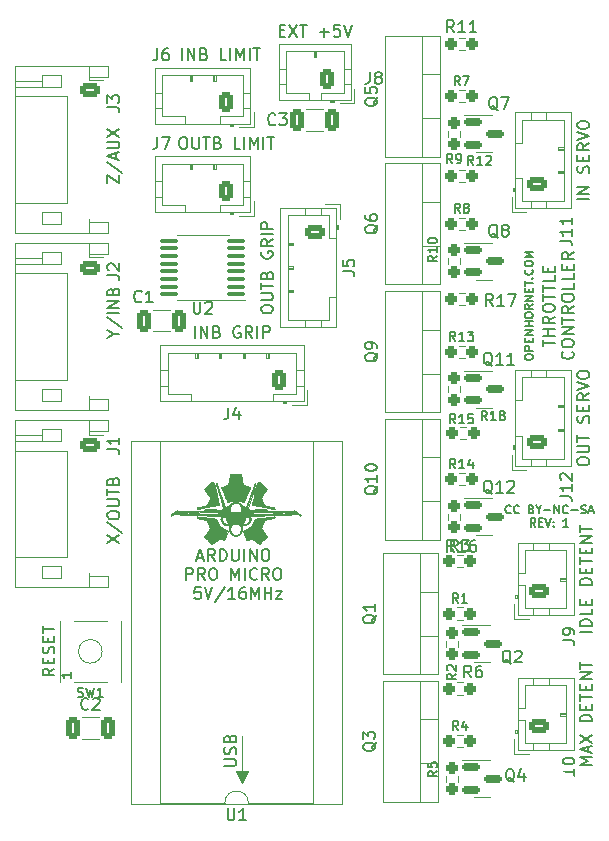
<source format=gbr>
%TF.GenerationSoftware,KiCad,Pcbnew,(6.0.9)*%
%TF.CreationDate,2023-01-21T09:36:01-09:00*%
%TF.ProjectId,CONTROLLER_Throttle,434f4e54-524f-44c4-9c45-525f5468726f,rev?*%
%TF.SameCoordinates,Original*%
%TF.FileFunction,Legend,Top*%
%TF.FilePolarity,Positive*%
%FSLAX46Y46*%
G04 Gerber Fmt 4.6, Leading zero omitted, Abs format (unit mm)*
G04 Created by KiCad (PCBNEW (6.0.9)) date 2023-01-21 09:36:01*
%MOMM*%
%LPD*%
G01*
G04 APERTURE LIST*
G04 Aperture macros list*
%AMRoundRect*
0 Rectangle with rounded corners*
0 $1 Rounding radius*
0 $2 $3 $4 $5 $6 $7 $8 $9 X,Y pos of 4 corners*
0 Add a 4 corners polygon primitive as box body*
4,1,4,$2,$3,$4,$5,$6,$7,$8,$9,$2,$3,0*
0 Add four circle primitives for the rounded corners*
1,1,$1+$1,$2,$3*
1,1,$1+$1,$4,$5*
1,1,$1+$1,$6,$7*
1,1,$1+$1,$8,$9*
0 Add four rect primitives between the rounded corners*
20,1,$1+$1,$2,$3,$4,$5,0*
20,1,$1+$1,$4,$5,$6,$7,0*
20,1,$1+$1,$6,$7,$8,$9,0*
20,1,$1+$1,$8,$9,$2,$3,0*%
G04 Aperture macros list end*
%ADD10C,0.150000*%
%ADD11C,0.100000*%
%ADD12C,0.120000*%
%ADD13C,0.010000*%
%ADD14R,2.000000X1.905000*%
%ADD15O,2.000000X1.905000*%
%ADD16RoundRect,0.250000X0.350000X0.625000X-0.350000X0.625000X-0.350000X-0.625000X0.350000X-0.625000X0*%
%ADD17O,1.200000X1.750000*%
%ADD18RoundRect,0.250000X-0.625000X0.350000X-0.625000X-0.350000X0.625000X-0.350000X0.625000X0.350000X0*%
%ADD19O,1.750000X1.200000*%
%ADD20RoundRect,0.250000X0.625000X-0.350000X0.625000X0.350000X-0.625000X0.350000X-0.625000X-0.350000X0*%
%ADD21R,1.000000X2.000000*%
%ADD22R,1.600000X1.600000*%
%ADD23O,1.600000X1.600000*%
%ADD24RoundRect,0.150000X-0.587500X-0.150000X0.587500X-0.150000X0.587500X0.150000X-0.587500X0.150000X0*%
%ADD25RoundRect,0.237500X-0.250000X-0.237500X0.250000X-0.237500X0.250000X0.237500X-0.250000X0.237500X0*%
%ADD26RoundRect,0.237500X-0.237500X0.250000X-0.237500X-0.250000X0.237500X-0.250000X0.237500X0.250000X0*%
%ADD27RoundRect,0.100000X0.637500X0.100000X-0.637500X0.100000X-0.637500X-0.100000X0.637500X-0.100000X0*%
%ADD28RoundRect,0.250000X0.325000X0.650000X-0.325000X0.650000X-0.325000X-0.650000X0.325000X-0.650000X0*%
%ADD29RoundRect,0.250000X-0.325000X-0.650000X0.325000X-0.650000X0.325000X0.650000X-0.325000X0.650000X0*%
%ADD30C,2.500000*%
G04 APERTURE END LIST*
D10*
X40768666Y-28636666D02*
X40768666Y-28503333D01*
X40802000Y-28436666D01*
X40868666Y-28370000D01*
X41002000Y-28336666D01*
X41235333Y-28336666D01*
X41368666Y-28370000D01*
X41435333Y-28436666D01*
X41468666Y-28503333D01*
X41468666Y-28636666D01*
X41435333Y-28703333D01*
X41368666Y-28770000D01*
X41235333Y-28803333D01*
X41002000Y-28803333D01*
X40868666Y-28770000D01*
X40802000Y-28703333D01*
X40768666Y-28636666D01*
X41468666Y-28036666D02*
X40768666Y-28036666D01*
X40768666Y-27770000D01*
X40802000Y-27703333D01*
X40835333Y-27670000D01*
X40902000Y-27636666D01*
X41002000Y-27636666D01*
X41068666Y-27670000D01*
X41102000Y-27703333D01*
X41135333Y-27770000D01*
X41135333Y-28036666D01*
X41102000Y-27336666D02*
X41102000Y-27103333D01*
X41468666Y-27003333D02*
X41468666Y-27336666D01*
X40768666Y-27336666D01*
X40768666Y-27003333D01*
X41468666Y-26703333D02*
X40768666Y-26703333D01*
X41468666Y-26303333D01*
X40768666Y-26303333D01*
X41468666Y-25970000D02*
X40768666Y-25970000D01*
X41102000Y-25970000D02*
X41102000Y-25570000D01*
X41468666Y-25570000D02*
X40768666Y-25570000D01*
X40768666Y-25103333D02*
X40768666Y-24970000D01*
X40802000Y-24903333D01*
X40868666Y-24836666D01*
X41002000Y-24803333D01*
X41235333Y-24803333D01*
X41368666Y-24836666D01*
X41435333Y-24903333D01*
X41468666Y-24970000D01*
X41468666Y-25103333D01*
X41435333Y-25170000D01*
X41368666Y-25236666D01*
X41235333Y-25270000D01*
X41002000Y-25270000D01*
X40868666Y-25236666D01*
X40802000Y-25170000D01*
X40768666Y-25103333D01*
X41468666Y-24103333D02*
X41135333Y-24336666D01*
X41468666Y-24503333D02*
X40768666Y-24503333D01*
X40768666Y-24236666D01*
X40802000Y-24170000D01*
X40835333Y-24136666D01*
X40902000Y-24103333D01*
X41002000Y-24103333D01*
X41068666Y-24136666D01*
X41102000Y-24170000D01*
X41135333Y-24236666D01*
X41135333Y-24503333D01*
X41468666Y-23803333D02*
X40768666Y-23803333D01*
X41468666Y-23403333D01*
X40768666Y-23403333D01*
X41102000Y-23070000D02*
X41102000Y-22836666D01*
X41468666Y-22736666D02*
X41468666Y-23070000D01*
X40768666Y-23070000D01*
X40768666Y-22736666D01*
X40768666Y-22536666D02*
X40768666Y-22136666D01*
X41468666Y-22336666D02*
X40768666Y-22336666D01*
X41402000Y-21903333D02*
X41435333Y-21870000D01*
X41468666Y-21903333D01*
X41435333Y-21936666D01*
X41402000Y-21903333D01*
X41468666Y-21903333D01*
X41402000Y-21170000D02*
X41435333Y-21203333D01*
X41468666Y-21303333D01*
X41468666Y-21370000D01*
X41435333Y-21470000D01*
X41368666Y-21536666D01*
X41302000Y-21570000D01*
X41168666Y-21603333D01*
X41068666Y-21603333D01*
X40935333Y-21570000D01*
X40868666Y-21536666D01*
X40802000Y-21470000D01*
X40768666Y-21370000D01*
X40768666Y-21303333D01*
X40802000Y-21203333D01*
X40835333Y-21170000D01*
X40768666Y-20736666D02*
X40768666Y-20603333D01*
X40802000Y-20536666D01*
X40868666Y-20470000D01*
X41002000Y-20436666D01*
X41235333Y-20436666D01*
X41368666Y-20470000D01*
X41435333Y-20536666D01*
X41468666Y-20603333D01*
X41468666Y-20736666D01*
X41435333Y-20803333D01*
X41368666Y-20870000D01*
X41235333Y-20903333D01*
X41002000Y-20903333D01*
X40868666Y-20870000D01*
X40802000Y-20803333D01*
X40768666Y-20736666D01*
X41468666Y-20136666D02*
X40768666Y-20136666D01*
X41268666Y-19903333D01*
X40768666Y-19670000D01*
X41468666Y-19670000D01*
X39582333Y-41754500D02*
X39549000Y-41787833D01*
X39449000Y-41821166D01*
X39382333Y-41821166D01*
X39282333Y-41787833D01*
X39215666Y-41721166D01*
X39182333Y-41654500D01*
X39149000Y-41521166D01*
X39149000Y-41421166D01*
X39182333Y-41287833D01*
X39215666Y-41221166D01*
X39282333Y-41154500D01*
X39382333Y-41121166D01*
X39449000Y-41121166D01*
X39549000Y-41154500D01*
X39582333Y-41187833D01*
X40282333Y-41754500D02*
X40249000Y-41787833D01*
X40149000Y-41821166D01*
X40082333Y-41821166D01*
X39982333Y-41787833D01*
X39915666Y-41721166D01*
X39882333Y-41654500D01*
X39849000Y-41521166D01*
X39849000Y-41421166D01*
X39882333Y-41287833D01*
X39915666Y-41221166D01*
X39982333Y-41154500D01*
X40082333Y-41121166D01*
X40149000Y-41121166D01*
X40249000Y-41154500D01*
X40282333Y-41187833D01*
X41349000Y-41454500D02*
X41449000Y-41487833D01*
X41482333Y-41521166D01*
X41515666Y-41587833D01*
X41515666Y-41687833D01*
X41482333Y-41754500D01*
X41449000Y-41787833D01*
X41382333Y-41821166D01*
X41115666Y-41821166D01*
X41115666Y-41121166D01*
X41349000Y-41121166D01*
X41415666Y-41154500D01*
X41449000Y-41187833D01*
X41482333Y-41254500D01*
X41482333Y-41321166D01*
X41449000Y-41387833D01*
X41415666Y-41421166D01*
X41349000Y-41454500D01*
X41115666Y-41454500D01*
X41949000Y-41487833D02*
X41949000Y-41821166D01*
X41715666Y-41121166D02*
X41949000Y-41487833D01*
X42182333Y-41121166D01*
X42415666Y-41554500D02*
X42949000Y-41554500D01*
X43282333Y-41821166D02*
X43282333Y-41121166D01*
X43682333Y-41821166D01*
X43682333Y-41121166D01*
X44415666Y-41754500D02*
X44382333Y-41787833D01*
X44282333Y-41821166D01*
X44215666Y-41821166D01*
X44115666Y-41787833D01*
X44049000Y-41721166D01*
X44015666Y-41654500D01*
X43982333Y-41521166D01*
X43982333Y-41421166D01*
X44015666Y-41287833D01*
X44049000Y-41221166D01*
X44115666Y-41154500D01*
X44215666Y-41121166D01*
X44282333Y-41121166D01*
X44382333Y-41154500D01*
X44415666Y-41187833D01*
X44715666Y-41554500D02*
X45249000Y-41554500D01*
X45549000Y-41787833D02*
X45649000Y-41821166D01*
X45815666Y-41821166D01*
X45882333Y-41787833D01*
X45915666Y-41754500D01*
X45949000Y-41687833D01*
X45949000Y-41621166D01*
X45915666Y-41554500D01*
X45882333Y-41521166D01*
X45815666Y-41487833D01*
X45682333Y-41454500D01*
X45615666Y-41421166D01*
X45582333Y-41387833D01*
X45549000Y-41321166D01*
X45549000Y-41254500D01*
X45582333Y-41187833D01*
X45615666Y-41154500D01*
X45682333Y-41121166D01*
X45849000Y-41121166D01*
X45949000Y-41154500D01*
X46215666Y-41621166D02*
X46549000Y-41621166D01*
X46149000Y-41821166D02*
X46382333Y-41121166D01*
X46615666Y-41821166D01*
X41682333Y-42948166D02*
X41449000Y-42614833D01*
X41282333Y-42948166D02*
X41282333Y-42248166D01*
X41549000Y-42248166D01*
X41615666Y-42281500D01*
X41649000Y-42314833D01*
X41682333Y-42381500D01*
X41682333Y-42481500D01*
X41649000Y-42548166D01*
X41615666Y-42581500D01*
X41549000Y-42614833D01*
X41282333Y-42614833D01*
X41982333Y-42581500D02*
X42215666Y-42581500D01*
X42315666Y-42948166D02*
X41982333Y-42948166D01*
X41982333Y-42248166D01*
X42315666Y-42248166D01*
X42515666Y-42248166D02*
X42749000Y-42948166D01*
X42982333Y-42248166D01*
X43215666Y-42881500D02*
X43249000Y-42914833D01*
X43215666Y-42948166D01*
X43182333Y-42914833D01*
X43215666Y-42881500D01*
X43215666Y-42948166D01*
X43215666Y-42514833D02*
X43249000Y-42548166D01*
X43215666Y-42581500D01*
X43182333Y-42548166D01*
X43215666Y-42514833D01*
X43215666Y-42581500D01*
X44449000Y-42948166D02*
X44049000Y-42948166D01*
X44249000Y-42948166D02*
X44249000Y-42248166D01*
X44182333Y-42348166D01*
X44115666Y-42414833D01*
X44049000Y-42448166D01*
X42299380Y-27672380D02*
X42299380Y-27100952D01*
X43299380Y-27386666D02*
X42299380Y-27386666D01*
X43299380Y-26767619D02*
X42299380Y-26767619D01*
X42775571Y-26767619D02*
X42775571Y-26196190D01*
X43299380Y-26196190D02*
X42299380Y-26196190D01*
X43299380Y-25148571D02*
X42823190Y-25481904D01*
X43299380Y-25720000D02*
X42299380Y-25720000D01*
X42299380Y-25339047D01*
X42347000Y-25243809D01*
X42394619Y-25196190D01*
X42489857Y-25148571D01*
X42632714Y-25148571D01*
X42727952Y-25196190D01*
X42775571Y-25243809D01*
X42823190Y-25339047D01*
X42823190Y-25720000D01*
X42299380Y-24529523D02*
X42299380Y-24339047D01*
X42347000Y-24243809D01*
X42442238Y-24148571D01*
X42632714Y-24100952D01*
X42966047Y-24100952D01*
X43156523Y-24148571D01*
X43251761Y-24243809D01*
X43299380Y-24339047D01*
X43299380Y-24529523D01*
X43251761Y-24624761D01*
X43156523Y-24720000D01*
X42966047Y-24767619D01*
X42632714Y-24767619D01*
X42442238Y-24720000D01*
X42347000Y-24624761D01*
X42299380Y-24529523D01*
X42299380Y-23815238D02*
X42299380Y-23243809D01*
X43299380Y-23529523D02*
X42299380Y-23529523D01*
X42299380Y-23053333D02*
X42299380Y-22481904D01*
X43299380Y-22767619D02*
X42299380Y-22767619D01*
X43299380Y-21672380D02*
X43299380Y-22148571D01*
X42299380Y-22148571D01*
X42775571Y-21339047D02*
X42775571Y-21005714D01*
X43299380Y-20862857D02*
X43299380Y-21339047D01*
X42299380Y-21339047D01*
X42299380Y-20862857D01*
X44814142Y-28124761D02*
X44861761Y-28172380D01*
X44909380Y-28315238D01*
X44909380Y-28410476D01*
X44861761Y-28553333D01*
X44766523Y-28648571D01*
X44671285Y-28696190D01*
X44480809Y-28743809D01*
X44337952Y-28743809D01*
X44147476Y-28696190D01*
X44052238Y-28648571D01*
X43957000Y-28553333D01*
X43909380Y-28410476D01*
X43909380Y-28315238D01*
X43957000Y-28172380D01*
X44004619Y-28124761D01*
X43909380Y-27505714D02*
X43909380Y-27315238D01*
X43957000Y-27220000D01*
X44052238Y-27124761D01*
X44242714Y-27077142D01*
X44576047Y-27077142D01*
X44766523Y-27124761D01*
X44861761Y-27220000D01*
X44909380Y-27315238D01*
X44909380Y-27505714D01*
X44861761Y-27600952D01*
X44766523Y-27696190D01*
X44576047Y-27743809D01*
X44242714Y-27743809D01*
X44052238Y-27696190D01*
X43957000Y-27600952D01*
X43909380Y-27505714D01*
X44909380Y-26648571D02*
X43909380Y-26648571D01*
X44909380Y-26077142D01*
X43909380Y-26077142D01*
X43909380Y-25743809D02*
X43909380Y-25172380D01*
X44909380Y-25458095D02*
X43909380Y-25458095D01*
X44909380Y-24267619D02*
X44433190Y-24600952D01*
X44909380Y-24839047D02*
X43909380Y-24839047D01*
X43909380Y-24458095D01*
X43957000Y-24362857D01*
X44004619Y-24315238D01*
X44099857Y-24267619D01*
X44242714Y-24267619D01*
X44337952Y-24315238D01*
X44385571Y-24362857D01*
X44433190Y-24458095D01*
X44433190Y-24839047D01*
X43909380Y-23648571D02*
X43909380Y-23458095D01*
X43957000Y-23362857D01*
X44052238Y-23267619D01*
X44242714Y-23220000D01*
X44576047Y-23220000D01*
X44766523Y-23267619D01*
X44861761Y-23362857D01*
X44909380Y-23458095D01*
X44909380Y-23648571D01*
X44861761Y-23743809D01*
X44766523Y-23839047D01*
X44576047Y-23886666D01*
X44242714Y-23886666D01*
X44052238Y-23839047D01*
X43957000Y-23743809D01*
X43909380Y-23648571D01*
X44909380Y-22315238D02*
X44909380Y-22791428D01*
X43909380Y-22791428D01*
X44909380Y-21505714D02*
X44909380Y-21981904D01*
X43909380Y-21981904D01*
X44385571Y-21172380D02*
X44385571Y-20839047D01*
X44909380Y-20696190D02*
X44909380Y-21172380D01*
X43909380Y-21172380D01*
X43909380Y-20696190D01*
X44909380Y-19696190D02*
X44433190Y-20029523D01*
X44909380Y-20267619D02*
X43909380Y-20267619D01*
X43909380Y-19886666D01*
X43957000Y-19791428D01*
X44004619Y-19743809D01*
X44099857Y-19696190D01*
X44242714Y-19696190D01*
X44337952Y-19743809D01*
X44385571Y-19791428D01*
X44433190Y-19886666D01*
X44433190Y-20267619D01*
X13071428Y-45556666D02*
X13547619Y-45556666D01*
X12976190Y-45842380D02*
X13309523Y-44842380D01*
X13642857Y-45842380D01*
X14547619Y-45842380D02*
X14214285Y-45366190D01*
X13976190Y-45842380D02*
X13976190Y-44842380D01*
X14357142Y-44842380D01*
X14452380Y-44890000D01*
X14500000Y-44937619D01*
X14547619Y-45032857D01*
X14547619Y-45175714D01*
X14500000Y-45270952D01*
X14452380Y-45318571D01*
X14357142Y-45366190D01*
X13976190Y-45366190D01*
X14976190Y-45842380D02*
X14976190Y-44842380D01*
X15214285Y-44842380D01*
X15357142Y-44890000D01*
X15452380Y-44985238D01*
X15500000Y-45080476D01*
X15547619Y-45270952D01*
X15547619Y-45413809D01*
X15500000Y-45604285D01*
X15452380Y-45699523D01*
X15357142Y-45794761D01*
X15214285Y-45842380D01*
X14976190Y-45842380D01*
X15976190Y-44842380D02*
X15976190Y-45651904D01*
X16023809Y-45747142D01*
X16071428Y-45794761D01*
X16166666Y-45842380D01*
X16357142Y-45842380D01*
X16452380Y-45794761D01*
X16500000Y-45747142D01*
X16547619Y-45651904D01*
X16547619Y-44842380D01*
X17023809Y-45842380D02*
X17023809Y-44842380D01*
X17500000Y-45842380D02*
X17500000Y-44842380D01*
X18071428Y-45842380D01*
X18071428Y-44842380D01*
X18738095Y-44842380D02*
X18928571Y-44842380D01*
X19023809Y-44890000D01*
X19119047Y-44985238D01*
X19166666Y-45175714D01*
X19166666Y-45509047D01*
X19119047Y-45699523D01*
X19023809Y-45794761D01*
X18928571Y-45842380D01*
X18738095Y-45842380D01*
X18642857Y-45794761D01*
X18547619Y-45699523D01*
X18500000Y-45509047D01*
X18500000Y-45175714D01*
X18547619Y-44985238D01*
X18642857Y-44890000D01*
X18738095Y-44842380D01*
X12119047Y-47452380D02*
X12119047Y-46452380D01*
X12500000Y-46452380D01*
X12595238Y-46500000D01*
X12642857Y-46547619D01*
X12690476Y-46642857D01*
X12690476Y-46785714D01*
X12642857Y-46880952D01*
X12595238Y-46928571D01*
X12500000Y-46976190D01*
X12119047Y-46976190D01*
X13690476Y-47452380D02*
X13357142Y-46976190D01*
X13119047Y-47452380D02*
X13119047Y-46452380D01*
X13500000Y-46452380D01*
X13595238Y-46500000D01*
X13642857Y-46547619D01*
X13690476Y-46642857D01*
X13690476Y-46785714D01*
X13642857Y-46880952D01*
X13595238Y-46928571D01*
X13500000Y-46976190D01*
X13119047Y-46976190D01*
X14309523Y-46452380D02*
X14500000Y-46452380D01*
X14595238Y-46500000D01*
X14690476Y-46595238D01*
X14738095Y-46785714D01*
X14738095Y-47119047D01*
X14690476Y-47309523D01*
X14595238Y-47404761D01*
X14500000Y-47452380D01*
X14309523Y-47452380D01*
X14214285Y-47404761D01*
X14119047Y-47309523D01*
X14071428Y-47119047D01*
X14071428Y-46785714D01*
X14119047Y-46595238D01*
X14214285Y-46500000D01*
X14309523Y-46452380D01*
X15928571Y-47452380D02*
X15928571Y-46452380D01*
X16261904Y-47166666D01*
X16595238Y-46452380D01*
X16595238Y-47452380D01*
X17071428Y-47452380D02*
X17071428Y-46452380D01*
X18119047Y-47357142D02*
X18071428Y-47404761D01*
X17928571Y-47452380D01*
X17833333Y-47452380D01*
X17690476Y-47404761D01*
X17595238Y-47309523D01*
X17547619Y-47214285D01*
X17500000Y-47023809D01*
X17500000Y-46880952D01*
X17547619Y-46690476D01*
X17595238Y-46595238D01*
X17690476Y-46500000D01*
X17833333Y-46452380D01*
X17928571Y-46452380D01*
X18071428Y-46500000D01*
X18119047Y-46547619D01*
X19119047Y-47452380D02*
X18785714Y-46976190D01*
X18547619Y-47452380D02*
X18547619Y-46452380D01*
X18928571Y-46452380D01*
X19023809Y-46500000D01*
X19071428Y-46547619D01*
X19119047Y-46642857D01*
X19119047Y-46785714D01*
X19071428Y-46880952D01*
X19023809Y-46928571D01*
X18928571Y-46976190D01*
X18547619Y-46976190D01*
X19738095Y-46452380D02*
X19928571Y-46452380D01*
X20023809Y-46500000D01*
X20119047Y-46595238D01*
X20166666Y-46785714D01*
X20166666Y-47119047D01*
X20119047Y-47309523D01*
X20023809Y-47404761D01*
X19928571Y-47452380D01*
X19738095Y-47452380D01*
X19642857Y-47404761D01*
X19547619Y-47309523D01*
X19500000Y-47119047D01*
X19500000Y-46785714D01*
X19547619Y-46595238D01*
X19642857Y-46500000D01*
X19738095Y-46452380D01*
X13333333Y-48062380D02*
X12857142Y-48062380D01*
X12809523Y-48538571D01*
X12857142Y-48490952D01*
X12952380Y-48443333D01*
X13190476Y-48443333D01*
X13285714Y-48490952D01*
X13333333Y-48538571D01*
X13380952Y-48633809D01*
X13380952Y-48871904D01*
X13333333Y-48967142D01*
X13285714Y-49014761D01*
X13190476Y-49062380D01*
X12952380Y-49062380D01*
X12857142Y-49014761D01*
X12809523Y-48967142D01*
X13666666Y-48062380D02*
X14000000Y-49062380D01*
X14333333Y-48062380D01*
X15380952Y-48014761D02*
X14523809Y-49300476D01*
X16238095Y-49062380D02*
X15666666Y-49062380D01*
X15952380Y-49062380D02*
X15952380Y-48062380D01*
X15857142Y-48205238D01*
X15761904Y-48300476D01*
X15666666Y-48348095D01*
X17095238Y-48062380D02*
X16904761Y-48062380D01*
X16809523Y-48110000D01*
X16761904Y-48157619D01*
X16666666Y-48300476D01*
X16619047Y-48490952D01*
X16619047Y-48871904D01*
X16666666Y-48967142D01*
X16714285Y-49014761D01*
X16809523Y-49062380D01*
X17000000Y-49062380D01*
X17095238Y-49014761D01*
X17142857Y-48967142D01*
X17190476Y-48871904D01*
X17190476Y-48633809D01*
X17142857Y-48538571D01*
X17095238Y-48490952D01*
X17000000Y-48443333D01*
X16809523Y-48443333D01*
X16714285Y-48490952D01*
X16666666Y-48538571D01*
X16619047Y-48633809D01*
X17619047Y-49062380D02*
X17619047Y-48062380D01*
X17952380Y-48776666D01*
X18285714Y-48062380D01*
X18285714Y-49062380D01*
X18761904Y-49062380D02*
X18761904Y-48062380D01*
X18761904Y-48538571D02*
X19333333Y-48538571D01*
X19333333Y-49062380D02*
X19333333Y-48062380D01*
X19714285Y-48395714D02*
X20238095Y-48395714D01*
X19714285Y-49062380D01*
X20238095Y-49062380D01*
D11*
G36*
X16818000Y-64664000D02*
G01*
X16318000Y-63664000D01*
X17318000Y-63664000D01*
X16818000Y-64664000D01*
G37*
X16818000Y-64664000D02*
X16318000Y-63664000D01*
X17318000Y-63664000D01*
X16818000Y-64664000D01*
D12*
X16818000Y-63664000D02*
X16818000Y-60664000D01*
D10*
X15338380Y-63203904D02*
X16147904Y-63203904D01*
X16243142Y-63156285D01*
X16290761Y-63108666D01*
X16338380Y-63013428D01*
X16338380Y-62822952D01*
X16290761Y-62727714D01*
X16243142Y-62680095D01*
X16147904Y-62632476D01*
X15338380Y-62632476D01*
X16290761Y-62203904D02*
X16338380Y-62061047D01*
X16338380Y-61822952D01*
X16290761Y-61727714D01*
X16243142Y-61680095D01*
X16147904Y-61632476D01*
X16052666Y-61632476D01*
X15957428Y-61680095D01*
X15909809Y-61727714D01*
X15862190Y-61822952D01*
X15814571Y-62013428D01*
X15766952Y-62108666D01*
X15719333Y-62156285D01*
X15624095Y-62203904D01*
X15528857Y-62203904D01*
X15433619Y-62156285D01*
X15386000Y-62108666D01*
X15338380Y-62013428D01*
X15338380Y-61775333D01*
X15386000Y-61632476D01*
X15814571Y-60870571D02*
X15862190Y-60727714D01*
X15909809Y-60680095D01*
X16005047Y-60632476D01*
X16147904Y-60632476D01*
X16243142Y-60680095D01*
X16290761Y-60727714D01*
X16338380Y-60822952D01*
X16338380Y-61203904D01*
X15338380Y-61203904D01*
X15338380Y-60870571D01*
X15386000Y-60775333D01*
X15433619Y-60727714D01*
X15528857Y-60680095D01*
X15624095Y-60680095D01*
X15719333Y-60727714D01*
X15766952Y-60775333D01*
X15814571Y-60870571D01*
X15814571Y-61203904D01*
%TO.C,Q1*%
X28198119Y-50401238D02*
X28150500Y-50496476D01*
X28055261Y-50591714D01*
X27912404Y-50734571D01*
X27864785Y-50829809D01*
X27864785Y-50925047D01*
X28102880Y-50877428D02*
X28055261Y-50972666D01*
X27960023Y-51067904D01*
X27769547Y-51115523D01*
X27436214Y-51115523D01*
X27245738Y-51067904D01*
X27150500Y-50972666D01*
X27102880Y-50877428D01*
X27102880Y-50686952D01*
X27150500Y-50591714D01*
X27245738Y-50496476D01*
X27436214Y-50448857D01*
X27769547Y-50448857D01*
X27960023Y-50496476D01*
X28055261Y-50591714D01*
X28102880Y-50686952D01*
X28102880Y-50877428D01*
X28102880Y-49496476D02*
X28102880Y-50067904D01*
X28102880Y-49782190D02*
X27102880Y-49782190D01*
X27245738Y-49877428D01*
X27340976Y-49972666D01*
X27388595Y-50067904D01*
%TO.C,Q3*%
X28198119Y-61196238D02*
X28150500Y-61291476D01*
X28055261Y-61386714D01*
X27912404Y-61529571D01*
X27864785Y-61624809D01*
X27864785Y-61720047D01*
X28102880Y-61672428D02*
X28055261Y-61767666D01*
X27960023Y-61862904D01*
X27769547Y-61910523D01*
X27436214Y-61910523D01*
X27245738Y-61862904D01*
X27150500Y-61767666D01*
X27102880Y-61672428D01*
X27102880Y-61481952D01*
X27150500Y-61386714D01*
X27245738Y-61291476D01*
X27436214Y-61243857D01*
X27769547Y-61243857D01*
X27960023Y-61291476D01*
X28055261Y-61386714D01*
X28102880Y-61481952D01*
X28102880Y-61672428D01*
X27102880Y-60910523D02*
X27102880Y-60291476D01*
X27483833Y-60624809D01*
X27483833Y-60481952D01*
X27531452Y-60386714D01*
X27579071Y-60339095D01*
X27674309Y-60291476D01*
X27912404Y-60291476D01*
X28007642Y-60339095D01*
X28055261Y-60386714D01*
X28102880Y-60481952D01*
X28102880Y-60767666D01*
X28055261Y-60862904D01*
X28007642Y-60910523D01*
%TO.C,Q10*%
X28354619Y-39492428D02*
X28307000Y-39587666D01*
X28211761Y-39682904D01*
X28068904Y-39825761D01*
X28021285Y-39921000D01*
X28021285Y-40016238D01*
X28259380Y-39968619D02*
X28211761Y-40063857D01*
X28116523Y-40159095D01*
X27926047Y-40206714D01*
X27592714Y-40206714D01*
X27402238Y-40159095D01*
X27307000Y-40063857D01*
X27259380Y-39968619D01*
X27259380Y-39778142D01*
X27307000Y-39682904D01*
X27402238Y-39587666D01*
X27592714Y-39540047D01*
X27926047Y-39540047D01*
X28116523Y-39587666D01*
X28211761Y-39682904D01*
X28259380Y-39778142D01*
X28259380Y-39968619D01*
X28259380Y-38587666D02*
X28259380Y-39159095D01*
X28259380Y-38873380D02*
X27259380Y-38873380D01*
X27402238Y-38968619D01*
X27497476Y-39063857D01*
X27545095Y-39159095D01*
X27259380Y-37968619D02*
X27259380Y-37873380D01*
X27307000Y-37778142D01*
X27354619Y-37730523D01*
X27449857Y-37682904D01*
X27640333Y-37635285D01*
X27878428Y-37635285D01*
X28068904Y-37682904D01*
X28164142Y-37730523D01*
X28211761Y-37778142D01*
X28259380Y-37873380D01*
X28259380Y-37968619D01*
X28211761Y-38063857D01*
X28164142Y-38111476D01*
X28068904Y-38159095D01*
X27878428Y-38206714D01*
X27640333Y-38206714D01*
X27449857Y-38159095D01*
X27354619Y-38111476D01*
X27307000Y-38063857D01*
X27259380Y-37968619D01*
%TO.C,Q9*%
X28354619Y-28221238D02*
X28307000Y-28316476D01*
X28211761Y-28411714D01*
X28068904Y-28554571D01*
X28021285Y-28649809D01*
X28021285Y-28745047D01*
X28259380Y-28697428D02*
X28211761Y-28792666D01*
X28116523Y-28887904D01*
X27926047Y-28935523D01*
X27592714Y-28935523D01*
X27402238Y-28887904D01*
X27307000Y-28792666D01*
X27259380Y-28697428D01*
X27259380Y-28506952D01*
X27307000Y-28411714D01*
X27402238Y-28316476D01*
X27592714Y-28268857D01*
X27926047Y-28268857D01*
X28116523Y-28316476D01*
X28211761Y-28411714D01*
X28259380Y-28506952D01*
X28259380Y-28697428D01*
X28259380Y-27792666D02*
X28259380Y-27602190D01*
X28211761Y-27506952D01*
X28164142Y-27459333D01*
X28021285Y-27364095D01*
X27830809Y-27316476D01*
X27449857Y-27316476D01*
X27354619Y-27364095D01*
X27307000Y-27411714D01*
X27259380Y-27506952D01*
X27259380Y-27697428D01*
X27307000Y-27792666D01*
X27354619Y-27840285D01*
X27449857Y-27887904D01*
X27687952Y-27887904D01*
X27783190Y-27840285D01*
X27830809Y-27792666D01*
X27878428Y-27697428D01*
X27878428Y-27506952D01*
X27830809Y-27411714D01*
X27783190Y-27364095D01*
X27687952Y-27316476D01*
%TO.C,Q6*%
X28354619Y-17386238D02*
X28307000Y-17481476D01*
X28211761Y-17576714D01*
X28068904Y-17719571D01*
X28021285Y-17814809D01*
X28021285Y-17910047D01*
X28259380Y-17862428D02*
X28211761Y-17957666D01*
X28116523Y-18052904D01*
X27926047Y-18100523D01*
X27592714Y-18100523D01*
X27402238Y-18052904D01*
X27307000Y-17957666D01*
X27259380Y-17862428D01*
X27259380Y-17671952D01*
X27307000Y-17576714D01*
X27402238Y-17481476D01*
X27592714Y-17433857D01*
X27926047Y-17433857D01*
X28116523Y-17481476D01*
X28211761Y-17576714D01*
X28259380Y-17671952D01*
X28259380Y-17862428D01*
X27259380Y-16576714D02*
X27259380Y-16767190D01*
X27307000Y-16862428D01*
X27354619Y-16910047D01*
X27497476Y-17005285D01*
X27687952Y-17052904D01*
X28068904Y-17052904D01*
X28164142Y-17005285D01*
X28211761Y-16957666D01*
X28259380Y-16862428D01*
X28259380Y-16671952D01*
X28211761Y-16576714D01*
X28164142Y-16529095D01*
X28068904Y-16481476D01*
X27830809Y-16481476D01*
X27735571Y-16529095D01*
X27687952Y-16576714D01*
X27640333Y-16671952D01*
X27640333Y-16862428D01*
X27687952Y-16957666D01*
X27735571Y-17005285D01*
X27830809Y-17052904D01*
%TO.C,Q5*%
X28354619Y-6591238D02*
X28307000Y-6686476D01*
X28211761Y-6781714D01*
X28068904Y-6924571D01*
X28021285Y-7019809D01*
X28021285Y-7115047D01*
X28259380Y-7067428D02*
X28211761Y-7162666D01*
X28116523Y-7257904D01*
X27926047Y-7305523D01*
X27592714Y-7305523D01*
X27402238Y-7257904D01*
X27307000Y-7162666D01*
X27259380Y-7067428D01*
X27259380Y-6876952D01*
X27307000Y-6781714D01*
X27402238Y-6686476D01*
X27592714Y-6638857D01*
X27926047Y-6638857D01*
X28116523Y-6686476D01*
X28211761Y-6781714D01*
X28259380Y-6876952D01*
X28259380Y-7067428D01*
X27259380Y-5734095D02*
X27259380Y-6210285D01*
X27735571Y-6257904D01*
X27687952Y-6210285D01*
X27640333Y-6115047D01*
X27640333Y-5876952D01*
X27687952Y-5781714D01*
X27735571Y-5734095D01*
X27830809Y-5686476D01*
X28068904Y-5686476D01*
X28164142Y-5734095D01*
X28211761Y-5781714D01*
X28259380Y-5876952D01*
X28259380Y-6115047D01*
X28211761Y-6210285D01*
X28164142Y-6257904D01*
%TO.C,J4*%
X15666666Y-32852380D02*
X15666666Y-33566666D01*
X15619047Y-33709523D01*
X15523809Y-33804761D01*
X15380952Y-33852380D01*
X15285714Y-33852380D01*
X16571428Y-33185714D02*
X16571428Y-33852380D01*
X16333333Y-32804761D02*
X16095238Y-33519047D01*
X16714285Y-33519047D01*
X12857142Y-26952380D02*
X12857142Y-25952380D01*
X13333333Y-26952380D02*
X13333333Y-25952380D01*
X13904761Y-26952380D01*
X13904761Y-25952380D01*
X14714285Y-26428571D02*
X14857142Y-26476190D01*
X14904761Y-26523809D01*
X14952380Y-26619047D01*
X14952380Y-26761904D01*
X14904761Y-26857142D01*
X14857142Y-26904761D01*
X14761904Y-26952380D01*
X14380952Y-26952380D01*
X14380952Y-25952380D01*
X14714285Y-25952380D01*
X14809523Y-26000000D01*
X14857142Y-26047619D01*
X14904761Y-26142857D01*
X14904761Y-26238095D01*
X14857142Y-26333333D01*
X14809523Y-26380952D01*
X14714285Y-26428571D01*
X14380952Y-26428571D01*
X16666666Y-26000000D02*
X16571428Y-25952380D01*
X16428571Y-25952380D01*
X16285714Y-26000000D01*
X16190476Y-26095238D01*
X16142857Y-26190476D01*
X16095238Y-26380952D01*
X16095238Y-26523809D01*
X16142857Y-26714285D01*
X16190476Y-26809523D01*
X16285714Y-26904761D01*
X16428571Y-26952380D01*
X16523809Y-26952380D01*
X16666666Y-26904761D01*
X16714285Y-26857142D01*
X16714285Y-26523809D01*
X16523809Y-26523809D01*
X17714285Y-26952380D02*
X17380952Y-26476190D01*
X17142857Y-26952380D02*
X17142857Y-25952380D01*
X17523809Y-25952380D01*
X17619047Y-26000000D01*
X17666666Y-26047619D01*
X17714285Y-26142857D01*
X17714285Y-26285714D01*
X17666666Y-26380952D01*
X17619047Y-26428571D01*
X17523809Y-26476190D01*
X17142857Y-26476190D01*
X18142857Y-26952380D02*
X18142857Y-25952380D01*
X18619047Y-26952380D02*
X18619047Y-25952380D01*
X19000000Y-25952380D01*
X19095238Y-26000000D01*
X19142857Y-26047619D01*
X19190476Y-26142857D01*
X19190476Y-26285714D01*
X19142857Y-26380952D01*
X19095238Y-26428571D01*
X19000000Y-26476190D01*
X18619047Y-26476190D01*
%TO.C,J5*%
X25352380Y-21333333D02*
X26066666Y-21333333D01*
X26209523Y-21380952D01*
X26304761Y-21476190D01*
X26352380Y-21619047D01*
X26352380Y-21714285D01*
X25352380Y-20380952D02*
X25352380Y-20857142D01*
X25828571Y-20904761D01*
X25780952Y-20857142D01*
X25733333Y-20761904D01*
X25733333Y-20523809D01*
X25780952Y-20428571D01*
X25828571Y-20380952D01*
X25923809Y-20333333D01*
X26161904Y-20333333D01*
X26257142Y-20380952D01*
X26304761Y-20428571D01*
X26352380Y-20523809D01*
X26352380Y-20761904D01*
X26304761Y-20857142D01*
X26257142Y-20904761D01*
X18452380Y-24619047D02*
X18452380Y-24428571D01*
X18500000Y-24333333D01*
X18595238Y-24238095D01*
X18785714Y-24190476D01*
X19119047Y-24190476D01*
X19309523Y-24238095D01*
X19404761Y-24333333D01*
X19452380Y-24428571D01*
X19452380Y-24619047D01*
X19404761Y-24714285D01*
X19309523Y-24809523D01*
X19119047Y-24857142D01*
X18785714Y-24857142D01*
X18595238Y-24809523D01*
X18500000Y-24714285D01*
X18452380Y-24619047D01*
X18452380Y-23761904D02*
X19261904Y-23761904D01*
X19357142Y-23714285D01*
X19404761Y-23666666D01*
X19452380Y-23571428D01*
X19452380Y-23380952D01*
X19404761Y-23285714D01*
X19357142Y-23238095D01*
X19261904Y-23190476D01*
X18452380Y-23190476D01*
X18452380Y-22857142D02*
X18452380Y-22285714D01*
X19452380Y-22571428D02*
X18452380Y-22571428D01*
X18928571Y-21619047D02*
X18976190Y-21476190D01*
X19023809Y-21428571D01*
X19119047Y-21380952D01*
X19261904Y-21380952D01*
X19357142Y-21428571D01*
X19404761Y-21476190D01*
X19452380Y-21571428D01*
X19452380Y-21952380D01*
X18452380Y-21952380D01*
X18452380Y-21619047D01*
X18500000Y-21523809D01*
X18547619Y-21476190D01*
X18642857Y-21428571D01*
X18738095Y-21428571D01*
X18833333Y-21476190D01*
X18880952Y-21523809D01*
X18928571Y-21619047D01*
X18928571Y-21952380D01*
X18500000Y-19666666D02*
X18452380Y-19761904D01*
X18452380Y-19904761D01*
X18500000Y-20047619D01*
X18595238Y-20142857D01*
X18690476Y-20190476D01*
X18880952Y-20238095D01*
X19023809Y-20238095D01*
X19214285Y-20190476D01*
X19309523Y-20142857D01*
X19404761Y-20047619D01*
X19452380Y-19904761D01*
X19452380Y-19809523D01*
X19404761Y-19666666D01*
X19357142Y-19619047D01*
X19023809Y-19619047D01*
X19023809Y-19809523D01*
X19452380Y-18619047D02*
X18976190Y-18952380D01*
X19452380Y-19190476D02*
X18452380Y-19190476D01*
X18452380Y-18809523D01*
X18500000Y-18714285D01*
X18547619Y-18666666D01*
X18642857Y-18619047D01*
X18785714Y-18619047D01*
X18880952Y-18666666D01*
X18928571Y-18714285D01*
X18976190Y-18809523D01*
X18976190Y-19190476D01*
X19452380Y-18190476D02*
X18452380Y-18190476D01*
X19452380Y-17714285D02*
X18452380Y-17714285D01*
X18452380Y-17333333D01*
X18500000Y-17238095D01*
X18547619Y-17190476D01*
X18642857Y-17142857D01*
X18785714Y-17142857D01*
X18880952Y-17190476D01*
X18928571Y-17238095D01*
X18976190Y-17333333D01*
X18976190Y-17714285D01*
%TO.C,J8*%
X27666666Y-4452380D02*
X27666666Y-5166666D01*
X27619047Y-5309523D01*
X27523809Y-5404761D01*
X27380952Y-5452380D01*
X27285714Y-5452380D01*
X28285714Y-4880952D02*
X28190476Y-4833333D01*
X28142857Y-4785714D01*
X28095238Y-4690476D01*
X28095238Y-4642857D01*
X28142857Y-4547619D01*
X28190476Y-4500000D01*
X28285714Y-4452380D01*
X28476190Y-4452380D01*
X28571428Y-4500000D01*
X28619047Y-4547619D01*
X28666666Y-4642857D01*
X28666666Y-4690476D01*
X28619047Y-4785714D01*
X28571428Y-4833333D01*
X28476190Y-4880952D01*
X28285714Y-4880952D01*
X28190476Y-4928571D01*
X28142857Y-4976190D01*
X28095238Y-5071428D01*
X28095238Y-5261904D01*
X28142857Y-5357142D01*
X28190476Y-5404761D01*
X28285714Y-5452380D01*
X28476190Y-5452380D01*
X28571428Y-5404761D01*
X28619047Y-5357142D01*
X28666666Y-5261904D01*
X28666666Y-5071428D01*
X28619047Y-4976190D01*
X28571428Y-4928571D01*
X28476190Y-4880952D01*
X20023809Y-928571D02*
X20357142Y-928571D01*
X20500000Y-1452380D02*
X20023809Y-1452380D01*
X20023809Y-452380D01*
X20500000Y-452380D01*
X20833333Y-452380D02*
X21500000Y-1452380D01*
X21500000Y-452380D02*
X20833333Y-1452380D01*
X21738095Y-452380D02*
X22309523Y-452380D01*
X22023809Y-1452380D02*
X22023809Y-452380D01*
X23404761Y-1071428D02*
X24166666Y-1071428D01*
X23785714Y-1452380D02*
X23785714Y-690476D01*
X25119047Y-452380D02*
X24642857Y-452380D01*
X24595238Y-928571D01*
X24642857Y-880952D01*
X24738095Y-833333D01*
X24976190Y-833333D01*
X25071428Y-880952D01*
X25119047Y-928571D01*
X25166666Y-1023809D01*
X25166666Y-1261904D01*
X25119047Y-1357142D01*
X25071428Y-1404761D01*
X24976190Y-1452380D01*
X24738095Y-1452380D01*
X24642857Y-1404761D01*
X24595238Y-1357142D01*
X25452380Y-452380D02*
X25785714Y-1452380D01*
X26119047Y-452380D01*
%TO.C,J10*%
X43992380Y-64450523D02*
X44706666Y-64450523D01*
X44849523Y-64498142D01*
X44944761Y-64593380D01*
X44992380Y-64736238D01*
X44992380Y-64831476D01*
X44992380Y-63450523D02*
X44992380Y-64021952D01*
X44992380Y-63736238D02*
X43992380Y-63736238D01*
X44135238Y-63831476D01*
X44230476Y-63926714D01*
X44278095Y-64021952D01*
X43992380Y-62831476D02*
X43992380Y-62736238D01*
X44040000Y-62641000D01*
X44087619Y-62593380D01*
X44182857Y-62545761D01*
X44373333Y-62498142D01*
X44611428Y-62498142D01*
X44801904Y-62545761D01*
X44897142Y-62593380D01*
X44944761Y-62641000D01*
X44992380Y-62736238D01*
X44992380Y-62831476D01*
X44944761Y-62926714D01*
X44897142Y-62974333D01*
X44801904Y-63021952D01*
X44611428Y-63069571D01*
X44373333Y-63069571D01*
X44182857Y-63021952D01*
X44087619Y-62974333D01*
X44040000Y-62926714D01*
X43992380Y-62831476D01*
X46452380Y-63140523D02*
X45452380Y-63140523D01*
X46166666Y-62807190D01*
X45452380Y-62473857D01*
X46452380Y-62473857D01*
X46166666Y-62045285D02*
X46166666Y-61569095D01*
X46452380Y-62140523D02*
X45452380Y-61807190D01*
X46452380Y-61473857D01*
X45452380Y-61235761D02*
X46452380Y-60569095D01*
X45452380Y-60569095D02*
X46452380Y-61235761D01*
X46452380Y-59426238D02*
X45452380Y-59426238D01*
X45452380Y-59188142D01*
X45500000Y-59045285D01*
X45595238Y-58950047D01*
X45690476Y-58902428D01*
X45880952Y-58854809D01*
X46023809Y-58854809D01*
X46214285Y-58902428D01*
X46309523Y-58950047D01*
X46404761Y-59045285D01*
X46452380Y-59188142D01*
X46452380Y-59426238D01*
X45928571Y-58426238D02*
X45928571Y-58092904D01*
X46452380Y-57950047D02*
X46452380Y-58426238D01*
X45452380Y-58426238D01*
X45452380Y-57950047D01*
X45452380Y-57664333D02*
X45452380Y-57092904D01*
X46452380Y-57378619D02*
X45452380Y-57378619D01*
X45928571Y-56759571D02*
X45928571Y-56426238D01*
X46452380Y-56283380D02*
X46452380Y-56759571D01*
X45452380Y-56759571D01*
X45452380Y-56283380D01*
X46452380Y-55854809D02*
X45452380Y-55854809D01*
X46452380Y-55283380D01*
X45452380Y-55283380D01*
X45452380Y-54950047D02*
X45452380Y-54378619D01*
X46452380Y-54664333D02*
X45452380Y-54664333D01*
%TO.C,J9*%
X43992380Y-52544333D02*
X44706666Y-52544333D01*
X44849523Y-52591952D01*
X44944761Y-52687190D01*
X44992380Y-52830047D01*
X44992380Y-52925285D01*
X44992380Y-52020523D02*
X44992380Y-51830047D01*
X44944761Y-51734809D01*
X44897142Y-51687190D01*
X44754285Y-51591952D01*
X44563809Y-51544333D01*
X44182857Y-51544333D01*
X44087619Y-51591952D01*
X44040000Y-51639571D01*
X43992380Y-51734809D01*
X43992380Y-51925285D01*
X44040000Y-52020523D01*
X44087619Y-52068142D01*
X44182857Y-52115761D01*
X44420952Y-52115761D01*
X44516190Y-52068142D01*
X44563809Y-52020523D01*
X44611428Y-51925285D01*
X44611428Y-51734809D01*
X44563809Y-51639571D01*
X44516190Y-51591952D01*
X44420952Y-51544333D01*
X46452380Y-51829571D02*
X45452380Y-51829571D01*
X46452380Y-51353380D02*
X45452380Y-51353380D01*
X45452380Y-51115285D01*
X45500000Y-50972428D01*
X45595238Y-50877190D01*
X45690476Y-50829571D01*
X45880952Y-50781952D01*
X46023809Y-50781952D01*
X46214285Y-50829571D01*
X46309523Y-50877190D01*
X46404761Y-50972428D01*
X46452380Y-51115285D01*
X46452380Y-51353380D01*
X46452380Y-49877190D02*
X46452380Y-50353380D01*
X45452380Y-50353380D01*
X45928571Y-49543857D02*
X45928571Y-49210523D01*
X46452380Y-49067666D02*
X46452380Y-49543857D01*
X45452380Y-49543857D01*
X45452380Y-49067666D01*
X46452380Y-47877190D02*
X45452380Y-47877190D01*
X45452380Y-47639095D01*
X45500000Y-47496238D01*
X45595238Y-47401000D01*
X45690476Y-47353380D01*
X45880952Y-47305761D01*
X46023809Y-47305761D01*
X46214285Y-47353380D01*
X46309523Y-47401000D01*
X46404761Y-47496238D01*
X46452380Y-47639095D01*
X46452380Y-47877190D01*
X45928571Y-46877190D02*
X45928571Y-46543857D01*
X46452380Y-46401000D02*
X46452380Y-46877190D01*
X45452380Y-46877190D01*
X45452380Y-46401000D01*
X45452380Y-46115285D02*
X45452380Y-45543857D01*
X46452380Y-45829571D02*
X45452380Y-45829571D01*
X45928571Y-45210523D02*
X45928571Y-44877190D01*
X46452380Y-44734333D02*
X46452380Y-45210523D01*
X45452380Y-45210523D01*
X45452380Y-44734333D01*
X46452380Y-44305761D02*
X45452380Y-44305761D01*
X46452380Y-43734333D01*
X45452380Y-43734333D01*
X45452380Y-43401000D02*
X45452380Y-42829571D01*
X46452380Y-43115285D02*
X45452380Y-43115285D01*
%TO.C,J12*%
X43769380Y-40365523D02*
X44483666Y-40365523D01*
X44626523Y-40413142D01*
X44721761Y-40508380D01*
X44769380Y-40651238D01*
X44769380Y-40746476D01*
X44769380Y-39365523D02*
X44769380Y-39936952D01*
X44769380Y-39651238D02*
X43769380Y-39651238D01*
X43912238Y-39746476D01*
X44007476Y-39841714D01*
X44055095Y-39936952D01*
X43864619Y-38984571D02*
X43817000Y-38936952D01*
X43769380Y-38841714D01*
X43769380Y-38603619D01*
X43817000Y-38508380D01*
X43864619Y-38460761D01*
X43959857Y-38413142D01*
X44055095Y-38413142D01*
X44197952Y-38460761D01*
X44769380Y-39032190D01*
X44769380Y-38413142D01*
X45229380Y-37507904D02*
X45229380Y-37317428D01*
X45277000Y-37222190D01*
X45372238Y-37126952D01*
X45562714Y-37079333D01*
X45896047Y-37079333D01*
X46086523Y-37126952D01*
X46181761Y-37222190D01*
X46229380Y-37317428D01*
X46229380Y-37507904D01*
X46181761Y-37603142D01*
X46086523Y-37698380D01*
X45896047Y-37746000D01*
X45562714Y-37746000D01*
X45372238Y-37698380D01*
X45277000Y-37603142D01*
X45229380Y-37507904D01*
X45229380Y-36650761D02*
X46038904Y-36650761D01*
X46134142Y-36603142D01*
X46181761Y-36555523D01*
X46229380Y-36460285D01*
X46229380Y-36269809D01*
X46181761Y-36174571D01*
X46134142Y-36126952D01*
X46038904Y-36079333D01*
X45229380Y-36079333D01*
X45229380Y-35746000D02*
X45229380Y-35174571D01*
X46229380Y-35460285D02*
X45229380Y-35460285D01*
X46181761Y-34126952D02*
X46229380Y-33984095D01*
X46229380Y-33746000D01*
X46181761Y-33650761D01*
X46134142Y-33603142D01*
X46038904Y-33555523D01*
X45943666Y-33555523D01*
X45848428Y-33603142D01*
X45800809Y-33650761D01*
X45753190Y-33746000D01*
X45705571Y-33936476D01*
X45657952Y-34031714D01*
X45610333Y-34079333D01*
X45515095Y-34126952D01*
X45419857Y-34126952D01*
X45324619Y-34079333D01*
X45277000Y-34031714D01*
X45229380Y-33936476D01*
X45229380Y-33698380D01*
X45277000Y-33555523D01*
X45705571Y-33126952D02*
X45705571Y-32793619D01*
X46229380Y-32650761D02*
X46229380Y-33126952D01*
X45229380Y-33126952D01*
X45229380Y-32650761D01*
X46229380Y-31650761D02*
X45753190Y-31984095D01*
X46229380Y-32222190D02*
X45229380Y-32222190D01*
X45229380Y-31841238D01*
X45277000Y-31746000D01*
X45324619Y-31698380D01*
X45419857Y-31650761D01*
X45562714Y-31650761D01*
X45657952Y-31698380D01*
X45705571Y-31746000D01*
X45753190Y-31841238D01*
X45753190Y-32222190D01*
X45229380Y-31365047D02*
X46229380Y-31031714D01*
X45229380Y-30698380D01*
X45229380Y-30174571D02*
X45229380Y-29984095D01*
X45277000Y-29888857D01*
X45372238Y-29793619D01*
X45562714Y-29746000D01*
X45896047Y-29746000D01*
X46086523Y-29793619D01*
X46181761Y-29888857D01*
X46229380Y-29984095D01*
X46229380Y-30174571D01*
X46181761Y-30269809D01*
X46086523Y-30365047D01*
X45896047Y-30412666D01*
X45562714Y-30412666D01*
X45372238Y-30365047D01*
X45277000Y-30269809D01*
X45229380Y-30174571D01*
%TO.C,J11*%
X43769380Y-18735523D02*
X44483666Y-18735523D01*
X44626523Y-18783142D01*
X44721761Y-18878380D01*
X44769380Y-19021238D01*
X44769380Y-19116476D01*
X44769380Y-17735523D02*
X44769380Y-18306952D01*
X44769380Y-18021238D02*
X43769380Y-18021238D01*
X43912238Y-18116476D01*
X44007476Y-18211714D01*
X44055095Y-18306952D01*
X44769380Y-16783142D02*
X44769380Y-17354571D01*
X44769380Y-17068857D02*
X43769380Y-17068857D01*
X43912238Y-17164095D01*
X44007476Y-17259333D01*
X44055095Y-17354571D01*
X46229380Y-15211214D02*
X45229380Y-15211214D01*
X46229380Y-14735023D02*
X45229380Y-14735023D01*
X46229380Y-14163595D01*
X45229380Y-14163595D01*
X46181761Y-12973119D02*
X46229380Y-12830261D01*
X46229380Y-12592166D01*
X46181761Y-12496928D01*
X46134142Y-12449309D01*
X46038904Y-12401690D01*
X45943666Y-12401690D01*
X45848428Y-12449309D01*
X45800809Y-12496928D01*
X45753190Y-12592166D01*
X45705571Y-12782642D01*
X45657952Y-12877880D01*
X45610333Y-12925500D01*
X45515095Y-12973119D01*
X45419857Y-12973119D01*
X45324619Y-12925500D01*
X45277000Y-12877880D01*
X45229380Y-12782642D01*
X45229380Y-12544547D01*
X45277000Y-12401690D01*
X45705571Y-11973119D02*
X45705571Y-11639785D01*
X46229380Y-11496928D02*
X46229380Y-11973119D01*
X45229380Y-11973119D01*
X45229380Y-11496928D01*
X46229380Y-10496928D02*
X45753190Y-10830261D01*
X46229380Y-11068357D02*
X45229380Y-11068357D01*
X45229380Y-10687404D01*
X45277000Y-10592166D01*
X45324619Y-10544547D01*
X45419857Y-10496928D01*
X45562714Y-10496928D01*
X45657952Y-10544547D01*
X45705571Y-10592166D01*
X45753190Y-10687404D01*
X45753190Y-11068357D01*
X45229380Y-10211214D02*
X46229380Y-9877880D01*
X45229380Y-9544547D01*
X45229380Y-9020738D02*
X45229380Y-8830261D01*
X45277000Y-8735023D01*
X45372238Y-8639785D01*
X45562714Y-8592166D01*
X45896047Y-8592166D01*
X46086523Y-8639785D01*
X46181761Y-8735023D01*
X46229380Y-8830261D01*
X46229380Y-9020738D01*
X46181761Y-9115976D01*
X46086523Y-9211214D01*
X45896047Y-9258833D01*
X45562714Y-9258833D01*
X45372238Y-9211214D01*
X45277000Y-9115976D01*
X45229380Y-9020738D01*
%TO.C,J7*%
X9666666Y-9952380D02*
X9666666Y-10666666D01*
X9619047Y-10809523D01*
X9523809Y-10904761D01*
X9380952Y-10952380D01*
X9285714Y-10952380D01*
X10047619Y-9952380D02*
X10714285Y-9952380D01*
X10285714Y-10952380D01*
X11785714Y-9952380D02*
X11976190Y-9952380D01*
X12071428Y-10000000D01*
X12166666Y-10095238D01*
X12214285Y-10285714D01*
X12214285Y-10619047D01*
X12166666Y-10809523D01*
X12071428Y-10904761D01*
X11976190Y-10952380D01*
X11785714Y-10952380D01*
X11690476Y-10904761D01*
X11595238Y-10809523D01*
X11547619Y-10619047D01*
X11547619Y-10285714D01*
X11595238Y-10095238D01*
X11690476Y-10000000D01*
X11785714Y-9952380D01*
X12642857Y-9952380D02*
X12642857Y-10761904D01*
X12690476Y-10857142D01*
X12738095Y-10904761D01*
X12833333Y-10952380D01*
X13023809Y-10952380D01*
X13119047Y-10904761D01*
X13166666Y-10857142D01*
X13214285Y-10761904D01*
X13214285Y-9952380D01*
X13547619Y-9952380D02*
X14119047Y-9952380D01*
X13833333Y-10952380D02*
X13833333Y-9952380D01*
X14785714Y-10428571D02*
X14928571Y-10476190D01*
X14976190Y-10523809D01*
X15023809Y-10619047D01*
X15023809Y-10761904D01*
X14976190Y-10857142D01*
X14928571Y-10904761D01*
X14833333Y-10952380D01*
X14452380Y-10952380D01*
X14452380Y-9952380D01*
X14785714Y-9952380D01*
X14880952Y-10000000D01*
X14928571Y-10047619D01*
X14976190Y-10142857D01*
X14976190Y-10238095D01*
X14928571Y-10333333D01*
X14880952Y-10380952D01*
X14785714Y-10428571D01*
X14452380Y-10428571D01*
X16690476Y-10952380D02*
X16214285Y-10952380D01*
X16214285Y-9952380D01*
X17023809Y-10952380D02*
X17023809Y-9952380D01*
X17500000Y-10952380D02*
X17500000Y-9952380D01*
X17833333Y-10666666D01*
X18166666Y-9952380D01*
X18166666Y-10952380D01*
X18642857Y-10952380D02*
X18642857Y-9952380D01*
X18976190Y-9952380D02*
X19547619Y-9952380D01*
X19261904Y-10952380D02*
X19261904Y-9952380D01*
%TO.C,J6*%
X9666666Y-2452380D02*
X9666666Y-3166666D01*
X9619047Y-3309523D01*
X9523809Y-3404761D01*
X9380952Y-3452380D01*
X9285714Y-3452380D01*
X10571428Y-2452380D02*
X10380952Y-2452380D01*
X10285714Y-2500000D01*
X10238095Y-2547619D01*
X10142857Y-2690476D01*
X10095238Y-2880952D01*
X10095238Y-3261904D01*
X10142857Y-3357142D01*
X10190476Y-3404761D01*
X10285714Y-3452380D01*
X10476190Y-3452380D01*
X10571428Y-3404761D01*
X10619047Y-3357142D01*
X10666666Y-3261904D01*
X10666666Y-3023809D01*
X10619047Y-2928571D01*
X10571428Y-2880952D01*
X10476190Y-2833333D01*
X10285714Y-2833333D01*
X10190476Y-2880952D01*
X10142857Y-2928571D01*
X10095238Y-3023809D01*
X11761904Y-3452380D02*
X11761904Y-2452380D01*
X12238095Y-3452380D02*
X12238095Y-2452380D01*
X12809523Y-3452380D01*
X12809523Y-2452380D01*
X13619047Y-2928571D02*
X13761904Y-2976190D01*
X13809523Y-3023809D01*
X13857142Y-3119047D01*
X13857142Y-3261904D01*
X13809523Y-3357142D01*
X13761904Y-3404761D01*
X13666666Y-3452380D01*
X13285714Y-3452380D01*
X13285714Y-2452380D01*
X13619047Y-2452380D01*
X13714285Y-2500000D01*
X13761904Y-2547619D01*
X13809523Y-2642857D01*
X13809523Y-2738095D01*
X13761904Y-2833333D01*
X13714285Y-2880952D01*
X13619047Y-2928571D01*
X13285714Y-2928571D01*
X15523809Y-3452380D02*
X15047619Y-3452380D01*
X15047619Y-2452380D01*
X15857142Y-3452380D02*
X15857142Y-2452380D01*
X16333333Y-3452380D02*
X16333333Y-2452380D01*
X16666666Y-3166666D01*
X17000000Y-2452380D01*
X17000000Y-3452380D01*
X17476190Y-3452380D02*
X17476190Y-2452380D01*
X17809523Y-2452380D02*
X18380952Y-2452380D01*
X18095238Y-3452380D02*
X18095238Y-2452380D01*
%TO.C,J3*%
X5452380Y-7413333D02*
X6166666Y-7413333D01*
X6309523Y-7460952D01*
X6404761Y-7556190D01*
X6452380Y-7699047D01*
X6452380Y-7794285D01*
X5452380Y-7032380D02*
X5452380Y-6413333D01*
X5833333Y-6746666D01*
X5833333Y-6603809D01*
X5880952Y-6508571D01*
X5928571Y-6460952D01*
X6023809Y-6413333D01*
X6261904Y-6413333D01*
X6357142Y-6460952D01*
X6404761Y-6508571D01*
X6452380Y-6603809D01*
X6452380Y-6889523D01*
X6404761Y-6984761D01*
X6357142Y-7032380D01*
X5452380Y-13865714D02*
X5452380Y-13199047D01*
X6452380Y-13865714D01*
X6452380Y-13199047D01*
X5404761Y-12103809D02*
X6690476Y-12960952D01*
X6166666Y-11818095D02*
X6166666Y-11341904D01*
X6452380Y-11913333D02*
X5452380Y-11580000D01*
X6452380Y-11246666D01*
X5452380Y-10913333D02*
X6261904Y-10913333D01*
X6357142Y-10865714D01*
X6404761Y-10818095D01*
X6452380Y-10722857D01*
X6452380Y-10532380D01*
X6404761Y-10437142D01*
X6357142Y-10389523D01*
X6261904Y-10341904D01*
X5452380Y-10341904D01*
X5452380Y-9960952D02*
X6452380Y-9294285D01*
X5452380Y-9294285D02*
X6452380Y-9960952D01*
%TO.C,J2*%
X5452380Y-21653333D02*
X6166666Y-21653333D01*
X6309523Y-21700952D01*
X6404761Y-21796190D01*
X6452380Y-21939047D01*
X6452380Y-22034285D01*
X5547619Y-21224761D02*
X5500000Y-21177142D01*
X5452380Y-21081904D01*
X5452380Y-20843809D01*
X5500000Y-20748571D01*
X5547619Y-20700952D01*
X5642857Y-20653333D01*
X5738095Y-20653333D01*
X5880952Y-20700952D01*
X6452380Y-21272380D01*
X6452380Y-20653333D01*
X5976190Y-26605714D02*
X6452380Y-26605714D01*
X5452380Y-26939047D02*
X5976190Y-26605714D01*
X5452380Y-26272380D01*
X5404761Y-25224761D02*
X6690476Y-26081904D01*
X6452380Y-24891428D02*
X5452380Y-24891428D01*
X6452380Y-24415238D02*
X5452380Y-24415238D01*
X6452380Y-23843809D01*
X5452380Y-23843809D01*
X5928571Y-23034285D02*
X5976190Y-22891428D01*
X6023809Y-22843809D01*
X6119047Y-22796190D01*
X6261904Y-22796190D01*
X6357142Y-22843809D01*
X6404761Y-22891428D01*
X6452380Y-22986666D01*
X6452380Y-23367619D01*
X5452380Y-23367619D01*
X5452380Y-23034285D01*
X5500000Y-22939047D01*
X5547619Y-22891428D01*
X5642857Y-22843809D01*
X5738095Y-22843809D01*
X5833333Y-22891428D01*
X5880952Y-22939047D01*
X5928571Y-23034285D01*
X5928571Y-23367619D01*
%TO.C,J1*%
X5452380Y-36393333D02*
X6166666Y-36393333D01*
X6309523Y-36440952D01*
X6404761Y-36536190D01*
X6452380Y-36679047D01*
X6452380Y-36774285D01*
X6452380Y-35393333D02*
X6452380Y-35964761D01*
X6452380Y-35679047D02*
X5452380Y-35679047D01*
X5595238Y-35774285D01*
X5690476Y-35869523D01*
X5738095Y-35964761D01*
X5452380Y-44345714D02*
X6452380Y-43679047D01*
X5452380Y-43679047D02*
X6452380Y-44345714D01*
X5404761Y-42583809D02*
X6690476Y-43440952D01*
X5452380Y-42060000D02*
X5452380Y-41869523D01*
X5500000Y-41774285D01*
X5595238Y-41679047D01*
X5785714Y-41631428D01*
X6119047Y-41631428D01*
X6309523Y-41679047D01*
X6404761Y-41774285D01*
X6452380Y-41869523D01*
X6452380Y-42060000D01*
X6404761Y-42155238D01*
X6309523Y-42250476D01*
X6119047Y-42298095D01*
X5785714Y-42298095D01*
X5595238Y-42250476D01*
X5500000Y-42155238D01*
X5452380Y-42060000D01*
X5452380Y-41202857D02*
X6261904Y-41202857D01*
X6357142Y-41155238D01*
X6404761Y-41107619D01*
X6452380Y-41012380D01*
X6452380Y-40821904D01*
X6404761Y-40726666D01*
X6357142Y-40679047D01*
X6261904Y-40631428D01*
X5452380Y-40631428D01*
X5452380Y-40298095D02*
X5452380Y-39726666D01*
X6452380Y-40012380D02*
X5452380Y-40012380D01*
X5928571Y-39060000D02*
X5976190Y-38917142D01*
X6023809Y-38869523D01*
X6119047Y-38821904D01*
X6261904Y-38821904D01*
X6357142Y-38869523D01*
X6404761Y-38917142D01*
X6452380Y-39012380D01*
X6452380Y-39393333D01*
X5452380Y-39393333D01*
X5452380Y-39060000D01*
X5500000Y-38964761D01*
X5547619Y-38917142D01*
X5642857Y-38869523D01*
X5738095Y-38869523D01*
X5833333Y-38917142D01*
X5880952Y-38964761D01*
X5928571Y-39060000D01*
X5928571Y-39393333D01*
%TO.C,SW1*%
X2933333Y-57323809D02*
X3047619Y-57361904D01*
X3238095Y-57361904D01*
X3314285Y-57323809D01*
X3352380Y-57285714D01*
X3390476Y-57209523D01*
X3390476Y-57133333D01*
X3352380Y-57057142D01*
X3314285Y-57019047D01*
X3238095Y-56980952D01*
X3085714Y-56942857D01*
X3009523Y-56904761D01*
X2971428Y-56866666D01*
X2933333Y-56790476D01*
X2933333Y-56714285D01*
X2971428Y-56638095D01*
X3009523Y-56600000D01*
X3085714Y-56561904D01*
X3276190Y-56561904D01*
X3390476Y-56600000D01*
X3657142Y-56561904D02*
X3847619Y-57361904D01*
X4000000Y-56790476D01*
X4152380Y-57361904D01*
X4342857Y-56561904D01*
X5066666Y-57361904D02*
X4609523Y-57361904D01*
X4838095Y-57361904D02*
X4838095Y-56561904D01*
X4761904Y-56676190D01*
X4685714Y-56752380D01*
X4609523Y-56790476D01*
X952380Y-54952380D02*
X476190Y-55285714D01*
X952380Y-55523809D02*
X-47620Y-55523809D01*
X-47620Y-55142857D01*
X0Y-55047619D01*
X47619Y-55000000D01*
X142857Y-54952380D01*
X285714Y-54952380D01*
X380952Y-55000000D01*
X428571Y-55047619D01*
X476190Y-55142857D01*
X476190Y-55523809D01*
X428571Y-54523809D02*
X428571Y-54190476D01*
X952380Y-54047619D02*
X952380Y-54523809D01*
X-47620Y-54523809D01*
X-47620Y-54047619D01*
X904761Y-53666666D02*
X952380Y-53523809D01*
X952380Y-53285714D01*
X904761Y-53190476D01*
X857142Y-53142857D01*
X761904Y-53095238D01*
X666666Y-53095238D01*
X571428Y-53142857D01*
X523809Y-53190476D01*
X476190Y-53285714D01*
X428571Y-53476190D01*
X380952Y-53571428D01*
X333333Y-53619047D01*
X238095Y-53666666D01*
X142857Y-53666666D01*
X47619Y-53619047D01*
X0Y-53571428D01*
X-47620Y-53476190D01*
X-47620Y-53238095D01*
X0Y-53095238D01*
X428571Y-52666666D02*
X428571Y-52333333D01*
X952380Y-52190476D02*
X952380Y-52666666D01*
X-47620Y-52666666D01*
X-47620Y-52190476D01*
X-47620Y-51904761D02*
X-47620Y-51333333D01*
X952380Y-51619047D02*
X-47620Y-51619047D01*
X2361904Y-55271428D02*
X2361904Y-55728571D01*
X2361904Y-55500000D02*
X1561904Y-55500000D01*
X1676190Y-55576190D01*
X1752380Y-55652380D01*
X1790476Y-55728571D01*
%TO.C,U1*%
X15618095Y-66782380D02*
X15618095Y-67591904D01*
X15665714Y-67687142D01*
X15713333Y-67734761D01*
X15808571Y-67782380D01*
X15999047Y-67782380D01*
X16094285Y-67734761D01*
X16141904Y-67687142D01*
X16189523Y-67591904D01*
X16189523Y-66782380D01*
X17189523Y-67782380D02*
X16618095Y-67782380D01*
X16903809Y-67782380D02*
X16903809Y-66782380D01*
X16808571Y-66925238D01*
X16713333Y-67020476D01*
X16618095Y-67068095D01*
%TO.C,Q4*%
X39904761Y-64547619D02*
X39809523Y-64500000D01*
X39714285Y-64404761D01*
X39571428Y-64261904D01*
X39476190Y-64214285D01*
X39380952Y-64214285D01*
X39428571Y-64452380D02*
X39333333Y-64404761D01*
X39238095Y-64309523D01*
X39190476Y-64119047D01*
X39190476Y-63785714D01*
X39238095Y-63595238D01*
X39333333Y-63500000D01*
X39428571Y-63452380D01*
X39619047Y-63452380D01*
X39714285Y-63500000D01*
X39809523Y-63595238D01*
X39857142Y-63785714D01*
X39857142Y-64119047D01*
X39809523Y-64309523D01*
X39714285Y-64404761D01*
X39619047Y-64452380D01*
X39428571Y-64452380D01*
X40714285Y-63785714D02*
X40714285Y-64452380D01*
X40476190Y-63404761D02*
X40238095Y-64119047D01*
X40857142Y-64119047D01*
%TO.C,Q2*%
X39620261Y-54536619D02*
X39525023Y-54489000D01*
X39429785Y-54393761D01*
X39286928Y-54250904D01*
X39191690Y-54203285D01*
X39096452Y-54203285D01*
X39144071Y-54441380D02*
X39048833Y-54393761D01*
X38953595Y-54298523D01*
X38905976Y-54108047D01*
X38905976Y-53774714D01*
X38953595Y-53584238D01*
X39048833Y-53489000D01*
X39144071Y-53441380D01*
X39334547Y-53441380D01*
X39429785Y-53489000D01*
X39525023Y-53584238D01*
X39572642Y-53774714D01*
X39572642Y-54108047D01*
X39525023Y-54298523D01*
X39429785Y-54393761D01*
X39334547Y-54441380D01*
X39144071Y-54441380D01*
X39953595Y-53536619D02*
X40001214Y-53489000D01*
X40096452Y-53441380D01*
X40334547Y-53441380D01*
X40429785Y-53489000D01*
X40477404Y-53536619D01*
X40525023Y-53631857D01*
X40525023Y-53727095D01*
X40477404Y-53869952D01*
X39905976Y-54441380D01*
X40525023Y-54441380D01*
%TO.C,Q12*%
X38030571Y-40143619D02*
X37935333Y-40096000D01*
X37840095Y-40000761D01*
X37697238Y-39857904D01*
X37602000Y-39810285D01*
X37506761Y-39810285D01*
X37554380Y-40048380D02*
X37459142Y-40000761D01*
X37363904Y-39905523D01*
X37316285Y-39715047D01*
X37316285Y-39381714D01*
X37363904Y-39191238D01*
X37459142Y-39096000D01*
X37554380Y-39048380D01*
X37744857Y-39048380D01*
X37840095Y-39096000D01*
X37935333Y-39191238D01*
X37982952Y-39381714D01*
X37982952Y-39715047D01*
X37935333Y-39905523D01*
X37840095Y-40000761D01*
X37744857Y-40048380D01*
X37554380Y-40048380D01*
X38935333Y-40048380D02*
X38363904Y-40048380D01*
X38649619Y-40048380D02*
X38649619Y-39048380D01*
X38554380Y-39191238D01*
X38459142Y-39286476D01*
X38363904Y-39334095D01*
X39316285Y-39143619D02*
X39363904Y-39096000D01*
X39459142Y-39048380D01*
X39697238Y-39048380D01*
X39792476Y-39096000D01*
X39840095Y-39143619D01*
X39887714Y-39238857D01*
X39887714Y-39334095D01*
X39840095Y-39476952D01*
X39268666Y-40048380D01*
X39887714Y-40048380D01*
%TO.C,Q11*%
X38030571Y-29308619D02*
X37935333Y-29261000D01*
X37840095Y-29165761D01*
X37697238Y-29022904D01*
X37602000Y-28975285D01*
X37506761Y-28975285D01*
X37554380Y-29213380D02*
X37459142Y-29165761D01*
X37363904Y-29070523D01*
X37316285Y-28880047D01*
X37316285Y-28546714D01*
X37363904Y-28356238D01*
X37459142Y-28261000D01*
X37554380Y-28213380D01*
X37744857Y-28213380D01*
X37840095Y-28261000D01*
X37935333Y-28356238D01*
X37982952Y-28546714D01*
X37982952Y-28880047D01*
X37935333Y-29070523D01*
X37840095Y-29165761D01*
X37744857Y-29213380D01*
X37554380Y-29213380D01*
X38935333Y-29213380D02*
X38363904Y-29213380D01*
X38649619Y-29213380D02*
X38649619Y-28213380D01*
X38554380Y-28356238D01*
X38459142Y-28451476D01*
X38363904Y-28499095D01*
X39887714Y-29213380D02*
X39316285Y-29213380D01*
X39602000Y-29213380D02*
X39602000Y-28213380D01*
X39506761Y-28356238D01*
X39411523Y-28451476D01*
X39316285Y-28499095D01*
%TO.C,Q8*%
X38506761Y-18473619D02*
X38411523Y-18426000D01*
X38316285Y-18330761D01*
X38173428Y-18187904D01*
X38078190Y-18140285D01*
X37982952Y-18140285D01*
X38030571Y-18378380D02*
X37935333Y-18330761D01*
X37840095Y-18235523D01*
X37792476Y-18045047D01*
X37792476Y-17711714D01*
X37840095Y-17521238D01*
X37935333Y-17426000D01*
X38030571Y-17378380D01*
X38221047Y-17378380D01*
X38316285Y-17426000D01*
X38411523Y-17521238D01*
X38459142Y-17711714D01*
X38459142Y-18045047D01*
X38411523Y-18235523D01*
X38316285Y-18330761D01*
X38221047Y-18378380D01*
X38030571Y-18378380D01*
X39030571Y-17806952D02*
X38935333Y-17759333D01*
X38887714Y-17711714D01*
X38840095Y-17616476D01*
X38840095Y-17568857D01*
X38887714Y-17473619D01*
X38935333Y-17426000D01*
X39030571Y-17378380D01*
X39221047Y-17378380D01*
X39316285Y-17426000D01*
X39363904Y-17473619D01*
X39411523Y-17568857D01*
X39411523Y-17616476D01*
X39363904Y-17711714D01*
X39316285Y-17759333D01*
X39221047Y-17806952D01*
X39030571Y-17806952D01*
X38935333Y-17854571D01*
X38887714Y-17902190D01*
X38840095Y-17997428D01*
X38840095Y-18187904D01*
X38887714Y-18283142D01*
X38935333Y-18330761D01*
X39030571Y-18378380D01*
X39221047Y-18378380D01*
X39316285Y-18330761D01*
X39363904Y-18283142D01*
X39411523Y-18187904D01*
X39411523Y-17997428D01*
X39363904Y-17902190D01*
X39316285Y-17854571D01*
X39221047Y-17806952D01*
%TO.C,Q7*%
X38506761Y-7678619D02*
X38411523Y-7631000D01*
X38316285Y-7535761D01*
X38173428Y-7392904D01*
X38078190Y-7345285D01*
X37982952Y-7345285D01*
X38030571Y-7583380D02*
X37935333Y-7535761D01*
X37840095Y-7440523D01*
X37792476Y-7250047D01*
X37792476Y-6916714D01*
X37840095Y-6726238D01*
X37935333Y-6631000D01*
X38030571Y-6583380D01*
X38221047Y-6583380D01*
X38316285Y-6631000D01*
X38411523Y-6726238D01*
X38459142Y-6916714D01*
X38459142Y-7250047D01*
X38411523Y-7440523D01*
X38316285Y-7535761D01*
X38221047Y-7583380D01*
X38030571Y-7583380D01*
X38792476Y-6583380D02*
X39459142Y-6583380D01*
X39030571Y-7583380D01*
%TO.C,R4*%
X35137166Y-60192904D02*
X34870500Y-59811952D01*
X34680023Y-60192904D02*
X34680023Y-59392904D01*
X34984785Y-59392904D01*
X35060976Y-59431000D01*
X35099071Y-59469095D01*
X35137166Y-59545285D01*
X35137166Y-59659571D01*
X35099071Y-59735761D01*
X35060976Y-59773857D01*
X34984785Y-59811952D01*
X34680023Y-59811952D01*
X35822880Y-59659571D02*
X35822880Y-60192904D01*
X35632404Y-59354809D02*
X35441928Y-59926238D01*
X35937166Y-59926238D01*
%TO.C,R2*%
X34997404Y-55392333D02*
X34616452Y-55659000D01*
X34997404Y-55849476D02*
X34197404Y-55849476D01*
X34197404Y-55544714D01*
X34235500Y-55468523D01*
X34273595Y-55430428D01*
X34349785Y-55392333D01*
X34464071Y-55392333D01*
X34540261Y-55430428D01*
X34578357Y-55468523D01*
X34616452Y-55544714D01*
X34616452Y-55849476D01*
X34273595Y-55087571D02*
X34235500Y-55049476D01*
X34197404Y-54973285D01*
X34197404Y-54782809D01*
X34235500Y-54706619D01*
X34273595Y-54668523D01*
X34349785Y-54630428D01*
X34425976Y-54630428D01*
X34540261Y-54668523D01*
X34997404Y-55125666D01*
X34997404Y-54630428D01*
%TO.C,R3*%
X35103833Y-45043380D02*
X34770500Y-44567190D01*
X34532404Y-45043380D02*
X34532404Y-44043380D01*
X34913357Y-44043380D01*
X35008595Y-44091000D01*
X35056214Y-44138619D01*
X35103833Y-44233857D01*
X35103833Y-44376714D01*
X35056214Y-44471952D01*
X35008595Y-44519571D01*
X34913357Y-44567190D01*
X34532404Y-44567190D01*
X35437166Y-44043380D02*
X36056214Y-44043380D01*
X35722880Y-44424333D01*
X35865738Y-44424333D01*
X35960976Y-44471952D01*
X36008595Y-44519571D01*
X36056214Y-44614809D01*
X36056214Y-44852904D01*
X36008595Y-44948142D01*
X35960976Y-44995761D01*
X35865738Y-45043380D01*
X35580023Y-45043380D01*
X35484785Y-44995761D01*
X35437166Y-44948142D01*
%TO.C,R5*%
X33361904Y-63633333D02*
X32980952Y-63900000D01*
X33361904Y-64090476D02*
X32561904Y-64090476D01*
X32561904Y-63785714D01*
X32600000Y-63709523D01*
X32638095Y-63671428D01*
X32714285Y-63633333D01*
X32828571Y-63633333D01*
X32904761Y-63671428D01*
X32942857Y-63709523D01*
X32980952Y-63785714D01*
X32980952Y-64090476D01*
X32561904Y-62909523D02*
X32561904Y-63290476D01*
X32942857Y-63328571D01*
X32904761Y-63290476D01*
X32866666Y-63214285D01*
X32866666Y-63023809D01*
X32904761Y-62947619D01*
X32942857Y-62909523D01*
X33019047Y-62871428D01*
X33209523Y-62871428D01*
X33285714Y-62909523D01*
X33323809Y-62947619D01*
X33361904Y-63023809D01*
X33361904Y-63214285D01*
X33323809Y-63290476D01*
X33285714Y-63328571D01*
%TO.C,R1*%
X35137166Y-49397904D02*
X34870500Y-49016952D01*
X34680023Y-49397904D02*
X34680023Y-48597904D01*
X34984785Y-48597904D01*
X35060976Y-48636000D01*
X35099071Y-48674095D01*
X35137166Y-48750285D01*
X35137166Y-48864571D01*
X35099071Y-48940761D01*
X35060976Y-48978857D01*
X34984785Y-49016952D01*
X34680023Y-49016952D01*
X35899071Y-49397904D02*
X35441928Y-49397904D01*
X35670500Y-49397904D02*
X35670500Y-48597904D01*
X35594309Y-48712190D01*
X35518119Y-48788380D01*
X35441928Y-48826476D01*
%TO.C,R6*%
X36246833Y-55711380D02*
X35913500Y-55235190D01*
X35675404Y-55711380D02*
X35675404Y-54711380D01*
X36056357Y-54711380D01*
X36151595Y-54759000D01*
X36199214Y-54806619D01*
X36246833Y-54901857D01*
X36246833Y-55044714D01*
X36199214Y-55139952D01*
X36151595Y-55187571D01*
X36056357Y-55235190D01*
X35675404Y-55235190D01*
X37103976Y-54711380D02*
X36913500Y-54711380D01*
X36818261Y-54759000D01*
X36770642Y-54806619D01*
X36675404Y-54949476D01*
X36627785Y-55139952D01*
X36627785Y-55520904D01*
X36675404Y-55616142D01*
X36723023Y-55663761D01*
X36818261Y-55711380D01*
X37008738Y-55711380D01*
X37103976Y-55663761D01*
X37151595Y-55616142D01*
X37199214Y-55520904D01*
X37199214Y-55282809D01*
X37151595Y-55187571D01*
X37103976Y-55139952D01*
X37008738Y-55092333D01*
X36818261Y-55092333D01*
X36723023Y-55139952D01*
X36675404Y-55187571D01*
X36627785Y-55282809D01*
%TO.C,R18*%
X37579714Y-33948904D02*
X37313047Y-33567952D01*
X37122571Y-33948904D02*
X37122571Y-33148904D01*
X37427333Y-33148904D01*
X37503523Y-33187000D01*
X37541619Y-33225095D01*
X37579714Y-33301285D01*
X37579714Y-33415571D01*
X37541619Y-33491761D01*
X37503523Y-33529857D01*
X37427333Y-33567952D01*
X37122571Y-33567952D01*
X38341619Y-33948904D02*
X37884476Y-33948904D01*
X38113047Y-33948904D02*
X38113047Y-33148904D01*
X38036857Y-33263190D01*
X37960666Y-33339380D01*
X37884476Y-33377476D01*
X38798761Y-33491761D02*
X38722571Y-33453666D01*
X38684476Y-33415571D01*
X38646380Y-33339380D01*
X38646380Y-33301285D01*
X38684476Y-33225095D01*
X38722571Y-33187000D01*
X38798761Y-33148904D01*
X38951142Y-33148904D01*
X39027333Y-33187000D01*
X39065428Y-33225095D01*
X39103523Y-33301285D01*
X39103523Y-33339380D01*
X39065428Y-33415571D01*
X39027333Y-33453666D01*
X38951142Y-33491761D01*
X38798761Y-33491761D01*
X38722571Y-33529857D01*
X38684476Y-33567952D01*
X38646380Y-33644142D01*
X38646380Y-33796523D01*
X38684476Y-33872714D01*
X38722571Y-33910809D01*
X38798761Y-33948904D01*
X38951142Y-33948904D01*
X39027333Y-33910809D01*
X39065428Y-33872714D01*
X39103523Y-33796523D01*
X39103523Y-33644142D01*
X39065428Y-33567952D01*
X39027333Y-33529857D01*
X38951142Y-33491761D01*
%TO.C,R17*%
X38086142Y-24260380D02*
X37752809Y-23784190D01*
X37514714Y-24260380D02*
X37514714Y-23260380D01*
X37895666Y-23260380D01*
X37990904Y-23308000D01*
X38038523Y-23355619D01*
X38086142Y-23450857D01*
X38086142Y-23593714D01*
X38038523Y-23688952D01*
X37990904Y-23736571D01*
X37895666Y-23784190D01*
X37514714Y-23784190D01*
X39038523Y-24260380D02*
X38467095Y-24260380D01*
X38752809Y-24260380D02*
X38752809Y-23260380D01*
X38657571Y-23403238D01*
X38562333Y-23498476D01*
X38467095Y-23546095D01*
X39371857Y-23260380D02*
X40038523Y-23260380D01*
X39609952Y-24260380D01*
%TO.C,R16*%
X34784142Y-45088380D02*
X34450809Y-44612190D01*
X34212714Y-45088380D02*
X34212714Y-44088380D01*
X34593666Y-44088380D01*
X34688904Y-44136000D01*
X34736523Y-44183619D01*
X34784142Y-44278857D01*
X34784142Y-44421714D01*
X34736523Y-44516952D01*
X34688904Y-44564571D01*
X34593666Y-44612190D01*
X34212714Y-44612190D01*
X35736523Y-45088380D02*
X35165095Y-45088380D01*
X35450809Y-45088380D02*
X35450809Y-44088380D01*
X35355571Y-44231238D01*
X35260333Y-44326476D01*
X35165095Y-44374095D01*
X36593666Y-44088380D02*
X36403190Y-44088380D01*
X36307952Y-44136000D01*
X36260333Y-44183619D01*
X36165095Y-44326476D01*
X36117476Y-44516952D01*
X36117476Y-44897904D01*
X36165095Y-44993142D01*
X36212714Y-45040761D01*
X36307952Y-45088380D01*
X36498428Y-45088380D01*
X36593666Y-45040761D01*
X36641285Y-44993142D01*
X36688904Y-44897904D01*
X36688904Y-44659809D01*
X36641285Y-44564571D01*
X36593666Y-44516952D01*
X36498428Y-44469333D01*
X36307952Y-44469333D01*
X36212714Y-44516952D01*
X36165095Y-44564571D01*
X36117476Y-44659809D01*
%TO.C,R15*%
X34912714Y-34202904D02*
X34646047Y-33821952D01*
X34455571Y-34202904D02*
X34455571Y-33402904D01*
X34760333Y-33402904D01*
X34836523Y-33441000D01*
X34874619Y-33479095D01*
X34912714Y-33555285D01*
X34912714Y-33669571D01*
X34874619Y-33745761D01*
X34836523Y-33783857D01*
X34760333Y-33821952D01*
X34455571Y-33821952D01*
X35674619Y-34202904D02*
X35217476Y-34202904D01*
X35446047Y-34202904D02*
X35446047Y-33402904D01*
X35369857Y-33517190D01*
X35293666Y-33593380D01*
X35217476Y-33631476D01*
X36398428Y-33402904D02*
X36017476Y-33402904D01*
X35979380Y-33783857D01*
X36017476Y-33745761D01*
X36093666Y-33707666D01*
X36284142Y-33707666D01*
X36360333Y-33745761D01*
X36398428Y-33783857D01*
X36436523Y-33860047D01*
X36436523Y-34050523D01*
X36398428Y-34126714D01*
X36360333Y-34164809D01*
X36284142Y-34202904D01*
X36093666Y-34202904D01*
X36017476Y-34164809D01*
X35979380Y-34126714D01*
%TO.C,R14*%
X34912714Y-38012904D02*
X34646047Y-37631952D01*
X34455571Y-38012904D02*
X34455571Y-37212904D01*
X34760333Y-37212904D01*
X34836523Y-37251000D01*
X34874619Y-37289095D01*
X34912714Y-37365285D01*
X34912714Y-37479571D01*
X34874619Y-37555761D01*
X34836523Y-37593857D01*
X34760333Y-37631952D01*
X34455571Y-37631952D01*
X35674619Y-38012904D02*
X35217476Y-38012904D01*
X35446047Y-38012904D02*
X35446047Y-37212904D01*
X35369857Y-37327190D01*
X35293666Y-37403380D01*
X35217476Y-37441476D01*
X36360333Y-37479571D02*
X36360333Y-38012904D01*
X36169857Y-37174809D02*
X35979380Y-37746238D01*
X36474619Y-37746238D01*
%TO.C,R13*%
X34912714Y-27217904D02*
X34646047Y-26836952D01*
X34455571Y-27217904D02*
X34455571Y-26417904D01*
X34760333Y-26417904D01*
X34836523Y-26456000D01*
X34874619Y-26494095D01*
X34912714Y-26570285D01*
X34912714Y-26684571D01*
X34874619Y-26760761D01*
X34836523Y-26798857D01*
X34760333Y-26836952D01*
X34455571Y-26836952D01*
X35674619Y-27217904D02*
X35217476Y-27217904D01*
X35446047Y-27217904D02*
X35446047Y-26417904D01*
X35369857Y-26532190D01*
X35293666Y-26608380D01*
X35217476Y-26646476D01*
X35941285Y-26417904D02*
X36436523Y-26417904D01*
X36169857Y-26722666D01*
X36284142Y-26722666D01*
X36360333Y-26760761D01*
X36398428Y-26798857D01*
X36436523Y-26875047D01*
X36436523Y-27065523D01*
X36398428Y-27141714D01*
X36360333Y-27179809D01*
X36284142Y-27217904D01*
X36055571Y-27217904D01*
X35979380Y-27179809D01*
X35941285Y-27141714D01*
%TO.C,R12*%
X36436714Y-12318904D02*
X36170047Y-11937952D01*
X35979571Y-12318904D02*
X35979571Y-11518904D01*
X36284333Y-11518904D01*
X36360523Y-11557000D01*
X36398619Y-11595095D01*
X36436714Y-11671285D01*
X36436714Y-11785571D01*
X36398619Y-11861761D01*
X36360523Y-11899857D01*
X36284333Y-11937952D01*
X35979571Y-11937952D01*
X37198619Y-12318904D02*
X36741476Y-12318904D01*
X36970047Y-12318904D02*
X36970047Y-11518904D01*
X36893857Y-11633190D01*
X36817666Y-11709380D01*
X36741476Y-11747476D01*
X37503380Y-11595095D02*
X37541476Y-11557000D01*
X37617666Y-11518904D01*
X37808142Y-11518904D01*
X37884333Y-11557000D01*
X37922428Y-11595095D01*
X37960523Y-11671285D01*
X37960523Y-11747476D01*
X37922428Y-11861761D01*
X37465285Y-12318904D01*
X37960523Y-12318904D01*
%TO.C,R11*%
X34784142Y-1073380D02*
X34450809Y-597190D01*
X34212714Y-1073380D02*
X34212714Y-73380D01*
X34593666Y-73380D01*
X34688904Y-121000D01*
X34736523Y-168619D01*
X34784142Y-263857D01*
X34784142Y-406714D01*
X34736523Y-501952D01*
X34688904Y-549571D01*
X34593666Y-597190D01*
X34212714Y-597190D01*
X35736523Y-1073380D02*
X35165095Y-1073380D01*
X35450809Y-1073380D02*
X35450809Y-73380D01*
X35355571Y-216238D01*
X35260333Y-311476D01*
X35165095Y-359095D01*
X36688904Y-1073380D02*
X36117476Y-1073380D01*
X36403190Y-1073380D02*
X36403190Y-73380D01*
X36307952Y-216238D01*
X36212714Y-311476D01*
X36117476Y-359095D01*
%TO.C,R10*%
X33361904Y-20014285D02*
X32980952Y-20280952D01*
X33361904Y-20471428D02*
X32561904Y-20471428D01*
X32561904Y-20166666D01*
X32600000Y-20090476D01*
X32638095Y-20052380D01*
X32714285Y-20014285D01*
X32828571Y-20014285D01*
X32904761Y-20052380D01*
X32942857Y-20090476D01*
X32980952Y-20166666D01*
X32980952Y-20471428D01*
X33361904Y-19252380D02*
X33361904Y-19709523D01*
X33361904Y-19480952D02*
X32561904Y-19480952D01*
X32676190Y-19557142D01*
X32752380Y-19633333D01*
X32790476Y-19709523D01*
X32561904Y-18757142D02*
X32561904Y-18680952D01*
X32600000Y-18604761D01*
X32638095Y-18566666D01*
X32714285Y-18528571D01*
X32866666Y-18490476D01*
X33057142Y-18490476D01*
X33209523Y-18528571D01*
X33285714Y-18566666D01*
X33323809Y-18604761D01*
X33361904Y-18680952D01*
X33361904Y-18757142D01*
X33323809Y-18833333D01*
X33285714Y-18871428D01*
X33209523Y-18909523D01*
X33057142Y-18947619D01*
X32866666Y-18947619D01*
X32714285Y-18909523D01*
X32638095Y-18871428D01*
X32600000Y-18833333D01*
X32561904Y-18757142D01*
%TO.C,R9*%
X34658666Y-12191904D02*
X34392000Y-11810952D01*
X34201523Y-12191904D02*
X34201523Y-11391904D01*
X34506285Y-11391904D01*
X34582476Y-11430000D01*
X34620571Y-11468095D01*
X34658666Y-11544285D01*
X34658666Y-11658571D01*
X34620571Y-11734761D01*
X34582476Y-11772857D01*
X34506285Y-11810952D01*
X34201523Y-11810952D01*
X35039619Y-12191904D02*
X35192000Y-12191904D01*
X35268190Y-12153809D01*
X35306285Y-12115714D01*
X35382476Y-12001428D01*
X35420571Y-11849047D01*
X35420571Y-11544285D01*
X35382476Y-11468095D01*
X35344380Y-11430000D01*
X35268190Y-11391904D01*
X35115809Y-11391904D01*
X35039619Y-11430000D01*
X35001523Y-11468095D01*
X34963428Y-11544285D01*
X34963428Y-11734761D01*
X35001523Y-11810952D01*
X35039619Y-11849047D01*
X35115809Y-11887142D01*
X35268190Y-11887142D01*
X35344380Y-11849047D01*
X35382476Y-11810952D01*
X35420571Y-11734761D01*
%TO.C,R8*%
X35293666Y-16382904D02*
X35027000Y-16001952D01*
X34836523Y-16382904D02*
X34836523Y-15582904D01*
X35141285Y-15582904D01*
X35217476Y-15621000D01*
X35255571Y-15659095D01*
X35293666Y-15735285D01*
X35293666Y-15849571D01*
X35255571Y-15925761D01*
X35217476Y-15963857D01*
X35141285Y-16001952D01*
X34836523Y-16001952D01*
X35750809Y-15925761D02*
X35674619Y-15887666D01*
X35636523Y-15849571D01*
X35598428Y-15773380D01*
X35598428Y-15735285D01*
X35636523Y-15659095D01*
X35674619Y-15621000D01*
X35750809Y-15582904D01*
X35903190Y-15582904D01*
X35979380Y-15621000D01*
X36017476Y-15659095D01*
X36055571Y-15735285D01*
X36055571Y-15773380D01*
X36017476Y-15849571D01*
X35979380Y-15887666D01*
X35903190Y-15925761D01*
X35750809Y-15925761D01*
X35674619Y-15963857D01*
X35636523Y-16001952D01*
X35598428Y-16078142D01*
X35598428Y-16230523D01*
X35636523Y-16306714D01*
X35674619Y-16344809D01*
X35750809Y-16382904D01*
X35903190Y-16382904D01*
X35979380Y-16344809D01*
X36017476Y-16306714D01*
X36055571Y-16230523D01*
X36055571Y-16078142D01*
X36017476Y-16001952D01*
X35979380Y-15963857D01*
X35903190Y-15925761D01*
%TO.C,R7*%
X35293666Y-5587904D02*
X35027000Y-5206952D01*
X34836523Y-5587904D02*
X34836523Y-4787904D01*
X35141285Y-4787904D01*
X35217476Y-4826000D01*
X35255571Y-4864095D01*
X35293666Y-4940285D01*
X35293666Y-5054571D01*
X35255571Y-5130761D01*
X35217476Y-5168857D01*
X35141285Y-5206952D01*
X34836523Y-5206952D01*
X35560333Y-4787904D02*
X36093666Y-4787904D01*
X35750809Y-5587904D01*
%TO.C,U2*%
X12738095Y-23902380D02*
X12738095Y-24711904D01*
X12785714Y-24807142D01*
X12833333Y-24854761D01*
X12928571Y-24902380D01*
X13119047Y-24902380D01*
X13214285Y-24854761D01*
X13261904Y-24807142D01*
X13309523Y-24711904D01*
X13309523Y-23902380D01*
X13738095Y-23997619D02*
X13785714Y-23950000D01*
X13880952Y-23902380D01*
X14119047Y-23902380D01*
X14214285Y-23950000D01*
X14261904Y-23997619D01*
X14309523Y-24092857D01*
X14309523Y-24188095D01*
X14261904Y-24330952D01*
X13690476Y-24902380D01*
X14309523Y-24902380D01*
%TO.C,C2*%
X3833333Y-58357142D02*
X3785714Y-58404761D01*
X3642857Y-58452380D01*
X3547619Y-58452380D01*
X3404761Y-58404761D01*
X3309523Y-58309523D01*
X3261904Y-58214285D01*
X3214285Y-58023809D01*
X3214285Y-57880952D01*
X3261904Y-57690476D01*
X3309523Y-57595238D01*
X3404761Y-57500000D01*
X3547619Y-57452380D01*
X3642857Y-57452380D01*
X3785714Y-57500000D01*
X3833333Y-57547619D01*
X4214285Y-57547619D02*
X4261904Y-57500000D01*
X4357142Y-57452380D01*
X4595238Y-57452380D01*
X4690476Y-57500000D01*
X4738095Y-57547619D01*
X4785714Y-57642857D01*
X4785714Y-57738095D01*
X4738095Y-57880952D01*
X4166666Y-58452380D01*
X4785714Y-58452380D01*
%TO.C,C1*%
X8333333Y-23857142D02*
X8285714Y-23904761D01*
X8142857Y-23952380D01*
X8047619Y-23952380D01*
X7904761Y-23904761D01*
X7809523Y-23809523D01*
X7761904Y-23714285D01*
X7714285Y-23523809D01*
X7714285Y-23380952D01*
X7761904Y-23190476D01*
X7809523Y-23095238D01*
X7904761Y-23000000D01*
X8047619Y-22952380D01*
X8142857Y-22952380D01*
X8285714Y-23000000D01*
X8333333Y-23047619D01*
X9285714Y-23952380D02*
X8714285Y-23952380D01*
X9000000Y-23952380D02*
X9000000Y-22952380D01*
X8904761Y-23095238D01*
X8809523Y-23190476D01*
X8714285Y-23238095D01*
%TO.C,C3*%
X19658333Y-8857142D02*
X19610714Y-8904761D01*
X19467857Y-8952380D01*
X19372619Y-8952380D01*
X19229761Y-8904761D01*
X19134523Y-8809523D01*
X19086904Y-8714285D01*
X19039285Y-8523809D01*
X19039285Y-8380952D01*
X19086904Y-8190476D01*
X19134523Y-8095238D01*
X19229761Y-8000000D01*
X19372619Y-7952380D01*
X19467857Y-7952380D01*
X19610714Y-8000000D01*
X19658333Y-8047619D01*
X19991666Y-7952380D02*
X20610714Y-7952380D01*
X20277380Y-8333333D01*
X20420238Y-8333333D01*
X20515476Y-8380952D01*
X20563095Y-8428571D01*
X20610714Y-8523809D01*
X20610714Y-8761904D01*
X20563095Y-8857142D01*
X20515476Y-8904761D01*
X20420238Y-8952380D01*
X20134523Y-8952380D01*
X20039285Y-8904761D01*
X19991666Y-8857142D01*
D12*
%TO.C,Q1*%
X33460500Y-45186000D02*
X33460500Y-55426000D01*
X33460500Y-48456000D02*
X31950500Y-48456000D01*
X33460500Y-52157000D02*
X31950500Y-52157000D01*
X33460500Y-45186000D02*
X28819500Y-45186000D01*
X28819500Y-45186000D02*
X28819500Y-55426000D01*
X33460500Y-55426000D02*
X28819500Y-55426000D01*
X31950500Y-45186000D02*
X31950500Y-55426000D01*
%TO.C,Q3*%
X33460500Y-55981000D02*
X33460500Y-66221000D01*
X33460500Y-59251000D02*
X31950500Y-59251000D01*
X33460500Y-62952000D02*
X31950500Y-62952000D01*
X33460500Y-55981000D02*
X28819500Y-55981000D01*
X28819500Y-55981000D02*
X28819500Y-66221000D01*
X33460500Y-66221000D02*
X28819500Y-66221000D01*
X31950500Y-55981000D02*
X31950500Y-66221000D01*
%TO.C,Q10*%
X33617000Y-33801000D02*
X33617000Y-44041000D01*
X33617000Y-37071000D02*
X32107000Y-37071000D01*
X33617000Y-40772000D02*
X32107000Y-40772000D01*
X33617000Y-33801000D02*
X28976000Y-33801000D01*
X28976000Y-33801000D02*
X28976000Y-44041000D01*
X33617000Y-44041000D02*
X28976000Y-44041000D01*
X32107000Y-33801000D02*
X32107000Y-44041000D01*
%TO.C,Q9*%
X33617000Y-23006000D02*
X33617000Y-33246000D01*
X33617000Y-26276000D02*
X32107000Y-26276000D01*
X33617000Y-29977000D02*
X32107000Y-29977000D01*
X33617000Y-23006000D02*
X28976000Y-23006000D01*
X28976000Y-23006000D02*
X28976000Y-33246000D01*
X33617000Y-33246000D02*
X28976000Y-33246000D01*
X32107000Y-23006000D02*
X32107000Y-33246000D01*
%TO.C,Q6*%
X33617000Y-12171000D02*
X33617000Y-22411000D01*
X33617000Y-15441000D02*
X32107000Y-15441000D01*
X33617000Y-19142000D02*
X32107000Y-19142000D01*
X33617000Y-12171000D02*
X28976000Y-12171000D01*
X28976000Y-12171000D02*
X28976000Y-22411000D01*
X33617000Y-22411000D02*
X28976000Y-22411000D01*
X32107000Y-12171000D02*
X32107000Y-22411000D01*
%TO.C,Q5*%
X33617000Y-1376000D02*
X33617000Y-11616000D01*
X33617000Y-4646000D02*
X32107000Y-4646000D01*
X33617000Y-8347000D02*
X32107000Y-8347000D01*
X33617000Y-1376000D02*
X28976000Y-1376000D01*
X28976000Y-1376000D02*
X28976000Y-11616000D01*
X33617000Y-11616000D02*
X28976000Y-11616000D01*
X32107000Y-1376000D02*
X32107000Y-11616000D01*
%TO.C,J4*%
X9940000Y-32310000D02*
X22060000Y-32310000D01*
X19100000Y-28200000D02*
X19100000Y-28700000D01*
X21450000Y-28200000D02*
X10550000Y-28200000D01*
X9940000Y-29700000D02*
X10550000Y-29700000D01*
X22360000Y-32610000D02*
X22360000Y-31360000D01*
X10550000Y-31700000D02*
X12500000Y-31700000D01*
X19500000Y-32310000D02*
X19500000Y-31700000D01*
X19000000Y-28200000D02*
X19000000Y-28700000D01*
X19500000Y-31700000D02*
X21450000Y-31700000D01*
X21450000Y-31700000D02*
X21450000Y-28200000D01*
X12900000Y-28700000D02*
X12900000Y-28200000D01*
X13000000Y-28200000D02*
X13000000Y-28700000D01*
X17000000Y-28200000D02*
X17000000Y-28700000D01*
X16900000Y-28700000D02*
X16900000Y-28200000D01*
X20300000Y-32310000D02*
X20300000Y-32510000D01*
X9940000Y-27590000D02*
X9940000Y-32310000D01*
X12500000Y-31700000D02*
X12500000Y-32310000D01*
X18900000Y-28700000D02*
X18900000Y-28200000D01*
X22060000Y-32310000D02*
X22060000Y-27590000D01*
X22060000Y-27590000D02*
X9940000Y-27590000D01*
X17100000Y-28200000D02*
X17100000Y-28700000D01*
X9940000Y-31000000D02*
X10550000Y-31000000D01*
X19100000Y-28700000D02*
X18900000Y-28700000D01*
X20600000Y-32510000D02*
X20600000Y-32310000D01*
X14900000Y-28700000D02*
X14900000Y-28200000D01*
X15000000Y-28200000D02*
X15000000Y-28700000D01*
X15100000Y-28700000D02*
X14900000Y-28700000D01*
X20300000Y-32510000D02*
X20600000Y-32510000D01*
X20300000Y-32410000D02*
X20600000Y-32410000D01*
X10550000Y-28200000D02*
X10550000Y-31700000D01*
X21110000Y-32610000D02*
X22360000Y-32610000D01*
X22060000Y-29700000D02*
X21450000Y-29700000D01*
X13100000Y-28700000D02*
X12900000Y-28700000D01*
X15100000Y-28200000D02*
X15100000Y-28700000D01*
X22060000Y-31000000D02*
X21450000Y-31000000D01*
X13100000Y-28200000D02*
X13100000Y-28700000D01*
X17100000Y-28700000D02*
X16900000Y-28700000D01*
%TO.C,J5*%
X24200000Y-23500000D02*
X24810000Y-23500000D01*
X21200000Y-21100000D02*
X20700000Y-21100000D01*
X24810000Y-18500000D02*
X24200000Y-18500000D01*
X25110000Y-15640000D02*
X23860000Y-15640000D01*
X20700000Y-16550000D02*
X20700000Y-25450000D01*
X25010000Y-17700000D02*
X25010000Y-17400000D01*
X22200000Y-26060000D02*
X22200000Y-25450000D01*
X20700000Y-20900000D02*
X21200000Y-20900000D01*
X20700000Y-21000000D02*
X21200000Y-21000000D01*
X21200000Y-22900000D02*
X21200000Y-23100000D01*
X25110000Y-16890000D02*
X25110000Y-15640000D01*
X22200000Y-15940000D02*
X22200000Y-16550000D01*
X24810000Y-26060000D02*
X24810000Y-15940000D01*
X24810000Y-15940000D02*
X20090000Y-15940000D01*
X24200000Y-16550000D02*
X20700000Y-16550000D01*
X21200000Y-20900000D02*
X21200000Y-21100000D01*
X21200000Y-19100000D02*
X20700000Y-19100000D01*
X25010000Y-17400000D02*
X24810000Y-17400000D01*
X20090000Y-15940000D02*
X20090000Y-26060000D01*
X23500000Y-15940000D02*
X23500000Y-16550000D01*
X24910000Y-17700000D02*
X24910000Y-17400000D01*
X20700000Y-22900000D02*
X21200000Y-22900000D01*
X21200000Y-23100000D02*
X20700000Y-23100000D01*
X20700000Y-19000000D02*
X21200000Y-19000000D01*
X24200000Y-18500000D02*
X24200000Y-16550000D01*
X20700000Y-25450000D02*
X24200000Y-25450000D01*
X20700000Y-18900000D02*
X21200000Y-18900000D01*
X24200000Y-25450000D02*
X24200000Y-23500000D01*
X20090000Y-26060000D02*
X24810000Y-26060000D01*
X20700000Y-23000000D02*
X21200000Y-23000000D01*
X23500000Y-26060000D02*
X23500000Y-25450000D01*
X21200000Y-18900000D02*
X21200000Y-19100000D01*
X24810000Y-17700000D02*
X25010000Y-17700000D01*
%TO.C,J8*%
X24600000Y-7010000D02*
X24600000Y-6810000D01*
X25450000Y-2700000D02*
X20550000Y-2700000D01*
X20550000Y-2700000D02*
X20550000Y-6200000D01*
X26060000Y-4200000D02*
X25450000Y-4200000D01*
X22900000Y-3200000D02*
X22900000Y-2700000D01*
X23500000Y-6810000D02*
X23500000Y-6200000D01*
X25450000Y-6200000D02*
X25450000Y-2700000D01*
X24300000Y-6810000D02*
X24300000Y-7010000D01*
X26060000Y-6810000D02*
X26060000Y-2090000D01*
X19940000Y-6810000D02*
X26060000Y-6810000D01*
X23500000Y-6200000D02*
X25450000Y-6200000D01*
X19940000Y-4200000D02*
X20550000Y-4200000D01*
X20550000Y-6200000D02*
X22500000Y-6200000D01*
X26060000Y-5500000D02*
X25450000Y-5500000D01*
X23000000Y-2700000D02*
X23000000Y-3200000D01*
X23100000Y-3200000D02*
X22900000Y-3200000D01*
X19940000Y-2090000D02*
X19940000Y-6810000D01*
X24300000Y-6910000D02*
X24600000Y-6910000D01*
X22500000Y-6200000D02*
X22500000Y-6810000D01*
X26360000Y-7110000D02*
X26360000Y-5860000D01*
X25110000Y-7110000D02*
X26360000Y-7110000D01*
X26060000Y-2090000D02*
X19940000Y-2090000D01*
X19940000Y-5500000D02*
X20550000Y-5500000D01*
X24300000Y-7010000D02*
X24600000Y-7010000D01*
X23100000Y-2700000D02*
X23100000Y-3200000D01*
%TO.C,J10*%
X39990000Y-60431000D02*
X40190000Y-60431000D01*
X44300000Y-61281000D02*
X44300000Y-56381000D01*
X44300000Y-56381000D02*
X40800000Y-56381000D01*
X42800000Y-61891000D02*
X42800000Y-61281000D01*
X43800000Y-58731000D02*
X44300000Y-58731000D01*
X40190000Y-59331000D02*
X40800000Y-59331000D01*
X40800000Y-61281000D02*
X44300000Y-61281000D01*
X40190000Y-60131000D02*
X39990000Y-60131000D01*
X40190000Y-61891000D02*
X44910000Y-61891000D01*
X40190000Y-55771000D02*
X40190000Y-61891000D01*
X40800000Y-59331000D02*
X40800000Y-61281000D01*
X42800000Y-55771000D02*
X42800000Y-56381000D01*
X40800000Y-56381000D02*
X40800000Y-58331000D01*
X41500000Y-61891000D02*
X41500000Y-61281000D01*
X44300000Y-58831000D02*
X43800000Y-58831000D01*
X43800000Y-58931000D02*
X43800000Y-58731000D01*
X44910000Y-55771000D02*
X40190000Y-55771000D01*
X40090000Y-60131000D02*
X40090000Y-60431000D01*
X40800000Y-58331000D02*
X40190000Y-58331000D01*
X39890000Y-62191000D02*
X41140000Y-62191000D01*
X39890000Y-60941000D02*
X39890000Y-62191000D01*
X44910000Y-61891000D02*
X44910000Y-55771000D01*
X41500000Y-55771000D02*
X41500000Y-56381000D01*
X39990000Y-60131000D02*
X39990000Y-60431000D01*
X44300000Y-58931000D02*
X43800000Y-58931000D01*
%TO.C,J9*%
X39990000Y-49001000D02*
X40190000Y-49001000D01*
X44300000Y-49851000D02*
X44300000Y-44951000D01*
X44300000Y-44951000D02*
X40800000Y-44951000D01*
X42800000Y-50461000D02*
X42800000Y-49851000D01*
X43800000Y-47301000D02*
X44300000Y-47301000D01*
X40190000Y-47901000D02*
X40800000Y-47901000D01*
X40800000Y-49851000D02*
X44300000Y-49851000D01*
X40190000Y-48701000D02*
X39990000Y-48701000D01*
X40190000Y-50461000D02*
X44910000Y-50461000D01*
X40190000Y-44341000D02*
X40190000Y-50461000D01*
X40800000Y-47901000D02*
X40800000Y-49851000D01*
X42800000Y-44341000D02*
X42800000Y-44951000D01*
X40800000Y-44951000D02*
X40800000Y-46901000D01*
X41500000Y-50461000D02*
X41500000Y-49851000D01*
X44300000Y-47401000D02*
X43800000Y-47401000D01*
X43800000Y-47501000D02*
X43800000Y-47301000D01*
X44910000Y-44341000D02*
X40190000Y-44341000D01*
X40090000Y-48701000D02*
X40090000Y-49001000D01*
X40800000Y-46901000D02*
X40190000Y-46901000D01*
X39890000Y-50761000D02*
X41140000Y-50761000D01*
X39890000Y-49511000D02*
X39890000Y-50761000D01*
X44910000Y-50461000D02*
X44910000Y-44341000D01*
X41500000Y-44341000D02*
X41500000Y-44951000D01*
X39990000Y-48701000D02*
X39990000Y-49001000D01*
X44300000Y-47501000D02*
X43800000Y-47501000D01*
%TO.C,J12*%
X43577000Y-32646000D02*
X44077000Y-32646000D01*
X44077000Y-34846000D02*
X43577000Y-34846000D01*
X44077000Y-30296000D02*
X40577000Y-30296000D01*
X39667000Y-36856000D02*
X39667000Y-38106000D01*
X41277000Y-37806000D02*
X41277000Y-37196000D01*
X40577000Y-35246000D02*
X40577000Y-37196000D01*
X39667000Y-38106000D02*
X40917000Y-38106000D01*
X43577000Y-34846000D02*
X43577000Y-34646000D01*
X39967000Y-36046000D02*
X39767000Y-36046000D01*
X39967000Y-29686000D02*
X39967000Y-37806000D01*
X40577000Y-30296000D02*
X40577000Y-32246000D01*
X40577000Y-32246000D02*
X39967000Y-32246000D01*
X40577000Y-37196000D02*
X44077000Y-37196000D01*
X39767000Y-36346000D02*
X39967000Y-36346000D01*
X42577000Y-37806000D02*
X42577000Y-37196000D01*
X39767000Y-36046000D02*
X39767000Y-36346000D01*
X39867000Y-36046000D02*
X39867000Y-36346000D01*
X44077000Y-32746000D02*
X43577000Y-32746000D01*
X42577000Y-29686000D02*
X42577000Y-30296000D01*
X43577000Y-34646000D02*
X44077000Y-34646000D01*
X44687000Y-37806000D02*
X44687000Y-29686000D01*
X44687000Y-29686000D02*
X39967000Y-29686000D01*
X41277000Y-29686000D02*
X41277000Y-30296000D01*
X44077000Y-37196000D02*
X44077000Y-30296000D01*
X39967000Y-37806000D02*
X44687000Y-37806000D01*
X43577000Y-32846000D02*
X43577000Y-32646000D01*
X44077000Y-34746000D02*
X43577000Y-34746000D01*
X44077000Y-32846000D02*
X43577000Y-32846000D01*
X39967000Y-35246000D02*
X40577000Y-35246000D01*
%TO.C,J11*%
X43577000Y-10825500D02*
X44077000Y-10825500D01*
X44077000Y-13025500D02*
X43577000Y-13025500D01*
X44077000Y-8475500D02*
X40577000Y-8475500D01*
X39667000Y-15035500D02*
X39667000Y-16285500D01*
X41277000Y-15985500D02*
X41277000Y-15375500D01*
X40577000Y-13425500D02*
X40577000Y-15375500D01*
X39667000Y-16285500D02*
X40917000Y-16285500D01*
X43577000Y-13025500D02*
X43577000Y-12825500D01*
X39967000Y-14225500D02*
X39767000Y-14225500D01*
X39967000Y-7865500D02*
X39967000Y-15985500D01*
X40577000Y-8475500D02*
X40577000Y-10425500D01*
X40577000Y-10425500D02*
X39967000Y-10425500D01*
X40577000Y-15375500D02*
X44077000Y-15375500D01*
X39767000Y-14525500D02*
X39967000Y-14525500D01*
X42577000Y-15985500D02*
X42577000Y-15375500D01*
X39767000Y-14225500D02*
X39767000Y-14525500D01*
X39867000Y-14225500D02*
X39867000Y-14525500D01*
X44077000Y-10925500D02*
X43577000Y-10925500D01*
X42577000Y-7865500D02*
X42577000Y-8475500D01*
X43577000Y-12825500D02*
X44077000Y-12825500D01*
X44687000Y-15985500D02*
X44687000Y-7865500D01*
X44687000Y-7865500D02*
X39967000Y-7865500D01*
X41277000Y-7865500D02*
X41277000Y-8475500D01*
X44077000Y-15375500D02*
X44077000Y-8475500D01*
X39967000Y-15985500D02*
X44687000Y-15985500D01*
X43577000Y-11025500D02*
X43577000Y-10825500D01*
X44077000Y-12925500D02*
X43577000Y-12925500D01*
X44077000Y-11025500D02*
X43577000Y-11025500D01*
X39967000Y-13425500D02*
X40577000Y-13425500D01*
%TO.C,J7*%
X12400000Y-12700000D02*
X12400000Y-12200000D01*
X14600000Y-12200000D02*
X14600000Y-12700000D01*
X10050000Y-12200000D02*
X10050000Y-15700000D01*
X16610000Y-16610000D02*
X17860000Y-16610000D01*
X17560000Y-15000000D02*
X16950000Y-15000000D01*
X15000000Y-15700000D02*
X16950000Y-15700000D01*
X17860000Y-16610000D02*
X17860000Y-15360000D01*
X14600000Y-12700000D02*
X14400000Y-12700000D01*
X15800000Y-16310000D02*
X15800000Y-16510000D01*
X9440000Y-16310000D02*
X17560000Y-16310000D01*
X10050000Y-15700000D02*
X12000000Y-15700000D01*
X12000000Y-15700000D02*
X12000000Y-16310000D01*
X16950000Y-15700000D02*
X16950000Y-12200000D01*
X16100000Y-16510000D02*
X16100000Y-16310000D01*
X17560000Y-13700000D02*
X16950000Y-13700000D01*
X15800000Y-16510000D02*
X16100000Y-16510000D01*
X15800000Y-16410000D02*
X16100000Y-16410000D01*
X12500000Y-12200000D02*
X12500000Y-12700000D01*
X9440000Y-13700000D02*
X10050000Y-13700000D01*
X14400000Y-12700000D02*
X14400000Y-12200000D01*
X17560000Y-11590000D02*
X9440000Y-11590000D01*
X9440000Y-11590000D02*
X9440000Y-16310000D01*
X9440000Y-15000000D02*
X10050000Y-15000000D01*
X16950000Y-12200000D02*
X10050000Y-12200000D01*
X17560000Y-16310000D02*
X17560000Y-11590000D01*
X12600000Y-12700000D02*
X12400000Y-12700000D01*
X14500000Y-12200000D02*
X14500000Y-12700000D01*
X12600000Y-12200000D02*
X12600000Y-12700000D01*
X15000000Y-16310000D02*
X15000000Y-15700000D01*
%TO.C,J6*%
X12400000Y-5200000D02*
X12400000Y-4700000D01*
X14600000Y-4700000D02*
X14600000Y-5200000D01*
X10050000Y-4700000D02*
X10050000Y-8200000D01*
X16610000Y-9110000D02*
X17860000Y-9110000D01*
X17560000Y-7500000D02*
X16950000Y-7500000D01*
X15000000Y-8200000D02*
X16950000Y-8200000D01*
X17860000Y-9110000D02*
X17860000Y-7860000D01*
X14600000Y-5200000D02*
X14400000Y-5200000D01*
X15800000Y-8810000D02*
X15800000Y-9010000D01*
X9440000Y-8810000D02*
X17560000Y-8810000D01*
X10050000Y-8200000D02*
X12000000Y-8200000D01*
X12000000Y-8200000D02*
X12000000Y-8810000D01*
X16950000Y-8200000D02*
X16950000Y-4700000D01*
X16100000Y-9010000D02*
X16100000Y-8810000D01*
X17560000Y-6200000D02*
X16950000Y-6200000D01*
X15800000Y-9010000D02*
X16100000Y-9010000D01*
X15800000Y-8910000D02*
X16100000Y-8910000D01*
X12500000Y-4700000D02*
X12500000Y-5200000D01*
X9440000Y-6200000D02*
X10050000Y-6200000D01*
X14400000Y-5200000D02*
X14400000Y-4700000D01*
X17560000Y-4090000D02*
X9440000Y-4090000D01*
X9440000Y-4090000D02*
X9440000Y-8810000D01*
X9440000Y-7500000D02*
X10050000Y-7500000D01*
X16950000Y-4700000D02*
X10050000Y-4700000D01*
X17560000Y-8810000D02*
X17560000Y-4090000D01*
X12600000Y-5200000D02*
X12400000Y-5200000D01*
X14500000Y-4700000D02*
X14500000Y-5200000D01*
X12600000Y-4700000D02*
X12600000Y-5200000D01*
X15000000Y-8810000D02*
X15000000Y-8200000D01*
%TO.C,J3*%
X5460000Y-18060000D02*
X5460000Y-17140000D01*
X-2360000Y-6500000D02*
X2000000Y-6500000D01*
X-2360000Y-3940000D02*
X-2360000Y-18060000D01*
X1500000Y-16300000D02*
X1500000Y-17300000D01*
X1500000Y-4700000D02*
X-100000Y-4700000D01*
X3860000Y-5140000D02*
X3860000Y-4860000D01*
X-100000Y-5700000D02*
X-2360000Y-5700000D01*
X5460000Y-17140000D02*
X3860000Y-17140000D01*
X-100000Y-17300000D02*
X-100000Y-16300000D01*
X-100000Y-4700000D02*
X-100000Y-5700000D01*
X-2360000Y-18060000D02*
X5460000Y-18060000D01*
X5460000Y-4860000D02*
X5460000Y-3940000D01*
X2000000Y-15500000D02*
X-2360000Y-15500000D01*
X-100000Y-5700000D02*
X1500000Y-5700000D01*
X3860000Y-17140000D02*
X3860000Y-16860000D01*
X3860000Y-18060000D02*
X3860000Y-17140000D01*
X3860000Y-3940000D02*
X3860000Y-4860000D01*
X1500000Y-17300000D02*
X-100000Y-17300000D01*
X-100000Y-5200000D02*
X-2360000Y-5200000D01*
X3860000Y-5140000D02*
X5075000Y-5140000D01*
X-100000Y-16300000D02*
X1500000Y-16300000D01*
X5460000Y-3940000D02*
X-2360000Y-3940000D01*
X3860000Y-4860000D02*
X5460000Y-4860000D01*
X2000000Y-6500000D02*
X2000000Y-15500000D01*
X1500000Y-5700000D02*
X1500000Y-4700000D01*
%TO.C,J2*%
X5460000Y-33060000D02*
X5460000Y-32140000D01*
X-2360000Y-21500000D02*
X2000000Y-21500000D01*
X-2360000Y-18940000D02*
X-2360000Y-33060000D01*
X1500000Y-31300000D02*
X1500000Y-32300000D01*
X1500000Y-19700000D02*
X-100000Y-19700000D01*
X3860000Y-20140000D02*
X3860000Y-19860000D01*
X-100000Y-20700000D02*
X-2360000Y-20700000D01*
X5460000Y-32140000D02*
X3860000Y-32140000D01*
X-100000Y-32300000D02*
X-100000Y-31300000D01*
X-100000Y-19700000D02*
X-100000Y-20700000D01*
X-2360000Y-33060000D02*
X5460000Y-33060000D01*
X5460000Y-19860000D02*
X5460000Y-18940000D01*
X2000000Y-30500000D02*
X-2360000Y-30500000D01*
X-100000Y-20700000D02*
X1500000Y-20700000D01*
X3860000Y-32140000D02*
X3860000Y-31860000D01*
X3860000Y-33060000D02*
X3860000Y-32140000D01*
X3860000Y-18940000D02*
X3860000Y-19860000D01*
X1500000Y-32300000D02*
X-100000Y-32300000D01*
X-100000Y-20200000D02*
X-2360000Y-20200000D01*
X3860000Y-20140000D02*
X5075000Y-20140000D01*
X-100000Y-31300000D02*
X1500000Y-31300000D01*
X5460000Y-18940000D02*
X-2360000Y-18940000D01*
X3860000Y-19860000D02*
X5460000Y-19860000D01*
X2000000Y-21500000D02*
X2000000Y-30500000D01*
X1500000Y-20700000D02*
X1500000Y-19700000D01*
%TO.C,J1*%
X5460000Y-48060000D02*
X5460000Y-47140000D01*
X-2360000Y-36500000D02*
X2000000Y-36500000D01*
X-2360000Y-33940000D02*
X-2360000Y-48060000D01*
X1500000Y-46300000D02*
X1500000Y-47300000D01*
X1500000Y-34700000D02*
X-100000Y-34700000D01*
X3860000Y-35140000D02*
X3860000Y-34860000D01*
X-100000Y-35700000D02*
X-2360000Y-35700000D01*
X5460000Y-47140000D02*
X3860000Y-47140000D01*
X-100000Y-47300000D02*
X-100000Y-46300000D01*
X-100000Y-34700000D02*
X-100000Y-35700000D01*
X-2360000Y-48060000D02*
X5460000Y-48060000D01*
X5460000Y-34860000D02*
X5460000Y-33940000D01*
X2000000Y-45500000D02*
X-2360000Y-45500000D01*
X-100000Y-35700000D02*
X1500000Y-35700000D01*
X3860000Y-47140000D02*
X3860000Y-46860000D01*
X3860000Y-48060000D02*
X3860000Y-47140000D01*
X3860000Y-33940000D02*
X3860000Y-34860000D01*
X1500000Y-47300000D02*
X-100000Y-47300000D01*
X-100000Y-35200000D02*
X-2360000Y-35200000D01*
X3860000Y-35140000D02*
X5075000Y-35140000D01*
X-100000Y-46300000D02*
X1500000Y-46300000D01*
X5460000Y-33940000D02*
X-2360000Y-33940000D01*
X3860000Y-34860000D02*
X5460000Y-34860000D01*
X2000000Y-36500000D02*
X2000000Y-45500000D01*
X1500000Y-35700000D02*
X1500000Y-34700000D01*
%TO.C,SW1*%
X5400000Y-50900000D02*
X2600000Y-50900000D01*
X6600000Y-56100000D02*
X6600000Y-50900000D01*
X2600000Y-56100000D02*
X5400000Y-56100000D01*
X1400000Y-53500000D02*
X1400000Y-50900000D01*
X1400000Y-53500000D02*
X1400000Y-56100000D01*
X5000000Y-53500000D02*
G75*
G03*
X5000000Y-53500000I-1000000J0D01*
G01*
%TO.C,U1*%
X22840000Y-66330000D02*
X22840000Y-35730000D01*
X7430000Y-35670000D02*
X7430000Y-66390000D01*
X25330000Y-66390000D02*
X25330000Y-35670000D01*
X9920000Y-35730000D02*
X9920000Y-66330000D01*
X22840000Y-35730000D02*
X9920000Y-35730000D01*
X9920000Y-66330000D02*
X15380000Y-66330000D01*
X25330000Y-35670000D02*
X7430000Y-35670000D01*
X7430000Y-66390000D02*
X25330000Y-66390000D01*
X17380000Y-66330000D02*
X22840000Y-66330000D01*
X17380000Y-66330000D02*
G75*
G03*
X15380000Y-66330000I-1000000J0D01*
G01*
%TO.C,Q4*%
X37175500Y-62716000D02*
X37825500Y-62716000D01*
X37175500Y-65836000D02*
X37825500Y-65836000D01*
X37175500Y-62716000D02*
X35500500Y-62716000D01*
X37175500Y-65836000D02*
X36525500Y-65836000D01*
%TO.C,Q2*%
X37175500Y-51286000D02*
X37825500Y-51286000D01*
X37175500Y-54406000D02*
X37825500Y-54406000D01*
X37175500Y-51286000D02*
X35500500Y-51286000D01*
X37175500Y-54406000D02*
X36525500Y-54406000D01*
%TO.C,Q12*%
X37332000Y-40536000D02*
X37982000Y-40536000D01*
X37332000Y-43656000D02*
X37982000Y-43656000D01*
X37332000Y-40536000D02*
X35657000Y-40536000D01*
X37332000Y-43656000D02*
X36682000Y-43656000D01*
%TO.C,Q11*%
X37332000Y-29741000D02*
X37982000Y-29741000D01*
X37332000Y-32861000D02*
X37982000Y-32861000D01*
X37332000Y-29741000D02*
X35657000Y-29741000D01*
X37332000Y-32861000D02*
X36682000Y-32861000D01*
%TO.C,Q8*%
X37332000Y-18906000D02*
X37982000Y-18906000D01*
X37332000Y-22026000D02*
X37982000Y-22026000D01*
X37332000Y-18906000D02*
X35657000Y-18906000D01*
X37332000Y-22026000D02*
X36682000Y-22026000D01*
%TO.C,Q7*%
X37332000Y-8111000D02*
X37982000Y-8111000D01*
X37332000Y-11231000D02*
X37982000Y-11231000D01*
X37332000Y-8111000D02*
X35657000Y-8111000D01*
X37332000Y-11231000D02*
X36682000Y-11231000D01*
%TO.C,R4*%
X35015776Y-60578500D02*
X35525224Y-60578500D01*
X35015776Y-61623500D02*
X35525224Y-61623500D01*
%TO.C,R2*%
X35158000Y-52591276D02*
X35158000Y-53100724D01*
X34113000Y-52591276D02*
X34113000Y-53100724D01*
%TO.C,R3*%
X35015776Y-45338500D02*
X35525224Y-45338500D01*
X35015776Y-46383500D02*
X35525224Y-46383500D01*
%TO.C,R5*%
X35158000Y-64021276D02*
X35158000Y-64530724D01*
X34113000Y-64021276D02*
X34113000Y-64530724D01*
%TO.C,R1*%
X35015776Y-49783500D02*
X35525224Y-49783500D01*
X35015776Y-50828500D02*
X35525224Y-50828500D01*
%TO.C,R6*%
X35015776Y-56133500D02*
X35525224Y-56133500D01*
X35015776Y-57178500D02*
X35525224Y-57178500D01*
%TO.C,R18*%
X35299276Y-34461500D02*
X35808724Y-34461500D01*
X35299276Y-35506500D02*
X35808724Y-35506500D01*
%TO.C,R17*%
X35172276Y-23158500D02*
X35681724Y-23158500D01*
X35172276Y-24203500D02*
X35681724Y-24203500D01*
%TO.C,R16*%
X35314500Y-41841276D02*
X35314500Y-42350724D01*
X34269500Y-41841276D02*
X34269500Y-42350724D01*
%TO.C,R15*%
X35314500Y-31046276D02*
X35314500Y-31555724D01*
X34269500Y-31046276D02*
X34269500Y-31555724D01*
%TO.C,R14*%
X35172276Y-38398500D02*
X35681724Y-38398500D01*
X35172276Y-39443500D02*
X35681724Y-39443500D01*
%TO.C,R13*%
X35172276Y-27603500D02*
X35681724Y-27603500D01*
X35172276Y-28648500D02*
X35681724Y-28648500D01*
%TO.C,R12*%
X35172276Y-12704500D02*
X35681724Y-12704500D01*
X35172276Y-13749500D02*
X35681724Y-13749500D01*
%TO.C,R11*%
X35172276Y-1528500D02*
X35681724Y-1528500D01*
X35172276Y-2573500D02*
X35681724Y-2573500D01*
%TO.C,R10*%
X35314500Y-20211276D02*
X35314500Y-20720724D01*
X34269500Y-20211276D02*
X34269500Y-20720724D01*
%TO.C,R9*%
X35314500Y-9416276D02*
X35314500Y-9925724D01*
X34269500Y-9416276D02*
X34269500Y-9925724D01*
%TO.C,R8*%
X35172276Y-16768500D02*
X35681724Y-16768500D01*
X35172276Y-17813500D02*
X35681724Y-17813500D01*
%TO.C,R7*%
X35172276Y-5973500D02*
X35681724Y-5973500D01*
X35172276Y-7018500D02*
X35681724Y-7018500D01*
%TO.C,U2*%
X13500000Y-18265000D02*
X15700000Y-18265000D01*
X13500000Y-23735000D02*
X11300000Y-23735000D01*
X13500000Y-23735000D02*
X17100000Y-23735000D01*
X13500000Y-18265000D02*
X11300000Y-18265000D01*
%TO.C,C2*%
X4711252Y-60910000D02*
X3288748Y-60910000D01*
X4711252Y-59090000D02*
X3288748Y-59090000D01*
%TO.C,C1*%
X9288748Y-24590000D02*
X10711252Y-24590000D01*
X9288748Y-26410000D02*
X10711252Y-26410000D01*
%TO.C,C3*%
X23711252Y-9410000D02*
X22288748Y-9410000D01*
X23711252Y-7590000D02*
X22288748Y-7590000D01*
%TO.C,LOGO3*%
G36*
X13007130Y-42078169D02*
G01*
X13019943Y-42079538D01*
X13040174Y-42081753D01*
X13067326Y-42084755D01*
X13100903Y-42088489D01*
X13140406Y-42092899D01*
X13185340Y-42097929D01*
X13235207Y-42103522D01*
X13289509Y-42109622D01*
X13347751Y-42116173D01*
X13409434Y-42123118D01*
X13474062Y-42130402D01*
X13541138Y-42137968D01*
X13610165Y-42145760D01*
X13680645Y-42153721D01*
X13752081Y-42161796D01*
X13823978Y-42169928D01*
X13895836Y-42178061D01*
X13967160Y-42186139D01*
X14037452Y-42194105D01*
X14106216Y-42201904D01*
X14172953Y-42209478D01*
X14237168Y-42216773D01*
X14298363Y-42223731D01*
X14356041Y-42230296D01*
X14409705Y-42236413D01*
X14458858Y-42242024D01*
X14503002Y-42247074D01*
X14541642Y-42251506D01*
X14574279Y-42255265D01*
X14600416Y-42258293D01*
X14619558Y-42260536D01*
X14631206Y-42261935D01*
X14634262Y-42262329D01*
X14645823Y-42264787D01*
X14651611Y-42269150D01*
X14654200Y-42276758D01*
X14656447Y-42283171D01*
X14661838Y-42296398D01*
X14669980Y-42315563D01*
X14680478Y-42339790D01*
X14692938Y-42368200D01*
X14706966Y-42399917D01*
X14722168Y-42434065D01*
X14738150Y-42469766D01*
X14754517Y-42506144D01*
X14770875Y-42542321D01*
X14786829Y-42577422D01*
X14801987Y-42610568D01*
X14815953Y-42640883D01*
X14828333Y-42667490D01*
X14838733Y-42689513D01*
X14846759Y-42706074D01*
X14850693Y-42713832D01*
X14871564Y-42749167D01*
X14898179Y-42787331D01*
X14929101Y-42826670D01*
X14962890Y-42865530D01*
X14998107Y-42902259D01*
X15033315Y-42935202D01*
X15067074Y-42962708D01*
X15067567Y-42963074D01*
X15075185Y-42968146D01*
X15089406Y-42977033D01*
X15109507Y-42989308D01*
X15134762Y-43004545D01*
X15164446Y-43022319D01*
X15197835Y-43042204D01*
X15234203Y-43063775D01*
X15272826Y-43086605D01*
X15312979Y-43110269D01*
X15353937Y-43134341D01*
X15394976Y-43158396D01*
X15435370Y-43182008D01*
X15474394Y-43204750D01*
X15511325Y-43226198D01*
X15545436Y-43245925D01*
X15576004Y-43263506D01*
X15602302Y-43278515D01*
X15623608Y-43290526D01*
X15639194Y-43299114D01*
X15644473Y-43301917D01*
X15663341Y-43311716D01*
X15503052Y-43699066D01*
X15474594Y-43767694D01*
X15448480Y-43830369D01*
X15424799Y-43886889D01*
X15403638Y-43937048D01*
X15385084Y-43980642D01*
X15369226Y-44017467D01*
X15356150Y-44047320D01*
X15345945Y-44069995D01*
X15338698Y-44085289D01*
X15334495Y-44092997D01*
X15333813Y-44093825D01*
X15322933Y-44099542D01*
X15314004Y-44101233D01*
X15307976Y-44099286D01*
X15295360Y-44093729D01*
X15277012Y-44084987D01*
X15253787Y-44073486D01*
X15226542Y-44059652D01*
X15196131Y-44043910D01*
X15163409Y-44026687D01*
X15152343Y-44020800D01*
X15113106Y-43999925D01*
X15080548Y-43982782D01*
X15053910Y-43969061D01*
X15032432Y-43958448D01*
X15015354Y-43950633D01*
X15001916Y-43945306D01*
X14991360Y-43942154D01*
X14982924Y-43940866D01*
X14975850Y-43941131D01*
X14969378Y-43942639D01*
X14965184Y-43944118D01*
X14960340Y-43947014D01*
X14949023Y-43954371D01*
X14931735Y-43965851D01*
X14908976Y-43981113D01*
X14881248Y-43999819D01*
X14849051Y-44021628D01*
X14812887Y-44046201D01*
X14773256Y-44073199D01*
X14730660Y-44102282D01*
X14685600Y-44133110D01*
X14638577Y-44165345D01*
X14627834Y-44172718D01*
X14571678Y-44211263D01*
X14522068Y-44245285D01*
X14478566Y-44275050D01*
X14440736Y-44300821D01*
X14408141Y-44322866D01*
X14380343Y-44341448D01*
X14356906Y-44356833D01*
X14337393Y-44369286D01*
X14321366Y-44379073D01*
X14308390Y-44386458D01*
X14298026Y-44391708D01*
X14289837Y-44395086D01*
X14283388Y-44396859D01*
X14278240Y-44397291D01*
X14273957Y-44396648D01*
X14270102Y-44395195D01*
X14266237Y-44393197D01*
X14265350Y-44392715D01*
X14260811Y-44388898D01*
X14250817Y-44379564D01*
X14235868Y-44365212D01*
X14216462Y-44346340D01*
X14193096Y-44323447D01*
X14166270Y-44297031D01*
X14136481Y-44267590D01*
X14104228Y-44235622D01*
X14070010Y-44201627D01*
X14034325Y-44166101D01*
X13997670Y-44129544D01*
X13960545Y-44092453D01*
X13923447Y-44055328D01*
X13886876Y-44018665D01*
X13851329Y-43982965D01*
X13817305Y-43948724D01*
X13785301Y-43916442D01*
X13755818Y-43886616D01*
X13729352Y-43859745D01*
X13706402Y-43836327D01*
X13687466Y-43816860D01*
X13673044Y-43801844D01*
X13663632Y-43791775D01*
X13659730Y-43787153D01*
X13659711Y-43787118D01*
X13655535Y-43777869D01*
X13653726Y-43768954D01*
X13654715Y-43759203D01*
X13658939Y-43747445D01*
X13666831Y-43732509D01*
X13678826Y-43713225D01*
X13695357Y-43688422D01*
X13697480Y-43685293D01*
X13707117Y-43671148D01*
X13721055Y-43650745D01*
X13738801Y-43624807D01*
X13759860Y-43594055D01*
X13783739Y-43559208D01*
X13809944Y-43520987D01*
X13837979Y-43480115D01*
X13867352Y-43437311D01*
X13897567Y-43393296D01*
X13924521Y-43354050D01*
X13953902Y-43311209D01*
X13981976Y-43270144D01*
X14008358Y-43231427D01*
X14032664Y-43195626D01*
X14054510Y-43163312D01*
X14073511Y-43135056D01*
X14089283Y-43111427D01*
X14101441Y-43092995D01*
X14109601Y-43080331D01*
X14113379Y-43074005D01*
X14113507Y-43073727D01*
X14117609Y-43060636D01*
X14119300Y-43048447D01*
X14117736Y-43042339D01*
X14113236Y-43029125D01*
X14106091Y-43009530D01*
X14096590Y-42984275D01*
X14085023Y-42954084D01*
X14071681Y-42919679D01*
X14056854Y-42881783D01*
X14040830Y-42841120D01*
X14023901Y-42798412D01*
X14006356Y-42754382D01*
X13988485Y-42709753D01*
X13970579Y-42665249D01*
X13952926Y-42621591D01*
X13935818Y-42579503D01*
X13919544Y-42539709D01*
X13904393Y-42502930D01*
X13890657Y-42469890D01*
X13878624Y-42441311D01*
X13868586Y-42417917D01*
X13860831Y-42400431D01*
X13855650Y-42389575D01*
X13853739Y-42386343D01*
X13844978Y-42377095D01*
X13837143Y-42370643D01*
X13836188Y-42370078D01*
X13831103Y-42368785D01*
X13818272Y-42366069D01*
X13798275Y-42362042D01*
X13771694Y-42356814D01*
X13739107Y-42350497D01*
X13701097Y-42343203D01*
X13658243Y-42335042D01*
X13611125Y-42326126D01*
X13560325Y-42316565D01*
X13506422Y-42306472D01*
X13449997Y-42295957D01*
X13427069Y-42291698D01*
X13353795Y-42278062D01*
X13288565Y-42265841D01*
X13231086Y-42254976D01*
X13181066Y-42245408D01*
X13138211Y-42237079D01*
X13102228Y-42229931D01*
X13072825Y-42223905D01*
X13049707Y-42218942D01*
X13032582Y-42214985D01*
X13021157Y-42211975D01*
X13015138Y-42209854D01*
X13014400Y-42209424D01*
X13006100Y-42202321D01*
X13000267Y-42193963D01*
X12996487Y-42182782D01*
X12994346Y-42167212D01*
X12993430Y-42145686D01*
X12993296Y-42129558D01*
X12993337Y-42107880D01*
X12993683Y-42093274D01*
X12994574Y-42084347D01*
X12996249Y-42079706D01*
X12998950Y-42077955D01*
X13002233Y-42077699D01*
X13007130Y-42078169D01*
G37*
D13*
X13007130Y-42078169D02*
X13019943Y-42079538D01*
X13040174Y-42081753D01*
X13067326Y-42084755D01*
X13100903Y-42088489D01*
X13140406Y-42092899D01*
X13185340Y-42097929D01*
X13235207Y-42103522D01*
X13289509Y-42109622D01*
X13347751Y-42116173D01*
X13409434Y-42123118D01*
X13474062Y-42130402D01*
X13541138Y-42137968D01*
X13610165Y-42145760D01*
X13680645Y-42153721D01*
X13752081Y-42161796D01*
X13823978Y-42169928D01*
X13895836Y-42178061D01*
X13967160Y-42186139D01*
X14037452Y-42194105D01*
X14106216Y-42201904D01*
X14172953Y-42209478D01*
X14237168Y-42216773D01*
X14298363Y-42223731D01*
X14356041Y-42230296D01*
X14409705Y-42236413D01*
X14458858Y-42242024D01*
X14503002Y-42247074D01*
X14541642Y-42251506D01*
X14574279Y-42255265D01*
X14600416Y-42258293D01*
X14619558Y-42260536D01*
X14631206Y-42261935D01*
X14634262Y-42262329D01*
X14645823Y-42264787D01*
X14651611Y-42269150D01*
X14654200Y-42276758D01*
X14656447Y-42283171D01*
X14661838Y-42296398D01*
X14669980Y-42315563D01*
X14680478Y-42339790D01*
X14692938Y-42368200D01*
X14706966Y-42399917D01*
X14722168Y-42434065D01*
X14738150Y-42469766D01*
X14754517Y-42506144D01*
X14770875Y-42542321D01*
X14786829Y-42577422D01*
X14801987Y-42610568D01*
X14815953Y-42640883D01*
X14828333Y-42667490D01*
X14838733Y-42689513D01*
X14846759Y-42706074D01*
X14850693Y-42713832D01*
X14871564Y-42749167D01*
X14898179Y-42787331D01*
X14929101Y-42826670D01*
X14962890Y-42865530D01*
X14998107Y-42902259D01*
X15033315Y-42935202D01*
X15067074Y-42962708D01*
X15067567Y-42963074D01*
X15075185Y-42968146D01*
X15089406Y-42977033D01*
X15109507Y-42989308D01*
X15134762Y-43004545D01*
X15164446Y-43022319D01*
X15197835Y-43042204D01*
X15234203Y-43063775D01*
X15272826Y-43086605D01*
X15312979Y-43110269D01*
X15353937Y-43134341D01*
X15394976Y-43158396D01*
X15435370Y-43182008D01*
X15474394Y-43204750D01*
X15511325Y-43226198D01*
X15545436Y-43245925D01*
X15576004Y-43263506D01*
X15602302Y-43278515D01*
X15623608Y-43290526D01*
X15639194Y-43299114D01*
X15644473Y-43301917D01*
X15663341Y-43311716D01*
X15503052Y-43699066D01*
X15474594Y-43767694D01*
X15448480Y-43830369D01*
X15424799Y-43886889D01*
X15403638Y-43937048D01*
X15385084Y-43980642D01*
X15369226Y-44017467D01*
X15356150Y-44047320D01*
X15345945Y-44069995D01*
X15338698Y-44085289D01*
X15334495Y-44092997D01*
X15333813Y-44093825D01*
X15322933Y-44099542D01*
X15314004Y-44101233D01*
X15307976Y-44099286D01*
X15295360Y-44093729D01*
X15277012Y-44084987D01*
X15253787Y-44073486D01*
X15226542Y-44059652D01*
X15196131Y-44043910D01*
X15163409Y-44026687D01*
X15152343Y-44020800D01*
X15113106Y-43999925D01*
X15080548Y-43982782D01*
X15053910Y-43969061D01*
X15032432Y-43958448D01*
X15015354Y-43950633D01*
X15001916Y-43945306D01*
X14991360Y-43942154D01*
X14982924Y-43940866D01*
X14975850Y-43941131D01*
X14969378Y-43942639D01*
X14965184Y-43944118D01*
X14960340Y-43947014D01*
X14949023Y-43954371D01*
X14931735Y-43965851D01*
X14908976Y-43981113D01*
X14881248Y-43999819D01*
X14849051Y-44021628D01*
X14812887Y-44046201D01*
X14773256Y-44073199D01*
X14730660Y-44102282D01*
X14685600Y-44133110D01*
X14638577Y-44165345D01*
X14627834Y-44172718D01*
X14571678Y-44211263D01*
X14522068Y-44245285D01*
X14478566Y-44275050D01*
X14440736Y-44300821D01*
X14408141Y-44322866D01*
X14380343Y-44341448D01*
X14356906Y-44356833D01*
X14337393Y-44369286D01*
X14321366Y-44379073D01*
X14308390Y-44386458D01*
X14298026Y-44391708D01*
X14289837Y-44395086D01*
X14283388Y-44396859D01*
X14278240Y-44397291D01*
X14273957Y-44396648D01*
X14270102Y-44395195D01*
X14266237Y-44393197D01*
X14265350Y-44392715D01*
X14260811Y-44388898D01*
X14250817Y-44379564D01*
X14235868Y-44365212D01*
X14216462Y-44346340D01*
X14193096Y-44323447D01*
X14166270Y-44297031D01*
X14136481Y-44267590D01*
X14104228Y-44235622D01*
X14070010Y-44201627D01*
X14034325Y-44166101D01*
X13997670Y-44129544D01*
X13960545Y-44092453D01*
X13923447Y-44055328D01*
X13886876Y-44018665D01*
X13851329Y-43982965D01*
X13817305Y-43948724D01*
X13785301Y-43916442D01*
X13755818Y-43886616D01*
X13729352Y-43859745D01*
X13706402Y-43836327D01*
X13687466Y-43816860D01*
X13673044Y-43801844D01*
X13663632Y-43791775D01*
X13659730Y-43787153D01*
X13659711Y-43787118D01*
X13655535Y-43777869D01*
X13653726Y-43768954D01*
X13654715Y-43759203D01*
X13658939Y-43747445D01*
X13666831Y-43732509D01*
X13678826Y-43713225D01*
X13695357Y-43688422D01*
X13697480Y-43685293D01*
X13707117Y-43671148D01*
X13721055Y-43650745D01*
X13738801Y-43624807D01*
X13759860Y-43594055D01*
X13783739Y-43559208D01*
X13809944Y-43520987D01*
X13837979Y-43480115D01*
X13867352Y-43437311D01*
X13897567Y-43393296D01*
X13924521Y-43354050D01*
X13953902Y-43311209D01*
X13981976Y-43270144D01*
X14008358Y-43231427D01*
X14032664Y-43195626D01*
X14054510Y-43163312D01*
X14073511Y-43135056D01*
X14089283Y-43111427D01*
X14101441Y-43092995D01*
X14109601Y-43080331D01*
X14113379Y-43074005D01*
X14113507Y-43073727D01*
X14117609Y-43060636D01*
X14119300Y-43048447D01*
X14117736Y-43042339D01*
X14113236Y-43029125D01*
X14106091Y-43009530D01*
X14096590Y-42984275D01*
X14085023Y-42954084D01*
X14071681Y-42919679D01*
X14056854Y-42881783D01*
X14040830Y-42841120D01*
X14023901Y-42798412D01*
X14006356Y-42754382D01*
X13988485Y-42709753D01*
X13970579Y-42665249D01*
X13952926Y-42621591D01*
X13935818Y-42579503D01*
X13919544Y-42539709D01*
X13904393Y-42502930D01*
X13890657Y-42469890D01*
X13878624Y-42441311D01*
X13868586Y-42417917D01*
X13860831Y-42400431D01*
X13855650Y-42389575D01*
X13853739Y-42386343D01*
X13844978Y-42377095D01*
X13837143Y-42370643D01*
X13836188Y-42370078D01*
X13831103Y-42368785D01*
X13818272Y-42366069D01*
X13798275Y-42362042D01*
X13771694Y-42356814D01*
X13739107Y-42350497D01*
X13701097Y-42343203D01*
X13658243Y-42335042D01*
X13611125Y-42326126D01*
X13560325Y-42316565D01*
X13506422Y-42306472D01*
X13449997Y-42295957D01*
X13427069Y-42291698D01*
X13353795Y-42278062D01*
X13288565Y-42265841D01*
X13231086Y-42254976D01*
X13181066Y-42245408D01*
X13138211Y-42237079D01*
X13102228Y-42229931D01*
X13072825Y-42223905D01*
X13049707Y-42218942D01*
X13032582Y-42214985D01*
X13021157Y-42211975D01*
X13015138Y-42209854D01*
X13014400Y-42209424D01*
X13006100Y-42202321D01*
X13000267Y-42193963D01*
X12996487Y-42182782D01*
X12994346Y-42167212D01*
X12993430Y-42145686D01*
X12993296Y-42129558D01*
X12993337Y-42107880D01*
X12993683Y-42093274D01*
X12994574Y-42084347D01*
X12996249Y-42079706D01*
X12998950Y-42077955D01*
X13002233Y-42077699D01*
X13007130Y-42078169D01*
G36*
X19587297Y-42077971D02*
G01*
X19590133Y-42079746D01*
X19591827Y-42084463D01*
X19592674Y-42093561D01*
X19592967Y-42108481D01*
X19593000Y-42126519D01*
X19592304Y-42155159D01*
X19589999Y-42176679D01*
X19585759Y-42192326D01*
X19579258Y-42203349D01*
X19571129Y-42210398D01*
X19565540Y-42212112D01*
X19552150Y-42215240D01*
X19531488Y-42219676D01*
X19504081Y-42225318D01*
X19470459Y-42232061D01*
X19431150Y-42239802D01*
X19386683Y-42248435D01*
X19337586Y-42257858D01*
X19284387Y-42267967D01*
X19227615Y-42278657D01*
X19167800Y-42289824D01*
X19159468Y-42291372D01*
X19102235Y-42302026D01*
X19047299Y-42312299D01*
X18995241Y-42322082D01*
X18946640Y-42331262D01*
X18902077Y-42339729D01*
X18862131Y-42347371D01*
X18827383Y-42354077D01*
X18798413Y-42359736D01*
X18775801Y-42364238D01*
X18760127Y-42367470D01*
X18751972Y-42369321D01*
X18750951Y-42369647D01*
X18746661Y-42372275D01*
X18742454Y-42375711D01*
X18738098Y-42380467D01*
X18733362Y-42387052D01*
X18728016Y-42395977D01*
X18721827Y-42407753D01*
X18714566Y-42422891D01*
X18706001Y-42441900D01*
X18695901Y-42465291D01*
X18684035Y-42493576D01*
X18670172Y-42527264D01*
X18654081Y-42566866D01*
X18635531Y-42612893D01*
X18614292Y-42665855D01*
X18594278Y-42715887D01*
X18568010Y-42781765D01*
X18544934Y-42839999D01*
X18524982Y-42890761D01*
X18508090Y-42934223D01*
X18494193Y-42970556D01*
X18483225Y-42999931D01*
X18475121Y-43022522D01*
X18469816Y-43038498D01*
X18467243Y-43048033D01*
X18466960Y-43050320D01*
X18468676Y-43064519D01*
X18472801Y-43077313D01*
X18473100Y-43077904D01*
X18476364Y-43083080D01*
X18484069Y-43094712D01*
X18495862Y-43112279D01*
X18511389Y-43135263D01*
X18530294Y-43163140D01*
X18552225Y-43195391D01*
X18576828Y-43231495D01*
X18603747Y-43270931D01*
X18632629Y-43313179D01*
X18663120Y-43357717D01*
X18691857Y-43399638D01*
X18723699Y-43446061D01*
X18754411Y-43490840D01*
X18783623Y-43533432D01*
X18810963Y-43573298D01*
X18836060Y-43609896D01*
X18858545Y-43642686D01*
X18878045Y-43671127D01*
X18894191Y-43694678D01*
X18906610Y-43712799D01*
X18914934Y-43724948D01*
X18918550Y-43730233D01*
X18929167Y-43749565D01*
X18932600Y-43766184D01*
X18932402Y-43768863D01*
X18931581Y-43771884D01*
X18929796Y-43775603D01*
X18926708Y-43780378D01*
X18921975Y-43786565D01*
X18915259Y-43794523D01*
X18906218Y-43804607D01*
X18894513Y-43817176D01*
X18879802Y-43832587D01*
X18861747Y-43851196D01*
X18840006Y-43873362D01*
X18814239Y-43899441D01*
X18784107Y-43929790D01*
X18749268Y-43964767D01*
X18709383Y-44004730D01*
X18664111Y-44050034D01*
X18624593Y-44089559D01*
X18573698Y-44140515D01*
X18528482Y-44185851D01*
X18488562Y-44225859D01*
X18453554Y-44260830D01*
X18423076Y-44291053D01*
X18396743Y-44316821D01*
X18374173Y-44338423D01*
X18354982Y-44356151D01*
X18338786Y-44370296D01*
X18325204Y-44381148D01*
X18313850Y-44388998D01*
X18304341Y-44394137D01*
X18296295Y-44396855D01*
X18289328Y-44397445D01*
X18283057Y-44396196D01*
X18277098Y-44393399D01*
X18271067Y-44389345D01*
X18264583Y-44384325D01*
X18257260Y-44378630D01*
X18250227Y-44373568D01*
X18241338Y-44367490D01*
X18226060Y-44357027D01*
X18204982Y-44342582D01*
X18178697Y-44324563D01*
X18147794Y-44303373D01*
X18112865Y-44279418D01*
X18074500Y-44253104D01*
X18033291Y-44224835D01*
X17989827Y-44195016D01*
X17944701Y-44164054D01*
X17918951Y-44146384D01*
X17866205Y-44110208D01*
X17819963Y-44078545D01*
X17779766Y-44051096D01*
X17745152Y-44027561D01*
X17715660Y-44007641D01*
X17690831Y-43991037D01*
X17670202Y-43977449D01*
X17653313Y-43966578D01*
X17639703Y-43958126D01*
X17628911Y-43951791D01*
X17620477Y-43947275D01*
X17613939Y-43944279D01*
X17608837Y-43942504D01*
X17604710Y-43941649D01*
X17603568Y-43941525D01*
X17598408Y-43941295D01*
X17592968Y-43941755D01*
X17586481Y-43943261D01*
X17578179Y-43946170D01*
X17567298Y-43950835D01*
X17553069Y-43957614D01*
X17534725Y-43966862D01*
X17511500Y-43978933D01*
X17482628Y-43994184D01*
X17447341Y-44012971D01*
X17433154Y-44020543D01*
X17391806Y-44042454D01*
X17355819Y-44061179D01*
X17325558Y-44076541D01*
X17301384Y-44088360D01*
X17283660Y-44096457D01*
X17272747Y-44100652D01*
X17269850Y-44101233D01*
X17256690Y-44097616D01*
X17249023Y-44091708D01*
X17246406Y-44086737D01*
X17240794Y-44074483D01*
X17232416Y-44055492D01*
X17221501Y-44030310D01*
X17208277Y-43999483D01*
X17192975Y-43963556D01*
X17175822Y-43923075D01*
X17157049Y-43878587D01*
X17136883Y-43830636D01*
X17115555Y-43779768D01*
X17093293Y-43726531D01*
X17070327Y-43671468D01*
X17046885Y-43615127D01*
X17023196Y-43558052D01*
X16999490Y-43500790D01*
X16975996Y-43443887D01*
X16952942Y-43387888D01*
X16930558Y-43333339D01*
X16923163Y-43315274D01*
X16924833Y-43310193D01*
X16928872Y-43307915D01*
X16934851Y-43305041D01*
X16947415Y-43298246D01*
X16965875Y-43287936D01*
X16989537Y-43274516D01*
X17017709Y-43258391D01*
X17049701Y-43239966D01*
X17084820Y-43219646D01*
X17122373Y-43197837D01*
X17161670Y-43174944D01*
X17202019Y-43151371D01*
X17242727Y-43127525D01*
X17283103Y-43103810D01*
X17322454Y-43080631D01*
X17360089Y-43058393D01*
X17395317Y-43037502D01*
X17427444Y-43018363D01*
X17455780Y-43001381D01*
X17479632Y-42986961D01*
X17498309Y-42975509D01*
X17511118Y-42967428D01*
X17516445Y-42963835D01*
X17550106Y-42936778D01*
X17585646Y-42903810D01*
X17621451Y-42866731D01*
X17655907Y-42827343D01*
X17687398Y-42787445D01*
X17714310Y-42748839D01*
X17725556Y-42730565D01*
X17730488Y-42721236D01*
X17738359Y-42705243D01*
X17748759Y-42683489D01*
X17761276Y-42656877D01*
X17775502Y-42626312D01*
X17791025Y-42592697D01*
X17807434Y-42556935D01*
X17824321Y-42519930D01*
X17841273Y-42482587D01*
X17857882Y-42445807D01*
X17873737Y-42410496D01*
X17888426Y-42377556D01*
X17901541Y-42347892D01*
X17912670Y-42322406D01*
X17921403Y-42302003D01*
X17927331Y-42287586D01*
X17929885Y-42280617D01*
X17933078Y-42270289D01*
X17935073Y-42264451D01*
X17935327Y-42263966D01*
X17939512Y-42263495D01*
X17951706Y-42262113D01*
X17971504Y-42259866D01*
X17998502Y-42256799D01*
X18032297Y-42252958D01*
X18072485Y-42248391D01*
X18118662Y-42243141D01*
X18170423Y-42237256D01*
X18227365Y-42230781D01*
X18289083Y-42223763D01*
X18355175Y-42216247D01*
X18425236Y-42208278D01*
X18498861Y-42199904D01*
X18575648Y-42191169D01*
X18655191Y-42182121D01*
X18737088Y-42172804D01*
X18754416Y-42170833D01*
X18836904Y-42161454D01*
X18917211Y-42152335D01*
X18994925Y-42143521D01*
X19069637Y-42135059D01*
X19140937Y-42126994D01*
X19208414Y-42119373D01*
X19271658Y-42112242D01*
X19330259Y-42105647D01*
X19383807Y-42099634D01*
X19431891Y-42094250D01*
X19474101Y-42089539D01*
X19510027Y-42085550D01*
X19539259Y-42082326D01*
X19561386Y-42079915D01*
X19575999Y-42078363D01*
X19582687Y-42077716D01*
X19583025Y-42077699D01*
X19587297Y-42077971D01*
G37*
X19587297Y-42077971D02*
X19590133Y-42079746D01*
X19591827Y-42084463D01*
X19592674Y-42093561D01*
X19592967Y-42108481D01*
X19593000Y-42126519D01*
X19592304Y-42155159D01*
X19589999Y-42176679D01*
X19585759Y-42192326D01*
X19579258Y-42203349D01*
X19571129Y-42210398D01*
X19565540Y-42212112D01*
X19552150Y-42215240D01*
X19531488Y-42219676D01*
X19504081Y-42225318D01*
X19470459Y-42232061D01*
X19431150Y-42239802D01*
X19386683Y-42248435D01*
X19337586Y-42257858D01*
X19284387Y-42267967D01*
X19227615Y-42278657D01*
X19167800Y-42289824D01*
X19159468Y-42291372D01*
X19102235Y-42302026D01*
X19047299Y-42312299D01*
X18995241Y-42322082D01*
X18946640Y-42331262D01*
X18902077Y-42339729D01*
X18862131Y-42347371D01*
X18827383Y-42354077D01*
X18798413Y-42359736D01*
X18775801Y-42364238D01*
X18760127Y-42367470D01*
X18751972Y-42369321D01*
X18750951Y-42369647D01*
X18746661Y-42372275D01*
X18742454Y-42375711D01*
X18738098Y-42380467D01*
X18733362Y-42387052D01*
X18728016Y-42395977D01*
X18721827Y-42407753D01*
X18714566Y-42422891D01*
X18706001Y-42441900D01*
X18695901Y-42465291D01*
X18684035Y-42493576D01*
X18670172Y-42527264D01*
X18654081Y-42566866D01*
X18635531Y-42612893D01*
X18614292Y-42665855D01*
X18594278Y-42715887D01*
X18568010Y-42781765D01*
X18544934Y-42839999D01*
X18524982Y-42890761D01*
X18508090Y-42934223D01*
X18494193Y-42970556D01*
X18483225Y-42999931D01*
X18475121Y-43022522D01*
X18469816Y-43038498D01*
X18467243Y-43048033D01*
X18466960Y-43050320D01*
X18468676Y-43064519D01*
X18472801Y-43077313D01*
X18473100Y-43077904D01*
X18476364Y-43083080D01*
X18484069Y-43094712D01*
X18495862Y-43112279D01*
X18511389Y-43135263D01*
X18530294Y-43163140D01*
X18552225Y-43195391D01*
X18576828Y-43231495D01*
X18603747Y-43270931D01*
X18632629Y-43313179D01*
X18663120Y-43357717D01*
X18691857Y-43399638D01*
X18723699Y-43446061D01*
X18754411Y-43490840D01*
X18783623Y-43533432D01*
X18810963Y-43573298D01*
X18836060Y-43609896D01*
X18858545Y-43642686D01*
X18878045Y-43671127D01*
X18894191Y-43694678D01*
X18906610Y-43712799D01*
X18914934Y-43724948D01*
X18918550Y-43730233D01*
X18929167Y-43749565D01*
X18932600Y-43766184D01*
X18932402Y-43768863D01*
X18931581Y-43771884D01*
X18929796Y-43775603D01*
X18926708Y-43780378D01*
X18921975Y-43786565D01*
X18915259Y-43794523D01*
X18906218Y-43804607D01*
X18894513Y-43817176D01*
X18879802Y-43832587D01*
X18861747Y-43851196D01*
X18840006Y-43873362D01*
X18814239Y-43899441D01*
X18784107Y-43929790D01*
X18749268Y-43964767D01*
X18709383Y-44004730D01*
X18664111Y-44050034D01*
X18624593Y-44089559D01*
X18573698Y-44140515D01*
X18528482Y-44185851D01*
X18488562Y-44225859D01*
X18453554Y-44260830D01*
X18423076Y-44291053D01*
X18396743Y-44316821D01*
X18374173Y-44338423D01*
X18354982Y-44356151D01*
X18338786Y-44370296D01*
X18325204Y-44381148D01*
X18313850Y-44388998D01*
X18304341Y-44394137D01*
X18296295Y-44396855D01*
X18289328Y-44397445D01*
X18283057Y-44396196D01*
X18277098Y-44393399D01*
X18271067Y-44389345D01*
X18264583Y-44384325D01*
X18257260Y-44378630D01*
X18250227Y-44373568D01*
X18241338Y-44367490D01*
X18226060Y-44357027D01*
X18204982Y-44342582D01*
X18178697Y-44324563D01*
X18147794Y-44303373D01*
X18112865Y-44279418D01*
X18074500Y-44253104D01*
X18033291Y-44224835D01*
X17989827Y-44195016D01*
X17944701Y-44164054D01*
X17918951Y-44146384D01*
X17866205Y-44110208D01*
X17819963Y-44078545D01*
X17779766Y-44051096D01*
X17745152Y-44027561D01*
X17715660Y-44007641D01*
X17690831Y-43991037D01*
X17670202Y-43977449D01*
X17653313Y-43966578D01*
X17639703Y-43958126D01*
X17628911Y-43951791D01*
X17620477Y-43947275D01*
X17613939Y-43944279D01*
X17608837Y-43942504D01*
X17604710Y-43941649D01*
X17603568Y-43941525D01*
X17598408Y-43941295D01*
X17592968Y-43941755D01*
X17586481Y-43943261D01*
X17578179Y-43946170D01*
X17567298Y-43950835D01*
X17553069Y-43957614D01*
X17534725Y-43966862D01*
X17511500Y-43978933D01*
X17482628Y-43994184D01*
X17447341Y-44012971D01*
X17433154Y-44020543D01*
X17391806Y-44042454D01*
X17355819Y-44061179D01*
X17325558Y-44076541D01*
X17301384Y-44088360D01*
X17283660Y-44096457D01*
X17272747Y-44100652D01*
X17269850Y-44101233D01*
X17256690Y-44097616D01*
X17249023Y-44091708D01*
X17246406Y-44086737D01*
X17240794Y-44074483D01*
X17232416Y-44055492D01*
X17221501Y-44030310D01*
X17208277Y-43999483D01*
X17192975Y-43963556D01*
X17175822Y-43923075D01*
X17157049Y-43878587D01*
X17136883Y-43830636D01*
X17115555Y-43779768D01*
X17093293Y-43726531D01*
X17070327Y-43671468D01*
X17046885Y-43615127D01*
X17023196Y-43558052D01*
X16999490Y-43500790D01*
X16975996Y-43443887D01*
X16952942Y-43387888D01*
X16930558Y-43333339D01*
X16923163Y-43315274D01*
X16924833Y-43310193D01*
X16928872Y-43307915D01*
X16934851Y-43305041D01*
X16947415Y-43298246D01*
X16965875Y-43287936D01*
X16989537Y-43274516D01*
X17017709Y-43258391D01*
X17049701Y-43239966D01*
X17084820Y-43219646D01*
X17122373Y-43197837D01*
X17161670Y-43174944D01*
X17202019Y-43151371D01*
X17242727Y-43127525D01*
X17283103Y-43103810D01*
X17322454Y-43080631D01*
X17360089Y-43058393D01*
X17395317Y-43037502D01*
X17427444Y-43018363D01*
X17455780Y-43001381D01*
X17479632Y-42986961D01*
X17498309Y-42975509D01*
X17511118Y-42967428D01*
X17516445Y-42963835D01*
X17550106Y-42936778D01*
X17585646Y-42903810D01*
X17621451Y-42866731D01*
X17655907Y-42827343D01*
X17687398Y-42787445D01*
X17714310Y-42748839D01*
X17725556Y-42730565D01*
X17730488Y-42721236D01*
X17738359Y-42705243D01*
X17748759Y-42683489D01*
X17761276Y-42656877D01*
X17775502Y-42626312D01*
X17791025Y-42592697D01*
X17807434Y-42556935D01*
X17824321Y-42519930D01*
X17841273Y-42482587D01*
X17857882Y-42445807D01*
X17873737Y-42410496D01*
X17888426Y-42377556D01*
X17901541Y-42347892D01*
X17912670Y-42322406D01*
X17921403Y-42302003D01*
X17927331Y-42287586D01*
X17929885Y-42280617D01*
X17933078Y-42270289D01*
X17935073Y-42264451D01*
X17935327Y-42263966D01*
X17939512Y-42263495D01*
X17951706Y-42262113D01*
X17971504Y-42259866D01*
X17998502Y-42256799D01*
X18032297Y-42252958D01*
X18072485Y-42248391D01*
X18118662Y-42243141D01*
X18170423Y-42237256D01*
X18227365Y-42230781D01*
X18289083Y-42223763D01*
X18355175Y-42216247D01*
X18425236Y-42208278D01*
X18498861Y-42199904D01*
X18575648Y-42191169D01*
X18655191Y-42182121D01*
X18737088Y-42172804D01*
X18754416Y-42170833D01*
X18836904Y-42161454D01*
X18917211Y-42152335D01*
X18994925Y-42143521D01*
X19069637Y-42135059D01*
X19140937Y-42126994D01*
X19208414Y-42119373D01*
X19271658Y-42112242D01*
X19330259Y-42105647D01*
X19383807Y-42099634D01*
X19431891Y-42094250D01*
X19474101Y-42089539D01*
X19510027Y-42085550D01*
X19539259Y-42082326D01*
X19561386Y-42079915D01*
X19575999Y-42078363D01*
X19582687Y-42077716D01*
X19583025Y-42077699D01*
X19587297Y-42077971D01*
G36*
X15712954Y-43050047D02*
G01*
X15712512Y-43013639D01*
X15713290Y-42971525D01*
X15714037Y-42948413D01*
X15714079Y-42936354D01*
X15713636Y-42919178D01*
X15712805Y-42898509D01*
X15711680Y-42875969D01*
X15710360Y-42853182D01*
X15708940Y-42831770D01*
X15707517Y-42813358D01*
X15706187Y-42799567D01*
X15705047Y-42792022D01*
X15704697Y-42791142D01*
X15700132Y-42791467D01*
X15689366Y-42793811D01*
X15674301Y-42797733D01*
X15665608Y-42800190D01*
X15614186Y-42810807D01*
X15559733Y-42813916D01*
X15503055Y-42809556D01*
X15444958Y-42797766D01*
X15411814Y-42787835D01*
X15350334Y-42763448D01*
X15294173Y-42732981D01*
X15242050Y-42695661D01*
X15204923Y-42662789D01*
X15179284Y-42637201D01*
X15158241Y-42613710D01*
X15139724Y-42589680D01*
X15121664Y-42562473D01*
X15106814Y-42537779D01*
X15084295Y-42498354D01*
X15066136Y-42464448D01*
X15051794Y-42434679D01*
X15040727Y-42407662D01*
X15032393Y-42382014D01*
X15026248Y-42356352D01*
X15024675Y-42346886D01*
X15152690Y-42346886D01*
X15159156Y-42397158D01*
X15173325Y-42446003D01*
X15195244Y-42494046D01*
X15205006Y-42511205D01*
X15223526Y-42538034D01*
X15247428Y-42566519D01*
X15274564Y-42594440D01*
X15302787Y-42619578D01*
X15328272Y-42638610D01*
X15371837Y-42664278D01*
X15418525Y-42685898D01*
X15465822Y-42702454D01*
X15511214Y-42712934D01*
X15513423Y-42713286D01*
X15537250Y-42715488D01*
X15564953Y-42715723D01*
X15593396Y-42714155D01*
X15619445Y-42710948D01*
X15638307Y-42706777D01*
X15651236Y-42702324D01*
X15666795Y-42696141D01*
X15682484Y-42689325D01*
X15695803Y-42682971D01*
X15704253Y-42678177D01*
X15705255Y-42677402D01*
X15703570Y-42674552D01*
X16890870Y-42674552D01*
X16892360Y-42679720D01*
X16898342Y-42684341D01*
X16908307Y-42689761D01*
X16943952Y-42704247D01*
X16984542Y-42712842D01*
X17028869Y-42715470D01*
X17075723Y-42712054D01*
X17121250Y-42703199D01*
X17176740Y-42684898D01*
X17230185Y-42658972D01*
X17280150Y-42626237D01*
X17325203Y-42587512D01*
X17326896Y-42585837D01*
X17364062Y-42543428D01*
X17394705Y-42496986D01*
X17418143Y-42447677D01*
X17431354Y-42406546D01*
X17436617Y-42376405D01*
X17438916Y-42341149D01*
X17438291Y-42303583D01*
X17434780Y-42266508D01*
X17428998Y-42235096D01*
X17423418Y-42214414D01*
X17416004Y-42190832D01*
X17407271Y-42165612D01*
X17397731Y-42140018D01*
X17387899Y-42115311D01*
X17378288Y-42092753D01*
X17369411Y-42073607D01*
X17361783Y-42059135D01*
X17355916Y-42050599D01*
X17353210Y-42048829D01*
X17347682Y-42050204D01*
X17336092Y-42053915D01*
X17320313Y-42059345D01*
X17307508Y-42063934D01*
X17288333Y-42070644D01*
X17263721Y-42078858D01*
X17236358Y-42087700D01*
X17208932Y-42096294D01*
X17198571Y-42099458D01*
X17131118Y-42119878D01*
X17109124Y-42218762D01*
X17098352Y-42266714D01*
X17088952Y-42307306D01*
X17080638Y-42341483D01*
X17073123Y-42370188D01*
X17066120Y-42394364D01*
X17059342Y-42414954D01*
X17052503Y-42432903D01*
X17045316Y-42449153D01*
X17037494Y-42464648D01*
X17030610Y-42477092D01*
X17010756Y-42509839D01*
X16986925Y-42545878D01*
X16961057Y-42582446D01*
X16935095Y-42616782D01*
X16915564Y-42640782D01*
X16902250Y-42656580D01*
X16894093Y-42667338D01*
X16890870Y-42674552D01*
X15703570Y-42674552D01*
X15703196Y-42673920D01*
X15696620Y-42665206D01*
X15686489Y-42652486D01*
X15673762Y-42636983D01*
X15670475Y-42633040D01*
X15645283Y-42601415D01*
X15619388Y-42566238D01*
X15594444Y-42529917D01*
X15572107Y-42494864D01*
X15554145Y-42463696D01*
X15545239Y-42445225D01*
X15536368Y-42422858D01*
X15527307Y-42395834D01*
X15517833Y-42363392D01*
X15507722Y-42324771D01*
X15496749Y-42279208D01*
X15486249Y-42232979D01*
X15480022Y-42204955D01*
X15474323Y-42179306D01*
X15469436Y-42157320D01*
X15465650Y-42140281D01*
X15463247Y-42129475D01*
X15462600Y-42126566D01*
X15458023Y-42119362D01*
X15447158Y-42115075D01*
X15444671Y-42114573D01*
X15436148Y-42112414D01*
X15420968Y-42107975D01*
X15400497Y-42101681D01*
X15376102Y-42093955D01*
X15349149Y-42085221D01*
X15333988Y-42080227D01*
X15307229Y-42071386D01*
X15283243Y-42063509D01*
X15263165Y-42056963D01*
X15248132Y-42052120D01*
X15239279Y-42049347D01*
X15237386Y-42048829D01*
X15234423Y-42052522D01*
X15229000Y-42062617D01*
X15221764Y-42077645D01*
X15213364Y-42096133D01*
X15204447Y-42116610D01*
X15195664Y-42137605D01*
X15187662Y-42157646D01*
X15181089Y-42175262D01*
X15179010Y-42181286D01*
X15162666Y-42239574D01*
X15153876Y-42294566D01*
X15152690Y-42346886D01*
X15024675Y-42346886D01*
X15021750Y-42329293D01*
X15020191Y-42316913D01*
X15017883Y-42266212D01*
X15022041Y-42211794D01*
X15032436Y-42155130D01*
X15048843Y-42097687D01*
X15058082Y-42072090D01*
X15063950Y-42056724D01*
X15068433Y-42044747D01*
X15070825Y-42038050D01*
X15071040Y-42037284D01*
X15067085Y-42036830D01*
X15056331Y-42036460D01*
X15040448Y-42036214D01*
X15022190Y-42036129D01*
X14984104Y-42035278D01*
X14947456Y-42032856D01*
X14914078Y-42029063D01*
X14885805Y-42024099D01*
X14867840Y-42019336D01*
X14865606Y-42018541D01*
X14863732Y-42017797D01*
X14861953Y-42017101D01*
X14860003Y-42016446D01*
X14857619Y-42015828D01*
X14854535Y-42015241D01*
X14850487Y-42014681D01*
X14845210Y-42014140D01*
X14838441Y-42013616D01*
X14829913Y-42013102D01*
X14819362Y-42012593D01*
X14806525Y-42012084D01*
X14791135Y-42011569D01*
X14772928Y-42011044D01*
X14751641Y-42010503D01*
X14727007Y-42009942D01*
X14698763Y-42009353D01*
X14666643Y-42008734D01*
X14630384Y-42008078D01*
X14589720Y-42007380D01*
X14544387Y-42006634D01*
X14494120Y-42005837D01*
X14438654Y-42004981D01*
X14377725Y-42004063D01*
X14311068Y-42003077D01*
X14238419Y-42002018D01*
X14159513Y-42000880D01*
X14074085Y-41999658D01*
X13981870Y-41998347D01*
X13882604Y-41996943D01*
X13776022Y-41995438D01*
X13661860Y-41993829D01*
X13539853Y-41992111D01*
X13409736Y-41990277D01*
X13362890Y-41989616D01*
X13309186Y-41988872D01*
X13248453Y-41988053D01*
X13182128Y-41987178D01*
X13111647Y-41986265D01*
X13038448Y-41985332D01*
X12963968Y-41984398D01*
X12889643Y-41983480D01*
X12816910Y-41982597D01*
X12747207Y-41981767D01*
X12683440Y-41981025D01*
X12604456Y-41980063D01*
X12533619Y-41979084D01*
X12470609Y-41978080D01*
X12415106Y-41977044D01*
X12366790Y-41975967D01*
X12325342Y-41974843D01*
X12290440Y-41973663D01*
X12261766Y-41972421D01*
X12239000Y-41971108D01*
X12228357Y-41970310D01*
X12202044Y-41968083D01*
X12169448Y-41965272D01*
X12131170Y-41961933D01*
X12087811Y-41958120D01*
X12039973Y-41953887D01*
X11988256Y-41949290D01*
X11933263Y-41944382D01*
X11875594Y-41939219D01*
X11815852Y-41933854D01*
X11754637Y-41928343D01*
X11692550Y-41922739D01*
X11630194Y-41917099D01*
X11568170Y-41911475D01*
X11507078Y-41905923D01*
X11447521Y-41900497D01*
X11390099Y-41895252D01*
X11335414Y-41890242D01*
X11284068Y-41885521D01*
X11236662Y-41881146D01*
X11193797Y-41877169D01*
X11156074Y-41873645D01*
X11124096Y-41870630D01*
X11098463Y-41868178D01*
X11079776Y-41866342D01*
X11068638Y-41865178D01*
X11066175Y-41864878D01*
X11061225Y-41864558D01*
X11055857Y-41865378D01*
X11049174Y-41867865D01*
X11040278Y-41872545D01*
X11028272Y-41879944D01*
X11012259Y-41890590D01*
X10991340Y-41905008D01*
X10964619Y-41923725D01*
X10958430Y-41928080D01*
X10930141Y-41947915D01*
X10907750Y-41963370D01*
X10890287Y-41975019D01*
X10876785Y-41983435D01*
X10866273Y-41989190D01*
X10857783Y-41992859D01*
X10850345Y-41995014D01*
X10843279Y-41996193D01*
X10821786Y-41997359D01*
X10806333Y-41994898D01*
X10797714Y-41988966D01*
X10796799Y-41987173D01*
X10796435Y-41979533D01*
X10798294Y-41967408D01*
X10799908Y-41960841D01*
X10805678Y-41946402D01*
X10815522Y-41932339D01*
X10828992Y-41918211D01*
X10837049Y-41911281D01*
X10851063Y-41900162D01*
X10870323Y-41885370D01*
X10894117Y-41867418D01*
X10921736Y-41846821D01*
X10952468Y-41824094D01*
X10985602Y-41799751D01*
X11020427Y-41774306D01*
X11052362Y-41751088D01*
X11342888Y-41751088D01*
X11347169Y-41751532D01*
X11359396Y-41752554D01*
X11379073Y-41754118D01*
X11405701Y-41756186D01*
X11438783Y-41758720D01*
X11477822Y-41761682D01*
X11522320Y-41765036D01*
X11571780Y-41768745D01*
X11625703Y-41772769D01*
X11683593Y-41777073D01*
X11744951Y-41781618D01*
X11809281Y-41786367D01*
X11876085Y-41791282D01*
X11892024Y-41792453D01*
X12440023Y-41832681D01*
X13485657Y-41842798D01*
X13581128Y-41843719D01*
X13675407Y-41844622D01*
X13768064Y-41845503D01*
X13858673Y-41846359D01*
X13946804Y-41847186D01*
X14032030Y-41847979D01*
X14113921Y-41848735D01*
X14192051Y-41849451D01*
X14265990Y-41850122D01*
X14335311Y-41850744D01*
X14399586Y-41851313D01*
X14458385Y-41851827D01*
X14511281Y-41852280D01*
X14557847Y-41852669D01*
X14597652Y-41852990D01*
X14630270Y-41853239D01*
X14655272Y-41853413D01*
X14672048Y-41853506D01*
X14812806Y-41854096D01*
X14812806Y-41813486D01*
X14814200Y-41783033D01*
X14817988Y-41750281D01*
X14821459Y-41730417D01*
X14824944Y-41712686D01*
X14827504Y-41698423D01*
X14828836Y-41689402D01*
X14828868Y-41687154D01*
X14824585Y-41687214D01*
X14812194Y-41687529D01*
X14792048Y-41688089D01*
X14764500Y-41688883D01*
X14729905Y-41689899D01*
X14688617Y-41691127D01*
X14640988Y-41692557D01*
X14587373Y-41694177D01*
X14528126Y-41695977D01*
X14463600Y-41697946D01*
X14394149Y-41700073D01*
X14320127Y-41702348D01*
X14241887Y-41704759D01*
X14159784Y-41707296D01*
X14074171Y-41709948D01*
X13985401Y-41712704D01*
X13893829Y-41715553D01*
X13799809Y-41718486D01*
X13739281Y-41720377D01*
X12650938Y-41754403D01*
X12024781Y-41730913D01*
X11398623Y-41707423D01*
X11370187Y-41728688D01*
X11357392Y-41738474D01*
X11347873Y-41746174D01*
X11343132Y-41750556D01*
X11342888Y-41751088D01*
X11052362Y-41751088D01*
X11056233Y-41748274D01*
X11092308Y-41722169D01*
X11127942Y-41696507D01*
X11162424Y-41671800D01*
X11195043Y-41648565D01*
X11225087Y-41627315D01*
X11251847Y-41608565D01*
X11274610Y-41592829D01*
X11292667Y-41580622D01*
X11305306Y-41572459D01*
X11311629Y-41568925D01*
X11330320Y-41563479D01*
X11346873Y-41562410D01*
X11359230Y-41565718D01*
X11363084Y-41568881D01*
X11366911Y-41577595D01*
X11368765Y-41589874D01*
X11368797Y-41591599D01*
X11368797Y-41607433D01*
X11419694Y-41610023D01*
X11430023Y-41610491D01*
X11448275Y-41611253D01*
X11473915Y-41612287D01*
X11506403Y-41613573D01*
X11545204Y-41615091D01*
X11589779Y-41616819D01*
X11639593Y-41618737D01*
X11694107Y-41620825D01*
X11752784Y-41623061D01*
X11815088Y-41625426D01*
X11880481Y-41627897D01*
X11948426Y-41630456D01*
X12018385Y-41633081D01*
X12059023Y-41634601D01*
X12647456Y-41656589D01*
X13301507Y-41636334D01*
X13375218Y-41634046D01*
X13446605Y-41631818D01*
X13515211Y-41629665D01*
X13580581Y-41627603D01*
X13642256Y-41625645D01*
X13699781Y-41623808D01*
X13752699Y-41622105D01*
X13800553Y-41620551D01*
X13842886Y-41619161D01*
X13879242Y-41617950D01*
X13909165Y-41616933D01*
X13932196Y-41616125D01*
X13947881Y-41615539D01*
X13955762Y-41615192D01*
X13956640Y-41615118D01*
X13953020Y-41614148D01*
X13942292Y-41612007D01*
X13925700Y-41608926D01*
X13904486Y-41605134D01*
X13879892Y-41600862D01*
X13876207Y-41600232D01*
X13825506Y-41591580D01*
X13782518Y-41584244D01*
X13746614Y-41578087D01*
X13717166Y-41572975D01*
X13693546Y-41568770D01*
X13675125Y-41565337D01*
X13661274Y-41562540D01*
X13651365Y-41560242D01*
X13644770Y-41558308D01*
X13640860Y-41556602D01*
X13639007Y-41554987D01*
X13638582Y-41553327D01*
X13638957Y-41551487D01*
X13639504Y-41549330D01*
X13639557Y-41549000D01*
X13644886Y-41531545D01*
X13654965Y-41512778D01*
X13667870Y-41495526D01*
X13681681Y-41482614D01*
X13686944Y-41479340D01*
X13700773Y-41474312D01*
X13721906Y-41469811D01*
X13750559Y-41465814D01*
X13786946Y-41462298D01*
X13831283Y-41459238D01*
X13883784Y-41456613D01*
X13904857Y-41455765D01*
X13945007Y-41454373D01*
X13980156Y-41453507D01*
X14012505Y-41453187D01*
X14044255Y-41453431D01*
X14077605Y-41454258D01*
X14114755Y-41455687D01*
X14157907Y-41457738D01*
X14163090Y-41458001D01*
X14196044Y-41459715D01*
X14236443Y-41461872D01*
X14283284Y-41464414D01*
X14335561Y-41467286D01*
X14392268Y-41470430D01*
X14452400Y-41473790D01*
X14514952Y-41477308D01*
X14578918Y-41480929D01*
X14643293Y-41484596D01*
X14707071Y-41488252D01*
X14769247Y-41491840D01*
X14828816Y-41495303D01*
X14884772Y-41498585D01*
X14927288Y-41501103D01*
X15043887Y-41508045D01*
X15136838Y-41461018D01*
X15163138Y-41447604D01*
X15187347Y-41435053D01*
X15208294Y-41423989D01*
X15224812Y-41415032D01*
X15235730Y-41408807D01*
X15239386Y-41406429D01*
X15248982Y-41398869D01*
X15247261Y-41393059D01*
X15803884Y-41393059D01*
X15804692Y-41430632D01*
X15806683Y-41470768D01*
X15809762Y-41512029D01*
X15813832Y-41552974D01*
X15818797Y-41592165D01*
X15824561Y-41628164D01*
X15831027Y-41659529D01*
X15833548Y-41669557D01*
X15842990Y-41689368D01*
X15858749Y-41704987D01*
X15877823Y-41714245D01*
X15887172Y-41715967D01*
X15903362Y-41717871D01*
X15924774Y-41719809D01*
X15949792Y-41721638D01*
X15976794Y-41723211D01*
X15979090Y-41723327D01*
X16004317Y-41724597D01*
X16033471Y-41726097D01*
X16065349Y-41727760D01*
X16098746Y-41729522D01*
X16132458Y-41731318D01*
X16165281Y-41733083D01*
X16196011Y-41734753D01*
X16223444Y-41736262D01*
X16246376Y-41737546D01*
X16263602Y-41738540D01*
X16273920Y-41739179D01*
X16275423Y-41739286D01*
X16281351Y-41739231D01*
X16294812Y-41738802D01*
X16314883Y-41738040D01*
X16340642Y-41736982D01*
X16371165Y-41735667D01*
X16405529Y-41734133D01*
X16442811Y-41732419D01*
X16463807Y-41731434D01*
X16518264Y-41728819D01*
X16564916Y-41726455D01*
X16604418Y-41724248D01*
X16637424Y-41722109D01*
X16664590Y-41719944D01*
X16686569Y-41717663D01*
X16704016Y-41715172D01*
X16717587Y-41712382D01*
X16727936Y-41709200D01*
X16735717Y-41705534D01*
X16741585Y-41701292D01*
X16746196Y-41696383D01*
X16749472Y-41691797D01*
X17762877Y-41691797D01*
X17764580Y-41702203D01*
X17767836Y-41716596D01*
X17768573Y-41719503D01*
X17772048Y-41736651D01*
X17775265Y-41759069D01*
X17777818Y-41783561D01*
X17779097Y-41802238D01*
X17781660Y-41854096D01*
X17801125Y-41854175D01*
X17806967Y-41854143D01*
X17820926Y-41854034D01*
X17842655Y-41853851D01*
X17871803Y-41853599D01*
X17908023Y-41853279D01*
X17950965Y-41852896D01*
X18000281Y-41852452D01*
X18055622Y-41851951D01*
X18116639Y-41851396D01*
X18182984Y-41850790D01*
X18254308Y-41850135D01*
X18330262Y-41849437D01*
X18410497Y-41848696D01*
X18494665Y-41847918D01*
X18582417Y-41847105D01*
X18673403Y-41846259D01*
X18767276Y-41845385D01*
X18863687Y-41844486D01*
X18962287Y-41843564D01*
X18988990Y-41843314D01*
X20157390Y-41832373D01*
X20700997Y-41792458D01*
X20768047Y-41787522D01*
X20832746Y-41782736D01*
X20894594Y-41778136D01*
X20953090Y-41773761D01*
X21007735Y-41769650D01*
X21058027Y-41765841D01*
X21103467Y-41762372D01*
X21143554Y-41759281D01*
X21177788Y-41756606D01*
X21205668Y-41754386D01*
X21226695Y-41752659D01*
X21240367Y-41751463D01*
X21246185Y-41750837D01*
X21246360Y-41750787D01*
X21244044Y-41747639D01*
X21236355Y-41740752D01*
X21224745Y-41731393D01*
X21219576Y-41727428D01*
X21205197Y-41716830D01*
X21195086Y-41710581D01*
X21186907Y-41707731D01*
X21178327Y-41707330D01*
X21171630Y-41707910D01*
X21165171Y-41708308D01*
X21150745Y-41708992D01*
X21128844Y-41709944D01*
X21099963Y-41711143D01*
X21064596Y-41712572D01*
X21023235Y-41714210D01*
X20976375Y-41716038D01*
X20924509Y-41718038D01*
X20868131Y-41720190D01*
X20807734Y-41722475D01*
X20743813Y-41724874D01*
X20676860Y-41727368D01*
X20607369Y-41729938D01*
X20546139Y-41732186D01*
X19940055Y-41754377D01*
X18852806Y-41720337D01*
X18757452Y-41717357D01*
X18664315Y-41714455D01*
X18573749Y-41711642D01*
X18486109Y-41708930D01*
X18401749Y-41706328D01*
X18321023Y-41703848D01*
X18244287Y-41701500D01*
X18171893Y-41699294D01*
X18104198Y-41697242D01*
X18041555Y-41695355D01*
X17984320Y-41693642D01*
X17932845Y-41692115D01*
X17887486Y-41690784D01*
X17848598Y-41689661D01*
X17816534Y-41688754D01*
X17791649Y-41688077D01*
X17774298Y-41687638D01*
X17764835Y-41687449D01*
X17763085Y-41687462D01*
X17762877Y-41691797D01*
X16749472Y-41691797D01*
X16749776Y-41691372D01*
X16755638Y-41678400D01*
X16761423Y-41658119D01*
X16766979Y-41631683D01*
X16772158Y-41600251D01*
X16776812Y-41564977D01*
X16780789Y-41527019D01*
X16783942Y-41487534D01*
X16786121Y-41447676D01*
X16787177Y-41408603D01*
X16787239Y-41401130D01*
X16787335Y-41372468D01*
X16787191Y-41350694D01*
X16786652Y-41334229D01*
X16785567Y-41321494D01*
X16783781Y-41310910D01*
X16781141Y-41300900D01*
X16777493Y-41289884D01*
X16776019Y-41285696D01*
X16758271Y-41242445D01*
X16734978Y-41196357D01*
X16707422Y-41149598D01*
X16676889Y-41104336D01*
X16644661Y-41062737D01*
X16642316Y-41059949D01*
X16608228Y-41025531D01*
X16566631Y-40993757D01*
X16518196Y-40965068D01*
X16463588Y-40939907D01*
X16457123Y-40937331D01*
X16401697Y-40918716D01*
X16348237Y-40907445D01*
X16295816Y-40903576D01*
X16243505Y-40907169D01*
X16190377Y-40918282D01*
X16135503Y-40936976D01*
X16082190Y-40961164D01*
X16042462Y-40982747D01*
X16008920Y-41004938D01*
X15979369Y-41029566D01*
X15951615Y-41058456D01*
X15923684Y-41093143D01*
X15894154Y-41134886D01*
X15867585Y-41177496D01*
X15844746Y-41219515D01*
X15826402Y-41259485D01*
X15813323Y-41295947D01*
X15809525Y-41310113D01*
X15806205Y-41331360D01*
X15804356Y-41359489D01*
X15803884Y-41393059D01*
X15247261Y-41393059D01*
X14941747Y-40361774D01*
X14914694Y-40270444D01*
X14888261Y-40181178D01*
X14862549Y-40094321D01*
X14837660Y-40010217D01*
X14813695Y-39929211D01*
X14790757Y-39851650D01*
X14768947Y-39777876D01*
X14748368Y-39708236D01*
X14729120Y-39643075D01*
X14711306Y-39582736D01*
X14695028Y-39527566D01*
X14680388Y-39477909D01*
X14667487Y-39434110D01*
X14656427Y-39396514D01*
X14647311Y-39365466D01*
X14640239Y-39341311D01*
X14635314Y-39324393D01*
X14632638Y-39315058D01*
X14632162Y-39313281D01*
X14633455Y-39300843D01*
X14641548Y-39290254D01*
X14654786Y-39282916D01*
X14671194Y-39280229D01*
X14682999Y-39280942D01*
X14689338Y-39284114D01*
X14693165Y-39291294D01*
X14693374Y-39291871D01*
X14695861Y-39298844D01*
X14701024Y-39313332D01*
X14708698Y-39334873D01*
X14718719Y-39363007D01*
X14730922Y-39397271D01*
X14745143Y-39437204D01*
X14761219Y-39482346D01*
X14778984Y-39532234D01*
X14798275Y-39586407D01*
X14818927Y-39644404D01*
X14840776Y-39705764D01*
X14863658Y-39770025D01*
X14887408Y-39836725D01*
X14911862Y-39905404D01*
X14936856Y-39975600D01*
X14962226Y-40046851D01*
X14987807Y-40118696D01*
X15013434Y-40190674D01*
X15038945Y-40262324D01*
X15064174Y-40333184D01*
X15088957Y-40402792D01*
X15113130Y-40470688D01*
X15136529Y-40536410D01*
X15158989Y-40599496D01*
X15180345Y-40659485D01*
X15200435Y-40715916D01*
X15219094Y-40768328D01*
X15236156Y-40816258D01*
X15251458Y-40859247D01*
X15264837Y-40896831D01*
X15276126Y-40928550D01*
X15278586Y-40935463D01*
X15296418Y-40985549D01*
X15313428Y-41033294D01*
X15329404Y-41078101D01*
X15344134Y-41119375D01*
X15357403Y-41156522D01*
X15369000Y-41188944D01*
X15378711Y-41216048D01*
X15386323Y-41237237D01*
X15391624Y-41251917D01*
X15394401Y-41259491D01*
X15394773Y-41260427D01*
X15398850Y-41259694D01*
X15407774Y-41256476D01*
X15410334Y-41255429D01*
X15427817Y-41249844D01*
X15452385Y-41244468D01*
X15482656Y-41239474D01*
X15517248Y-41235033D01*
X15554780Y-41231317D01*
X15593869Y-41228499D01*
X15633135Y-41226750D01*
X15642618Y-41226504D01*
X15687147Y-41225526D01*
X15707572Y-41191091D01*
X15732204Y-41152775D01*
X15760767Y-41113742D01*
X15791791Y-41075708D01*
X15823802Y-41040393D01*
X15855329Y-41009514D01*
X15883339Y-40985967D01*
X15912514Y-40966417D01*
X15948488Y-40946589D01*
X15989646Y-40927148D01*
X16034373Y-40908761D01*
X16081054Y-40892093D01*
X16128075Y-40877811D01*
X16171707Y-40867033D01*
X16205420Y-40861555D01*
X16244799Y-40858094D01*
X16287286Y-40856651D01*
X16330323Y-40857225D01*
X16371353Y-40859818D01*
X16407819Y-40864428D01*
X16421473Y-40867033D01*
X16473580Y-40880069D01*
X16525625Y-40896432D01*
X16576073Y-40915468D01*
X16623387Y-40936522D01*
X16666031Y-40958940D01*
X16702470Y-40982068D01*
X16717011Y-40992993D01*
X16747657Y-41019973D01*
X16779848Y-41052652D01*
X16811824Y-41088936D01*
X16841823Y-41126729D01*
X16868085Y-41163936D01*
X16887304Y-41195614D01*
X16903695Y-41225480D01*
X16951509Y-41226521D01*
X17006787Y-41228945D01*
X17060764Y-41233649D01*
X17111613Y-41240397D01*
X17157504Y-41248952D01*
X17191563Y-41257562D01*
X17192283Y-41257428D01*
X17193245Y-41256493D01*
X17194540Y-41254512D01*
X17196256Y-41251236D01*
X17198483Y-41246421D01*
X17201309Y-41239818D01*
X17204824Y-41231181D01*
X17209117Y-41220263D01*
X17214277Y-41206818D01*
X17220393Y-41190600D01*
X17227554Y-41171360D01*
X17235850Y-41148853D01*
X17245369Y-41122832D01*
X17256201Y-41093051D01*
X17268435Y-41059261D01*
X17282160Y-41021218D01*
X17297465Y-40978674D01*
X17314440Y-40931382D01*
X17333172Y-40879096D01*
X17353753Y-40821569D01*
X17376270Y-40758554D01*
X17400812Y-40689805D01*
X17427470Y-40615075D01*
X17456332Y-40534117D01*
X17487487Y-40446685D01*
X17521024Y-40352531D01*
X17557033Y-40251410D01*
X17595603Y-40143074D01*
X17636822Y-40027277D01*
X17680780Y-39903772D01*
X17684989Y-39891946D01*
X17901949Y-39282346D01*
X17920618Y-39281096D01*
X17933709Y-39281200D01*
X17942831Y-39284776D01*
X17951319Y-39292403D01*
X17963350Y-39304961D01*
X17653259Y-40351706D01*
X17343168Y-41398452D01*
X17354233Y-41407275D01*
X17361082Y-41411687D01*
X17374267Y-41419259D01*
X17392571Y-41429325D01*
X17414775Y-41441223D01*
X17439663Y-41454288D01*
X17454712Y-41462069D01*
X17544128Y-41508041D01*
X17847459Y-41490439D01*
X17937447Y-41485224D01*
X18019436Y-41480492D01*
X18093877Y-41476221D01*
X18161224Y-41472391D01*
X18221929Y-41468980D01*
X18276444Y-41465968D01*
X18325221Y-41463335D01*
X18368713Y-41461059D01*
X18407373Y-41459119D01*
X18441651Y-41457495D01*
X18472002Y-41456165D01*
X18498877Y-41455110D01*
X18522728Y-41454307D01*
X18544008Y-41453737D01*
X18563170Y-41453378D01*
X18580665Y-41453210D01*
X18596946Y-41453211D01*
X18612466Y-41453361D01*
X18627676Y-41453639D01*
X18639740Y-41453935D01*
X18699041Y-41455886D01*
X18751346Y-41458371D01*
X18796343Y-41461367D01*
X18833716Y-41464851D01*
X18863153Y-41468799D01*
X18878026Y-41471636D01*
X18902809Y-41480054D01*
X18922118Y-41493584D01*
X18937506Y-41513506D01*
X18944228Y-41526295D01*
X18948305Y-41534686D01*
X18951359Y-41541539D01*
X18952676Y-41547151D01*
X18951546Y-41551820D01*
X18947258Y-41555843D01*
X18939099Y-41559518D01*
X18926358Y-41563142D01*
X18908323Y-41567013D01*
X18884284Y-41571429D01*
X18853528Y-41576686D01*
X18815345Y-41583083D01*
X18803781Y-41585025D01*
X18759232Y-41592555D01*
X18722523Y-41598840D01*
X18693134Y-41603983D01*
X18670546Y-41608084D01*
X18654240Y-41611244D01*
X18643697Y-41613564D01*
X18638396Y-41615145D01*
X18637820Y-41616088D01*
X18641447Y-41616494D01*
X18641856Y-41616506D01*
X18646985Y-41616657D01*
X18660109Y-41617056D01*
X18680763Y-41617688D01*
X18708479Y-41618538D01*
X18742792Y-41619591D01*
X18783234Y-41620835D01*
X18829340Y-41622254D01*
X18880642Y-41623833D01*
X18936674Y-41625560D01*
X18996969Y-41627418D01*
X19061062Y-41629394D01*
X19128484Y-41631474D01*
X19198769Y-41633642D01*
X19271452Y-41635885D01*
X19296137Y-41636648D01*
X19941951Y-41656586D01*
X20532271Y-41634593D01*
X20603254Y-41631944D01*
X20672530Y-41629348D01*
X20739562Y-41626827D01*
X20803814Y-41624402D01*
X20864750Y-41622092D01*
X20921833Y-41619919D01*
X20974527Y-41617902D01*
X21022296Y-41616063D01*
X21064603Y-41614422D01*
X21100913Y-41613000D01*
X21130688Y-41611816D01*
X21153393Y-41610892D01*
X21168491Y-41610249D01*
X21173631Y-41610008D01*
X21224672Y-41607416D01*
X21222891Y-41595282D01*
X21223626Y-41579579D01*
X21230566Y-41568846D01*
X21242851Y-41563388D01*
X21259618Y-41563509D01*
X21280009Y-41569515D01*
X21286894Y-41572601D01*
X21293271Y-41576497D01*
X21305783Y-41584878D01*
X21323722Y-41597237D01*
X21346385Y-41613068D01*
X21373064Y-41631865D01*
X21403055Y-41653122D01*
X21435652Y-41676333D01*
X21470150Y-41700993D01*
X21505842Y-41726593D01*
X21542023Y-41752629D01*
X21577988Y-41778595D01*
X21613031Y-41803984D01*
X21646446Y-41828290D01*
X21677528Y-41851008D01*
X21705571Y-41871630D01*
X21729870Y-41889651D01*
X21749719Y-41904565D01*
X21750274Y-41904985D01*
X21771537Y-41924089D01*
X21785792Y-41944382D01*
X21793666Y-41964768D01*
X21796000Y-41980000D01*
X21792829Y-41990265D01*
X21783558Y-41995982D01*
X21767593Y-41997573D01*
X21749334Y-41996122D01*
X21741861Y-41994891D01*
X21734393Y-41992764D01*
X21725951Y-41989165D01*
X21715555Y-41983519D01*
X21702225Y-41975250D01*
X21684982Y-41963784D01*
X21662846Y-41948543D01*
X21634837Y-41928954D01*
X21634053Y-41928403D01*
X21541690Y-41863548D01*
X21457023Y-41871479D01*
X21423432Y-41874611D01*
X21383749Y-41878287D01*
X21338674Y-41882443D01*
X21288906Y-41887016D01*
X21235145Y-41891942D01*
X21178089Y-41897159D01*
X21118438Y-41902602D01*
X21056890Y-41908208D01*
X20994145Y-41913915D01*
X20930901Y-41919658D01*
X20867859Y-41925374D01*
X20805717Y-41931001D01*
X20745174Y-41936474D01*
X20686930Y-41941730D01*
X20631683Y-41946706D01*
X20580132Y-41951338D01*
X20532978Y-41955564D01*
X20490918Y-41959319D01*
X20454652Y-41962541D01*
X20424879Y-41965166D01*
X20402299Y-41967131D01*
X20390223Y-41968156D01*
X20370431Y-41969712D01*
X20350040Y-41971109D01*
X20328384Y-41972366D01*
X20304796Y-41973501D01*
X20278610Y-41974531D01*
X20249161Y-41975475D01*
X20215782Y-41976350D01*
X20177807Y-41977173D01*
X20134570Y-41977963D01*
X20085405Y-41978737D01*
X20029646Y-41979514D01*
X19966626Y-41980310D01*
X19909740Y-41980982D01*
X19860584Y-41981552D01*
X19813333Y-41982105D01*
X19767498Y-41982647D01*
X19722590Y-41983185D01*
X19678118Y-41983727D01*
X19633592Y-41984278D01*
X19588523Y-41984845D01*
X19542421Y-41985434D01*
X19494796Y-41986053D01*
X19445158Y-41986707D01*
X19393018Y-41987404D01*
X19337886Y-41988150D01*
X19279273Y-41988952D01*
X19216687Y-41989816D01*
X19149640Y-41990748D01*
X19077642Y-41991756D01*
X19000203Y-41992846D01*
X18916834Y-41994025D01*
X18827043Y-41995299D01*
X18730343Y-41996674D01*
X18626242Y-41998158D01*
X18514252Y-41999757D01*
X18493690Y-42000051D01*
X18400794Y-42001379D01*
X18315983Y-42002595D01*
X18238872Y-42003709D01*
X18169081Y-42004731D01*
X18106227Y-42005670D01*
X18049928Y-42006535D01*
X17999801Y-42007337D01*
X17955464Y-42008084D01*
X17916536Y-42008787D01*
X17882634Y-42009455D01*
X17853376Y-42010097D01*
X17828379Y-42010724D01*
X17807262Y-42011345D01*
X17789642Y-42011969D01*
X17775136Y-42012606D01*
X17763364Y-42013265D01*
X17753942Y-42013957D01*
X17746489Y-42014690D01*
X17740622Y-42015475D01*
X17735959Y-42016321D01*
X17732118Y-42017237D01*
X17728716Y-42018233D01*
X17725372Y-42019319D01*
X17725340Y-42019330D01*
X17702497Y-42025120D01*
X17673038Y-42029888D01*
X17638772Y-42033437D01*
X17601510Y-42035572D01*
X17570537Y-42036129D01*
X17549499Y-42036227D01*
X17535607Y-42036661D01*
X17527544Y-42037640D01*
X17523991Y-42039376D01*
X17523629Y-42042079D01*
X17524105Y-42043538D01*
X17532562Y-42066823D01*
X17541460Y-42093800D01*
X17550078Y-42122035D01*
X17557696Y-42149098D01*
X17563594Y-42172555D01*
X17566518Y-42186680D01*
X17569297Y-42207350D01*
X17571471Y-42232522D01*
X17572738Y-42258239D01*
X17572940Y-42271262D01*
X17572081Y-42304186D01*
X17569230Y-42334846D01*
X17563976Y-42364369D01*
X17555909Y-42393885D01*
X17544617Y-42424523D01*
X17529690Y-42457414D01*
X17510716Y-42493686D01*
X17487286Y-42534468D01*
X17462145Y-42575805D01*
X17448931Y-42594350D01*
X17430563Y-42616324D01*
X17408669Y-42640087D01*
X17384878Y-42664000D01*
X17360818Y-42686426D01*
X17338119Y-42705725D01*
X17318940Y-42719908D01*
X17263395Y-42752656D01*
X17206279Y-42778616D01*
X17148411Y-42797615D01*
X17090614Y-42809480D01*
X17033708Y-42814034D01*
X16978515Y-42811105D01*
X16931590Y-42802087D01*
X16915074Y-42797840D01*
X16901260Y-42794498D01*
X16892552Y-42792637D01*
X16891373Y-42792461D01*
X16888546Y-42793582D01*
X16886416Y-42798468D01*
X16884756Y-42808357D01*
X16883342Y-42824489D01*
X16882243Y-42842580D01*
X16880262Y-42881191D01*
X16878970Y-42912936D01*
X16878352Y-42939387D01*
X16878392Y-42962115D01*
X16879074Y-42982691D01*
X16880384Y-43002686D01*
X16880654Y-43005966D01*
X16881248Y-43045243D01*
X16877146Y-43090182D01*
X16868620Y-43139592D01*
X16855944Y-43192281D01*
X16839393Y-43247057D01*
X16819239Y-43302728D01*
X16804188Y-43339170D01*
X16779761Y-43390510D01*
X16752814Y-43436945D01*
X16721881Y-43480609D01*
X16685497Y-43523634D01*
X16656465Y-43554046D01*
X16600896Y-43605112D01*
X16544067Y-43647836D01*
X16485916Y-43682258D01*
X16426379Y-43708416D01*
X16393957Y-43719025D01*
X16364574Y-43725638D01*
X16331112Y-43730124D01*
X16296653Y-43732278D01*
X16264280Y-43731899D01*
X16239440Y-43729216D01*
X16192269Y-43717617D01*
X16142770Y-43699185D01*
X16092496Y-43674613D01*
X16043003Y-43644595D01*
X16030960Y-43636339D01*
X16006713Y-43617732D01*
X15979205Y-43594003D01*
X15950173Y-43566864D01*
X15921355Y-43538026D01*
X15894489Y-43509200D01*
X15871312Y-43482099D01*
X15861187Y-43469113D01*
X15836413Y-43432100D01*
X15812024Y-43388245D01*
X15788806Y-43339164D01*
X15767545Y-43286471D01*
X15755162Y-43251096D01*
X15742176Y-43210516D01*
X15731902Y-43175203D01*
X15724091Y-43143329D01*
X15718495Y-43113063D01*
X15717793Y-43107163D01*
X15831140Y-43107163D01*
X15832133Y-43141450D01*
X15835603Y-43174981D01*
X15841922Y-43209710D01*
X15851460Y-43247591D01*
X15864586Y-43290580D01*
X15867613Y-43299780D01*
X15891853Y-43363718D01*
X15919724Y-43420424D01*
X15951497Y-43470439D01*
X15957278Y-43478277D01*
X15996138Y-43525087D01*
X16038295Y-43567139D01*
X16082853Y-43603813D01*
X16128917Y-43634491D01*
X16175590Y-43658555D01*
X16221976Y-43675388D01*
X16253145Y-43682429D01*
X16276645Y-43685580D01*
X16297513Y-43686304D01*
X16320025Y-43684623D01*
X16333682Y-43682822D01*
X16379504Y-43672252D01*
X16425986Y-43654106D01*
X16472221Y-43629130D01*
X16517302Y-43598068D01*
X16560323Y-43561667D01*
X16600376Y-43520670D01*
X16636554Y-43475824D01*
X16667952Y-43427872D01*
X16686572Y-43392913D01*
X16711349Y-43336520D01*
X16731348Y-43280201D01*
X16746392Y-43224945D01*
X16756298Y-43171741D01*
X16760886Y-43121579D01*
X16759977Y-43075447D01*
X16753390Y-43034335D01*
X16752525Y-43030963D01*
X16740426Y-42993876D01*
X16723840Y-42955527D01*
X16703734Y-42917422D01*
X16681075Y-42881072D01*
X16656828Y-42847983D01*
X16631961Y-42819666D01*
X16607441Y-42797628D01*
X16599282Y-42791785D01*
X16557464Y-42768032D01*
X16509458Y-42747782D01*
X16456959Y-42731443D01*
X16401659Y-42719422D01*
X16345252Y-42712128D01*
X16289431Y-42709968D01*
X16263268Y-42710878D01*
X16211606Y-42716149D01*
X16160538Y-42725408D01*
X16111441Y-42738200D01*
X16065692Y-42754070D01*
X16024667Y-42772566D01*
X15989743Y-42793232D01*
X15971488Y-42807165D01*
X15948610Y-42830012D01*
X15925148Y-42859389D01*
X15902201Y-42893527D01*
X15880869Y-42930657D01*
X15862250Y-42969012D01*
X15847526Y-43006583D01*
X15840636Y-43027378D01*
X15836027Y-43043504D01*
X15833235Y-43057813D01*
X15831794Y-43073154D01*
X15831240Y-43092378D01*
X15831140Y-43107163D01*
X15717793Y-43107163D01*
X15714866Y-43082579D01*
X15712954Y-43050047D01*
G37*
X15712954Y-43050047D02*
X15712512Y-43013639D01*
X15713290Y-42971525D01*
X15714037Y-42948413D01*
X15714079Y-42936354D01*
X15713636Y-42919178D01*
X15712805Y-42898509D01*
X15711680Y-42875969D01*
X15710360Y-42853182D01*
X15708940Y-42831770D01*
X15707517Y-42813358D01*
X15706187Y-42799567D01*
X15705047Y-42792022D01*
X15704697Y-42791142D01*
X15700132Y-42791467D01*
X15689366Y-42793811D01*
X15674301Y-42797733D01*
X15665608Y-42800190D01*
X15614186Y-42810807D01*
X15559733Y-42813916D01*
X15503055Y-42809556D01*
X15444958Y-42797766D01*
X15411814Y-42787835D01*
X15350334Y-42763448D01*
X15294173Y-42732981D01*
X15242050Y-42695661D01*
X15204923Y-42662789D01*
X15179284Y-42637201D01*
X15158241Y-42613710D01*
X15139724Y-42589680D01*
X15121664Y-42562473D01*
X15106814Y-42537779D01*
X15084295Y-42498354D01*
X15066136Y-42464448D01*
X15051794Y-42434679D01*
X15040727Y-42407662D01*
X15032393Y-42382014D01*
X15026248Y-42356352D01*
X15024675Y-42346886D01*
X15152690Y-42346886D01*
X15159156Y-42397158D01*
X15173325Y-42446003D01*
X15195244Y-42494046D01*
X15205006Y-42511205D01*
X15223526Y-42538034D01*
X15247428Y-42566519D01*
X15274564Y-42594440D01*
X15302787Y-42619578D01*
X15328272Y-42638610D01*
X15371837Y-42664278D01*
X15418525Y-42685898D01*
X15465822Y-42702454D01*
X15511214Y-42712934D01*
X15513423Y-42713286D01*
X15537250Y-42715488D01*
X15564953Y-42715723D01*
X15593396Y-42714155D01*
X15619445Y-42710948D01*
X15638307Y-42706777D01*
X15651236Y-42702324D01*
X15666795Y-42696141D01*
X15682484Y-42689325D01*
X15695803Y-42682971D01*
X15704253Y-42678177D01*
X15705255Y-42677402D01*
X15703570Y-42674552D01*
X16890870Y-42674552D01*
X16892360Y-42679720D01*
X16898342Y-42684341D01*
X16908307Y-42689761D01*
X16943952Y-42704247D01*
X16984542Y-42712842D01*
X17028869Y-42715470D01*
X17075723Y-42712054D01*
X17121250Y-42703199D01*
X17176740Y-42684898D01*
X17230185Y-42658972D01*
X17280150Y-42626237D01*
X17325203Y-42587512D01*
X17326896Y-42585837D01*
X17364062Y-42543428D01*
X17394705Y-42496986D01*
X17418143Y-42447677D01*
X17431354Y-42406546D01*
X17436617Y-42376405D01*
X17438916Y-42341149D01*
X17438291Y-42303583D01*
X17434780Y-42266508D01*
X17428998Y-42235096D01*
X17423418Y-42214414D01*
X17416004Y-42190832D01*
X17407271Y-42165612D01*
X17397731Y-42140018D01*
X17387899Y-42115311D01*
X17378288Y-42092753D01*
X17369411Y-42073607D01*
X17361783Y-42059135D01*
X17355916Y-42050599D01*
X17353210Y-42048829D01*
X17347682Y-42050204D01*
X17336092Y-42053915D01*
X17320313Y-42059345D01*
X17307508Y-42063934D01*
X17288333Y-42070644D01*
X17263721Y-42078858D01*
X17236358Y-42087700D01*
X17208932Y-42096294D01*
X17198571Y-42099458D01*
X17131118Y-42119878D01*
X17109124Y-42218762D01*
X17098352Y-42266714D01*
X17088952Y-42307306D01*
X17080638Y-42341483D01*
X17073123Y-42370188D01*
X17066120Y-42394364D01*
X17059342Y-42414954D01*
X17052503Y-42432903D01*
X17045316Y-42449153D01*
X17037494Y-42464648D01*
X17030610Y-42477092D01*
X17010756Y-42509839D01*
X16986925Y-42545878D01*
X16961057Y-42582446D01*
X16935095Y-42616782D01*
X16915564Y-42640782D01*
X16902250Y-42656580D01*
X16894093Y-42667338D01*
X16890870Y-42674552D01*
X15703570Y-42674552D01*
X15703196Y-42673920D01*
X15696620Y-42665206D01*
X15686489Y-42652486D01*
X15673762Y-42636983D01*
X15670475Y-42633040D01*
X15645283Y-42601415D01*
X15619388Y-42566238D01*
X15594444Y-42529917D01*
X15572107Y-42494864D01*
X15554145Y-42463696D01*
X15545239Y-42445225D01*
X15536368Y-42422858D01*
X15527307Y-42395834D01*
X15517833Y-42363392D01*
X15507722Y-42324771D01*
X15496749Y-42279208D01*
X15486249Y-42232979D01*
X15480022Y-42204955D01*
X15474323Y-42179306D01*
X15469436Y-42157320D01*
X15465650Y-42140281D01*
X15463247Y-42129475D01*
X15462600Y-42126566D01*
X15458023Y-42119362D01*
X15447158Y-42115075D01*
X15444671Y-42114573D01*
X15436148Y-42112414D01*
X15420968Y-42107975D01*
X15400497Y-42101681D01*
X15376102Y-42093955D01*
X15349149Y-42085221D01*
X15333988Y-42080227D01*
X15307229Y-42071386D01*
X15283243Y-42063509D01*
X15263165Y-42056963D01*
X15248132Y-42052120D01*
X15239279Y-42049347D01*
X15237386Y-42048829D01*
X15234423Y-42052522D01*
X15229000Y-42062617D01*
X15221764Y-42077645D01*
X15213364Y-42096133D01*
X15204447Y-42116610D01*
X15195664Y-42137605D01*
X15187662Y-42157646D01*
X15181089Y-42175262D01*
X15179010Y-42181286D01*
X15162666Y-42239574D01*
X15153876Y-42294566D01*
X15152690Y-42346886D01*
X15024675Y-42346886D01*
X15021750Y-42329293D01*
X15020191Y-42316913D01*
X15017883Y-42266212D01*
X15022041Y-42211794D01*
X15032436Y-42155130D01*
X15048843Y-42097687D01*
X15058082Y-42072090D01*
X15063950Y-42056724D01*
X15068433Y-42044747D01*
X15070825Y-42038050D01*
X15071040Y-42037284D01*
X15067085Y-42036830D01*
X15056331Y-42036460D01*
X15040448Y-42036214D01*
X15022190Y-42036129D01*
X14984104Y-42035278D01*
X14947456Y-42032856D01*
X14914078Y-42029063D01*
X14885805Y-42024099D01*
X14867840Y-42019336D01*
X14865606Y-42018541D01*
X14863732Y-42017797D01*
X14861953Y-42017101D01*
X14860003Y-42016446D01*
X14857619Y-42015828D01*
X14854535Y-42015241D01*
X14850487Y-42014681D01*
X14845210Y-42014140D01*
X14838441Y-42013616D01*
X14829913Y-42013102D01*
X14819362Y-42012593D01*
X14806525Y-42012084D01*
X14791135Y-42011569D01*
X14772928Y-42011044D01*
X14751641Y-42010503D01*
X14727007Y-42009942D01*
X14698763Y-42009353D01*
X14666643Y-42008734D01*
X14630384Y-42008078D01*
X14589720Y-42007380D01*
X14544387Y-42006634D01*
X14494120Y-42005837D01*
X14438654Y-42004981D01*
X14377725Y-42004063D01*
X14311068Y-42003077D01*
X14238419Y-42002018D01*
X14159513Y-42000880D01*
X14074085Y-41999658D01*
X13981870Y-41998347D01*
X13882604Y-41996943D01*
X13776022Y-41995438D01*
X13661860Y-41993829D01*
X13539853Y-41992111D01*
X13409736Y-41990277D01*
X13362890Y-41989616D01*
X13309186Y-41988872D01*
X13248453Y-41988053D01*
X13182128Y-41987178D01*
X13111647Y-41986265D01*
X13038448Y-41985332D01*
X12963968Y-41984398D01*
X12889643Y-41983480D01*
X12816910Y-41982597D01*
X12747207Y-41981767D01*
X12683440Y-41981025D01*
X12604456Y-41980063D01*
X12533619Y-41979084D01*
X12470609Y-41978080D01*
X12415106Y-41977044D01*
X12366790Y-41975967D01*
X12325342Y-41974843D01*
X12290440Y-41973663D01*
X12261766Y-41972421D01*
X12239000Y-41971108D01*
X12228357Y-41970310D01*
X12202044Y-41968083D01*
X12169448Y-41965272D01*
X12131170Y-41961933D01*
X12087811Y-41958120D01*
X12039973Y-41953887D01*
X11988256Y-41949290D01*
X11933263Y-41944382D01*
X11875594Y-41939219D01*
X11815852Y-41933854D01*
X11754637Y-41928343D01*
X11692550Y-41922739D01*
X11630194Y-41917099D01*
X11568170Y-41911475D01*
X11507078Y-41905923D01*
X11447521Y-41900497D01*
X11390099Y-41895252D01*
X11335414Y-41890242D01*
X11284068Y-41885521D01*
X11236662Y-41881146D01*
X11193797Y-41877169D01*
X11156074Y-41873645D01*
X11124096Y-41870630D01*
X11098463Y-41868178D01*
X11079776Y-41866342D01*
X11068638Y-41865178D01*
X11066175Y-41864878D01*
X11061225Y-41864558D01*
X11055857Y-41865378D01*
X11049174Y-41867865D01*
X11040278Y-41872545D01*
X11028272Y-41879944D01*
X11012259Y-41890590D01*
X10991340Y-41905008D01*
X10964619Y-41923725D01*
X10958430Y-41928080D01*
X10930141Y-41947915D01*
X10907750Y-41963370D01*
X10890287Y-41975019D01*
X10876785Y-41983435D01*
X10866273Y-41989190D01*
X10857783Y-41992859D01*
X10850345Y-41995014D01*
X10843279Y-41996193D01*
X10821786Y-41997359D01*
X10806333Y-41994898D01*
X10797714Y-41988966D01*
X10796799Y-41987173D01*
X10796435Y-41979533D01*
X10798294Y-41967408D01*
X10799908Y-41960841D01*
X10805678Y-41946402D01*
X10815522Y-41932339D01*
X10828992Y-41918211D01*
X10837049Y-41911281D01*
X10851063Y-41900162D01*
X10870323Y-41885370D01*
X10894117Y-41867418D01*
X10921736Y-41846821D01*
X10952468Y-41824094D01*
X10985602Y-41799751D01*
X11020427Y-41774306D01*
X11052362Y-41751088D01*
X11342888Y-41751088D01*
X11347169Y-41751532D01*
X11359396Y-41752554D01*
X11379073Y-41754118D01*
X11405701Y-41756186D01*
X11438783Y-41758720D01*
X11477822Y-41761682D01*
X11522320Y-41765036D01*
X11571780Y-41768745D01*
X11625703Y-41772769D01*
X11683593Y-41777073D01*
X11744951Y-41781618D01*
X11809281Y-41786367D01*
X11876085Y-41791282D01*
X11892024Y-41792453D01*
X12440023Y-41832681D01*
X13485657Y-41842798D01*
X13581128Y-41843719D01*
X13675407Y-41844622D01*
X13768064Y-41845503D01*
X13858673Y-41846359D01*
X13946804Y-41847186D01*
X14032030Y-41847979D01*
X14113921Y-41848735D01*
X14192051Y-41849451D01*
X14265990Y-41850122D01*
X14335311Y-41850744D01*
X14399586Y-41851313D01*
X14458385Y-41851827D01*
X14511281Y-41852280D01*
X14557847Y-41852669D01*
X14597652Y-41852990D01*
X14630270Y-41853239D01*
X14655272Y-41853413D01*
X14672048Y-41853506D01*
X14812806Y-41854096D01*
X14812806Y-41813486D01*
X14814200Y-41783033D01*
X14817988Y-41750281D01*
X14821459Y-41730417D01*
X14824944Y-41712686D01*
X14827504Y-41698423D01*
X14828836Y-41689402D01*
X14828868Y-41687154D01*
X14824585Y-41687214D01*
X14812194Y-41687529D01*
X14792048Y-41688089D01*
X14764500Y-41688883D01*
X14729905Y-41689899D01*
X14688617Y-41691127D01*
X14640988Y-41692557D01*
X14587373Y-41694177D01*
X14528126Y-41695977D01*
X14463600Y-41697946D01*
X14394149Y-41700073D01*
X14320127Y-41702348D01*
X14241887Y-41704759D01*
X14159784Y-41707296D01*
X14074171Y-41709948D01*
X13985401Y-41712704D01*
X13893829Y-41715553D01*
X13799809Y-41718486D01*
X13739281Y-41720377D01*
X12650938Y-41754403D01*
X12024781Y-41730913D01*
X11398623Y-41707423D01*
X11370187Y-41728688D01*
X11357392Y-41738474D01*
X11347873Y-41746174D01*
X11343132Y-41750556D01*
X11342888Y-41751088D01*
X11052362Y-41751088D01*
X11056233Y-41748274D01*
X11092308Y-41722169D01*
X11127942Y-41696507D01*
X11162424Y-41671800D01*
X11195043Y-41648565D01*
X11225087Y-41627315D01*
X11251847Y-41608565D01*
X11274610Y-41592829D01*
X11292667Y-41580622D01*
X11305306Y-41572459D01*
X11311629Y-41568925D01*
X11330320Y-41563479D01*
X11346873Y-41562410D01*
X11359230Y-41565718D01*
X11363084Y-41568881D01*
X11366911Y-41577595D01*
X11368765Y-41589874D01*
X11368797Y-41591599D01*
X11368797Y-41607433D01*
X11419694Y-41610023D01*
X11430023Y-41610491D01*
X11448275Y-41611253D01*
X11473915Y-41612287D01*
X11506403Y-41613573D01*
X11545204Y-41615091D01*
X11589779Y-41616819D01*
X11639593Y-41618737D01*
X11694107Y-41620825D01*
X11752784Y-41623061D01*
X11815088Y-41625426D01*
X11880481Y-41627897D01*
X11948426Y-41630456D01*
X12018385Y-41633081D01*
X12059023Y-41634601D01*
X12647456Y-41656589D01*
X13301507Y-41636334D01*
X13375218Y-41634046D01*
X13446605Y-41631818D01*
X13515211Y-41629665D01*
X13580581Y-41627603D01*
X13642256Y-41625645D01*
X13699781Y-41623808D01*
X13752699Y-41622105D01*
X13800553Y-41620551D01*
X13842886Y-41619161D01*
X13879242Y-41617950D01*
X13909165Y-41616933D01*
X13932196Y-41616125D01*
X13947881Y-41615539D01*
X13955762Y-41615192D01*
X13956640Y-41615118D01*
X13953020Y-41614148D01*
X13942292Y-41612007D01*
X13925700Y-41608926D01*
X13904486Y-41605134D01*
X13879892Y-41600862D01*
X13876207Y-41600232D01*
X13825506Y-41591580D01*
X13782518Y-41584244D01*
X13746614Y-41578087D01*
X13717166Y-41572975D01*
X13693546Y-41568770D01*
X13675125Y-41565337D01*
X13661274Y-41562540D01*
X13651365Y-41560242D01*
X13644770Y-41558308D01*
X13640860Y-41556602D01*
X13639007Y-41554987D01*
X13638582Y-41553327D01*
X13638957Y-41551487D01*
X13639504Y-41549330D01*
X13639557Y-41549000D01*
X13644886Y-41531545D01*
X13654965Y-41512778D01*
X13667870Y-41495526D01*
X13681681Y-41482614D01*
X13686944Y-41479340D01*
X13700773Y-41474312D01*
X13721906Y-41469811D01*
X13750559Y-41465814D01*
X13786946Y-41462298D01*
X13831283Y-41459238D01*
X13883784Y-41456613D01*
X13904857Y-41455765D01*
X13945007Y-41454373D01*
X13980156Y-41453507D01*
X14012505Y-41453187D01*
X14044255Y-41453431D01*
X14077605Y-41454258D01*
X14114755Y-41455687D01*
X14157907Y-41457738D01*
X14163090Y-41458001D01*
X14196044Y-41459715D01*
X14236443Y-41461872D01*
X14283284Y-41464414D01*
X14335561Y-41467286D01*
X14392268Y-41470430D01*
X14452400Y-41473790D01*
X14514952Y-41477308D01*
X14578918Y-41480929D01*
X14643293Y-41484596D01*
X14707071Y-41488252D01*
X14769247Y-41491840D01*
X14828816Y-41495303D01*
X14884772Y-41498585D01*
X14927288Y-41501103D01*
X15043887Y-41508045D01*
X15136838Y-41461018D01*
X15163138Y-41447604D01*
X15187347Y-41435053D01*
X15208294Y-41423989D01*
X15224812Y-41415032D01*
X15235730Y-41408807D01*
X15239386Y-41406429D01*
X15248982Y-41398869D01*
X15247261Y-41393059D01*
X15803884Y-41393059D01*
X15804692Y-41430632D01*
X15806683Y-41470768D01*
X15809762Y-41512029D01*
X15813832Y-41552974D01*
X15818797Y-41592165D01*
X15824561Y-41628164D01*
X15831027Y-41659529D01*
X15833548Y-41669557D01*
X15842990Y-41689368D01*
X15858749Y-41704987D01*
X15877823Y-41714245D01*
X15887172Y-41715967D01*
X15903362Y-41717871D01*
X15924774Y-41719809D01*
X15949792Y-41721638D01*
X15976794Y-41723211D01*
X15979090Y-41723327D01*
X16004317Y-41724597D01*
X16033471Y-41726097D01*
X16065349Y-41727760D01*
X16098746Y-41729522D01*
X16132458Y-41731318D01*
X16165281Y-41733083D01*
X16196011Y-41734753D01*
X16223444Y-41736262D01*
X16246376Y-41737546D01*
X16263602Y-41738540D01*
X16273920Y-41739179D01*
X16275423Y-41739286D01*
X16281351Y-41739231D01*
X16294812Y-41738802D01*
X16314883Y-41738040D01*
X16340642Y-41736982D01*
X16371165Y-41735667D01*
X16405529Y-41734133D01*
X16442811Y-41732419D01*
X16463807Y-41731434D01*
X16518264Y-41728819D01*
X16564916Y-41726455D01*
X16604418Y-41724248D01*
X16637424Y-41722109D01*
X16664590Y-41719944D01*
X16686569Y-41717663D01*
X16704016Y-41715172D01*
X16717587Y-41712382D01*
X16727936Y-41709200D01*
X16735717Y-41705534D01*
X16741585Y-41701292D01*
X16746196Y-41696383D01*
X16749472Y-41691797D01*
X17762877Y-41691797D01*
X17764580Y-41702203D01*
X17767836Y-41716596D01*
X17768573Y-41719503D01*
X17772048Y-41736651D01*
X17775265Y-41759069D01*
X17777818Y-41783561D01*
X17779097Y-41802238D01*
X17781660Y-41854096D01*
X17801125Y-41854175D01*
X17806967Y-41854143D01*
X17820926Y-41854034D01*
X17842655Y-41853851D01*
X17871803Y-41853599D01*
X17908023Y-41853279D01*
X17950965Y-41852896D01*
X18000281Y-41852452D01*
X18055622Y-41851951D01*
X18116639Y-41851396D01*
X18182984Y-41850790D01*
X18254308Y-41850135D01*
X18330262Y-41849437D01*
X18410497Y-41848696D01*
X18494665Y-41847918D01*
X18582417Y-41847105D01*
X18673403Y-41846259D01*
X18767276Y-41845385D01*
X18863687Y-41844486D01*
X18962287Y-41843564D01*
X18988990Y-41843314D01*
X20157390Y-41832373D01*
X20700997Y-41792458D01*
X20768047Y-41787522D01*
X20832746Y-41782736D01*
X20894594Y-41778136D01*
X20953090Y-41773761D01*
X21007735Y-41769650D01*
X21058027Y-41765841D01*
X21103467Y-41762372D01*
X21143554Y-41759281D01*
X21177788Y-41756606D01*
X21205668Y-41754386D01*
X21226695Y-41752659D01*
X21240367Y-41751463D01*
X21246185Y-41750837D01*
X21246360Y-41750787D01*
X21244044Y-41747639D01*
X21236355Y-41740752D01*
X21224745Y-41731393D01*
X21219576Y-41727428D01*
X21205197Y-41716830D01*
X21195086Y-41710581D01*
X21186907Y-41707731D01*
X21178327Y-41707330D01*
X21171630Y-41707910D01*
X21165171Y-41708308D01*
X21150745Y-41708992D01*
X21128844Y-41709944D01*
X21099963Y-41711143D01*
X21064596Y-41712572D01*
X21023235Y-41714210D01*
X20976375Y-41716038D01*
X20924509Y-41718038D01*
X20868131Y-41720190D01*
X20807734Y-41722475D01*
X20743813Y-41724874D01*
X20676860Y-41727368D01*
X20607369Y-41729938D01*
X20546139Y-41732186D01*
X19940055Y-41754377D01*
X18852806Y-41720337D01*
X18757452Y-41717357D01*
X18664315Y-41714455D01*
X18573749Y-41711642D01*
X18486109Y-41708930D01*
X18401749Y-41706328D01*
X18321023Y-41703848D01*
X18244287Y-41701500D01*
X18171893Y-41699294D01*
X18104198Y-41697242D01*
X18041555Y-41695355D01*
X17984320Y-41693642D01*
X17932845Y-41692115D01*
X17887486Y-41690784D01*
X17848598Y-41689661D01*
X17816534Y-41688754D01*
X17791649Y-41688077D01*
X17774298Y-41687638D01*
X17764835Y-41687449D01*
X17763085Y-41687462D01*
X17762877Y-41691797D01*
X16749472Y-41691797D01*
X16749776Y-41691372D01*
X16755638Y-41678400D01*
X16761423Y-41658119D01*
X16766979Y-41631683D01*
X16772158Y-41600251D01*
X16776812Y-41564977D01*
X16780789Y-41527019D01*
X16783942Y-41487534D01*
X16786121Y-41447676D01*
X16787177Y-41408603D01*
X16787239Y-41401130D01*
X16787335Y-41372468D01*
X16787191Y-41350694D01*
X16786652Y-41334229D01*
X16785567Y-41321494D01*
X16783781Y-41310910D01*
X16781141Y-41300900D01*
X16777493Y-41289884D01*
X16776019Y-41285696D01*
X16758271Y-41242445D01*
X16734978Y-41196357D01*
X16707422Y-41149598D01*
X16676889Y-41104336D01*
X16644661Y-41062737D01*
X16642316Y-41059949D01*
X16608228Y-41025531D01*
X16566631Y-40993757D01*
X16518196Y-40965068D01*
X16463588Y-40939907D01*
X16457123Y-40937331D01*
X16401697Y-40918716D01*
X16348237Y-40907445D01*
X16295816Y-40903576D01*
X16243505Y-40907169D01*
X16190377Y-40918282D01*
X16135503Y-40936976D01*
X16082190Y-40961164D01*
X16042462Y-40982747D01*
X16008920Y-41004938D01*
X15979369Y-41029566D01*
X15951615Y-41058456D01*
X15923684Y-41093143D01*
X15894154Y-41134886D01*
X15867585Y-41177496D01*
X15844746Y-41219515D01*
X15826402Y-41259485D01*
X15813323Y-41295947D01*
X15809525Y-41310113D01*
X15806205Y-41331360D01*
X15804356Y-41359489D01*
X15803884Y-41393059D01*
X15247261Y-41393059D01*
X14941747Y-40361774D01*
X14914694Y-40270444D01*
X14888261Y-40181178D01*
X14862549Y-40094321D01*
X14837660Y-40010217D01*
X14813695Y-39929211D01*
X14790757Y-39851650D01*
X14768947Y-39777876D01*
X14748368Y-39708236D01*
X14729120Y-39643075D01*
X14711306Y-39582736D01*
X14695028Y-39527566D01*
X14680388Y-39477909D01*
X14667487Y-39434110D01*
X14656427Y-39396514D01*
X14647311Y-39365466D01*
X14640239Y-39341311D01*
X14635314Y-39324393D01*
X14632638Y-39315058D01*
X14632162Y-39313281D01*
X14633455Y-39300843D01*
X14641548Y-39290254D01*
X14654786Y-39282916D01*
X14671194Y-39280229D01*
X14682999Y-39280942D01*
X14689338Y-39284114D01*
X14693165Y-39291294D01*
X14693374Y-39291871D01*
X14695861Y-39298844D01*
X14701024Y-39313332D01*
X14708698Y-39334873D01*
X14718719Y-39363007D01*
X14730922Y-39397271D01*
X14745143Y-39437204D01*
X14761219Y-39482346D01*
X14778984Y-39532234D01*
X14798275Y-39586407D01*
X14818927Y-39644404D01*
X14840776Y-39705764D01*
X14863658Y-39770025D01*
X14887408Y-39836725D01*
X14911862Y-39905404D01*
X14936856Y-39975600D01*
X14962226Y-40046851D01*
X14987807Y-40118696D01*
X15013434Y-40190674D01*
X15038945Y-40262324D01*
X15064174Y-40333184D01*
X15088957Y-40402792D01*
X15113130Y-40470688D01*
X15136529Y-40536410D01*
X15158989Y-40599496D01*
X15180345Y-40659485D01*
X15200435Y-40715916D01*
X15219094Y-40768328D01*
X15236156Y-40816258D01*
X15251458Y-40859247D01*
X15264837Y-40896831D01*
X15276126Y-40928550D01*
X15278586Y-40935463D01*
X15296418Y-40985549D01*
X15313428Y-41033294D01*
X15329404Y-41078101D01*
X15344134Y-41119375D01*
X15357403Y-41156522D01*
X15369000Y-41188944D01*
X15378711Y-41216048D01*
X15386323Y-41237237D01*
X15391624Y-41251917D01*
X15394401Y-41259491D01*
X15394773Y-41260427D01*
X15398850Y-41259694D01*
X15407774Y-41256476D01*
X15410334Y-41255429D01*
X15427817Y-41249844D01*
X15452385Y-41244468D01*
X15482656Y-41239474D01*
X15517248Y-41235033D01*
X15554780Y-41231317D01*
X15593869Y-41228499D01*
X15633135Y-41226750D01*
X15642618Y-41226504D01*
X15687147Y-41225526D01*
X15707572Y-41191091D01*
X15732204Y-41152775D01*
X15760767Y-41113742D01*
X15791791Y-41075708D01*
X15823802Y-41040393D01*
X15855329Y-41009514D01*
X15883339Y-40985967D01*
X15912514Y-40966417D01*
X15948488Y-40946589D01*
X15989646Y-40927148D01*
X16034373Y-40908761D01*
X16081054Y-40892093D01*
X16128075Y-40877811D01*
X16171707Y-40867033D01*
X16205420Y-40861555D01*
X16244799Y-40858094D01*
X16287286Y-40856651D01*
X16330323Y-40857225D01*
X16371353Y-40859818D01*
X16407819Y-40864428D01*
X16421473Y-40867033D01*
X16473580Y-40880069D01*
X16525625Y-40896432D01*
X16576073Y-40915468D01*
X16623387Y-40936522D01*
X16666031Y-40958940D01*
X16702470Y-40982068D01*
X16717011Y-40992993D01*
X16747657Y-41019973D01*
X16779848Y-41052652D01*
X16811824Y-41088936D01*
X16841823Y-41126729D01*
X16868085Y-41163936D01*
X16887304Y-41195614D01*
X16903695Y-41225480D01*
X16951509Y-41226521D01*
X17006787Y-41228945D01*
X17060764Y-41233649D01*
X17111613Y-41240397D01*
X17157504Y-41248952D01*
X17191563Y-41257562D01*
X17192283Y-41257428D01*
X17193245Y-41256493D01*
X17194540Y-41254512D01*
X17196256Y-41251236D01*
X17198483Y-41246421D01*
X17201309Y-41239818D01*
X17204824Y-41231181D01*
X17209117Y-41220263D01*
X17214277Y-41206818D01*
X17220393Y-41190600D01*
X17227554Y-41171360D01*
X17235850Y-41148853D01*
X17245369Y-41122832D01*
X17256201Y-41093051D01*
X17268435Y-41059261D01*
X17282160Y-41021218D01*
X17297465Y-40978674D01*
X17314440Y-40931382D01*
X17333172Y-40879096D01*
X17353753Y-40821569D01*
X17376270Y-40758554D01*
X17400812Y-40689805D01*
X17427470Y-40615075D01*
X17456332Y-40534117D01*
X17487487Y-40446685D01*
X17521024Y-40352531D01*
X17557033Y-40251410D01*
X17595603Y-40143074D01*
X17636822Y-40027277D01*
X17680780Y-39903772D01*
X17684989Y-39891946D01*
X17901949Y-39282346D01*
X17920618Y-39281096D01*
X17933709Y-39281200D01*
X17942831Y-39284776D01*
X17951319Y-39292403D01*
X17963350Y-39304961D01*
X17653259Y-40351706D01*
X17343168Y-41398452D01*
X17354233Y-41407275D01*
X17361082Y-41411687D01*
X17374267Y-41419259D01*
X17392571Y-41429325D01*
X17414775Y-41441223D01*
X17439663Y-41454288D01*
X17454712Y-41462069D01*
X17544128Y-41508041D01*
X17847459Y-41490439D01*
X17937447Y-41485224D01*
X18019436Y-41480492D01*
X18093877Y-41476221D01*
X18161224Y-41472391D01*
X18221929Y-41468980D01*
X18276444Y-41465968D01*
X18325221Y-41463335D01*
X18368713Y-41461059D01*
X18407373Y-41459119D01*
X18441651Y-41457495D01*
X18472002Y-41456165D01*
X18498877Y-41455110D01*
X18522728Y-41454307D01*
X18544008Y-41453737D01*
X18563170Y-41453378D01*
X18580665Y-41453210D01*
X18596946Y-41453211D01*
X18612466Y-41453361D01*
X18627676Y-41453639D01*
X18639740Y-41453935D01*
X18699041Y-41455886D01*
X18751346Y-41458371D01*
X18796343Y-41461367D01*
X18833716Y-41464851D01*
X18863153Y-41468799D01*
X18878026Y-41471636D01*
X18902809Y-41480054D01*
X18922118Y-41493584D01*
X18937506Y-41513506D01*
X18944228Y-41526295D01*
X18948305Y-41534686D01*
X18951359Y-41541539D01*
X18952676Y-41547151D01*
X18951546Y-41551820D01*
X18947258Y-41555843D01*
X18939099Y-41559518D01*
X18926358Y-41563142D01*
X18908323Y-41567013D01*
X18884284Y-41571429D01*
X18853528Y-41576686D01*
X18815345Y-41583083D01*
X18803781Y-41585025D01*
X18759232Y-41592555D01*
X18722523Y-41598840D01*
X18693134Y-41603983D01*
X18670546Y-41608084D01*
X18654240Y-41611244D01*
X18643697Y-41613564D01*
X18638396Y-41615145D01*
X18637820Y-41616088D01*
X18641447Y-41616494D01*
X18641856Y-41616506D01*
X18646985Y-41616657D01*
X18660109Y-41617056D01*
X18680763Y-41617688D01*
X18708479Y-41618538D01*
X18742792Y-41619591D01*
X18783234Y-41620835D01*
X18829340Y-41622254D01*
X18880642Y-41623833D01*
X18936674Y-41625560D01*
X18996969Y-41627418D01*
X19061062Y-41629394D01*
X19128484Y-41631474D01*
X19198769Y-41633642D01*
X19271452Y-41635885D01*
X19296137Y-41636648D01*
X19941951Y-41656586D01*
X20532271Y-41634593D01*
X20603254Y-41631944D01*
X20672530Y-41629348D01*
X20739562Y-41626827D01*
X20803814Y-41624402D01*
X20864750Y-41622092D01*
X20921833Y-41619919D01*
X20974527Y-41617902D01*
X21022296Y-41616063D01*
X21064603Y-41614422D01*
X21100913Y-41613000D01*
X21130688Y-41611816D01*
X21153393Y-41610892D01*
X21168491Y-41610249D01*
X21173631Y-41610008D01*
X21224672Y-41607416D01*
X21222891Y-41595282D01*
X21223626Y-41579579D01*
X21230566Y-41568846D01*
X21242851Y-41563388D01*
X21259618Y-41563509D01*
X21280009Y-41569515D01*
X21286894Y-41572601D01*
X21293271Y-41576497D01*
X21305783Y-41584878D01*
X21323722Y-41597237D01*
X21346385Y-41613068D01*
X21373064Y-41631865D01*
X21403055Y-41653122D01*
X21435652Y-41676333D01*
X21470150Y-41700993D01*
X21505842Y-41726593D01*
X21542023Y-41752629D01*
X21577988Y-41778595D01*
X21613031Y-41803984D01*
X21646446Y-41828290D01*
X21677528Y-41851008D01*
X21705571Y-41871630D01*
X21729870Y-41889651D01*
X21749719Y-41904565D01*
X21750274Y-41904985D01*
X21771537Y-41924089D01*
X21785792Y-41944382D01*
X21793666Y-41964768D01*
X21796000Y-41980000D01*
X21792829Y-41990265D01*
X21783558Y-41995982D01*
X21767593Y-41997573D01*
X21749334Y-41996122D01*
X21741861Y-41994891D01*
X21734393Y-41992764D01*
X21725951Y-41989165D01*
X21715555Y-41983519D01*
X21702225Y-41975250D01*
X21684982Y-41963784D01*
X21662846Y-41948543D01*
X21634837Y-41928954D01*
X21634053Y-41928403D01*
X21541690Y-41863548D01*
X21457023Y-41871479D01*
X21423432Y-41874611D01*
X21383749Y-41878287D01*
X21338674Y-41882443D01*
X21288906Y-41887016D01*
X21235145Y-41891942D01*
X21178089Y-41897159D01*
X21118438Y-41902602D01*
X21056890Y-41908208D01*
X20994145Y-41913915D01*
X20930901Y-41919658D01*
X20867859Y-41925374D01*
X20805717Y-41931001D01*
X20745174Y-41936474D01*
X20686930Y-41941730D01*
X20631683Y-41946706D01*
X20580132Y-41951338D01*
X20532978Y-41955564D01*
X20490918Y-41959319D01*
X20454652Y-41962541D01*
X20424879Y-41965166D01*
X20402299Y-41967131D01*
X20390223Y-41968156D01*
X20370431Y-41969712D01*
X20350040Y-41971109D01*
X20328384Y-41972366D01*
X20304796Y-41973501D01*
X20278610Y-41974531D01*
X20249161Y-41975475D01*
X20215782Y-41976350D01*
X20177807Y-41977173D01*
X20134570Y-41977963D01*
X20085405Y-41978737D01*
X20029646Y-41979514D01*
X19966626Y-41980310D01*
X19909740Y-41980982D01*
X19860584Y-41981552D01*
X19813333Y-41982105D01*
X19767498Y-41982647D01*
X19722590Y-41983185D01*
X19678118Y-41983727D01*
X19633592Y-41984278D01*
X19588523Y-41984845D01*
X19542421Y-41985434D01*
X19494796Y-41986053D01*
X19445158Y-41986707D01*
X19393018Y-41987404D01*
X19337886Y-41988150D01*
X19279273Y-41988952D01*
X19216687Y-41989816D01*
X19149640Y-41990748D01*
X19077642Y-41991756D01*
X19000203Y-41992846D01*
X18916834Y-41994025D01*
X18827043Y-41995299D01*
X18730343Y-41996674D01*
X18626242Y-41998158D01*
X18514252Y-41999757D01*
X18493690Y-42000051D01*
X18400794Y-42001379D01*
X18315983Y-42002595D01*
X18238872Y-42003709D01*
X18169081Y-42004731D01*
X18106227Y-42005670D01*
X18049928Y-42006535D01*
X17999801Y-42007337D01*
X17955464Y-42008084D01*
X17916536Y-42008787D01*
X17882634Y-42009455D01*
X17853376Y-42010097D01*
X17828379Y-42010724D01*
X17807262Y-42011345D01*
X17789642Y-42011969D01*
X17775136Y-42012606D01*
X17763364Y-42013265D01*
X17753942Y-42013957D01*
X17746489Y-42014690D01*
X17740622Y-42015475D01*
X17735959Y-42016321D01*
X17732118Y-42017237D01*
X17728716Y-42018233D01*
X17725372Y-42019319D01*
X17725340Y-42019330D01*
X17702497Y-42025120D01*
X17673038Y-42029888D01*
X17638772Y-42033437D01*
X17601510Y-42035572D01*
X17570537Y-42036129D01*
X17549499Y-42036227D01*
X17535607Y-42036661D01*
X17527544Y-42037640D01*
X17523991Y-42039376D01*
X17523629Y-42042079D01*
X17524105Y-42043538D01*
X17532562Y-42066823D01*
X17541460Y-42093800D01*
X17550078Y-42122035D01*
X17557696Y-42149098D01*
X17563594Y-42172555D01*
X17566518Y-42186680D01*
X17569297Y-42207350D01*
X17571471Y-42232522D01*
X17572738Y-42258239D01*
X17572940Y-42271262D01*
X17572081Y-42304186D01*
X17569230Y-42334846D01*
X17563976Y-42364369D01*
X17555909Y-42393885D01*
X17544617Y-42424523D01*
X17529690Y-42457414D01*
X17510716Y-42493686D01*
X17487286Y-42534468D01*
X17462145Y-42575805D01*
X17448931Y-42594350D01*
X17430563Y-42616324D01*
X17408669Y-42640087D01*
X17384878Y-42664000D01*
X17360818Y-42686426D01*
X17338119Y-42705725D01*
X17318940Y-42719908D01*
X17263395Y-42752656D01*
X17206279Y-42778616D01*
X17148411Y-42797615D01*
X17090614Y-42809480D01*
X17033708Y-42814034D01*
X16978515Y-42811105D01*
X16931590Y-42802087D01*
X16915074Y-42797840D01*
X16901260Y-42794498D01*
X16892552Y-42792637D01*
X16891373Y-42792461D01*
X16888546Y-42793582D01*
X16886416Y-42798468D01*
X16884756Y-42808357D01*
X16883342Y-42824489D01*
X16882243Y-42842580D01*
X16880262Y-42881191D01*
X16878970Y-42912936D01*
X16878352Y-42939387D01*
X16878392Y-42962115D01*
X16879074Y-42982691D01*
X16880384Y-43002686D01*
X16880654Y-43005966D01*
X16881248Y-43045243D01*
X16877146Y-43090182D01*
X16868620Y-43139592D01*
X16855944Y-43192281D01*
X16839393Y-43247057D01*
X16819239Y-43302728D01*
X16804188Y-43339170D01*
X16779761Y-43390510D01*
X16752814Y-43436945D01*
X16721881Y-43480609D01*
X16685497Y-43523634D01*
X16656465Y-43554046D01*
X16600896Y-43605112D01*
X16544067Y-43647836D01*
X16485916Y-43682258D01*
X16426379Y-43708416D01*
X16393957Y-43719025D01*
X16364574Y-43725638D01*
X16331112Y-43730124D01*
X16296653Y-43732278D01*
X16264280Y-43731899D01*
X16239440Y-43729216D01*
X16192269Y-43717617D01*
X16142770Y-43699185D01*
X16092496Y-43674613D01*
X16043003Y-43644595D01*
X16030960Y-43636339D01*
X16006713Y-43617732D01*
X15979205Y-43594003D01*
X15950173Y-43566864D01*
X15921355Y-43538026D01*
X15894489Y-43509200D01*
X15871312Y-43482099D01*
X15861187Y-43469113D01*
X15836413Y-43432100D01*
X15812024Y-43388245D01*
X15788806Y-43339164D01*
X15767545Y-43286471D01*
X15755162Y-43251096D01*
X15742176Y-43210516D01*
X15731902Y-43175203D01*
X15724091Y-43143329D01*
X15718495Y-43113063D01*
X15717793Y-43107163D01*
X15831140Y-43107163D01*
X15832133Y-43141450D01*
X15835603Y-43174981D01*
X15841922Y-43209710D01*
X15851460Y-43247591D01*
X15864586Y-43290580D01*
X15867613Y-43299780D01*
X15891853Y-43363718D01*
X15919724Y-43420424D01*
X15951497Y-43470439D01*
X15957278Y-43478277D01*
X15996138Y-43525087D01*
X16038295Y-43567139D01*
X16082853Y-43603813D01*
X16128917Y-43634491D01*
X16175590Y-43658555D01*
X16221976Y-43675388D01*
X16253145Y-43682429D01*
X16276645Y-43685580D01*
X16297513Y-43686304D01*
X16320025Y-43684623D01*
X16333682Y-43682822D01*
X16379504Y-43672252D01*
X16425986Y-43654106D01*
X16472221Y-43629130D01*
X16517302Y-43598068D01*
X16560323Y-43561667D01*
X16600376Y-43520670D01*
X16636554Y-43475824D01*
X16667952Y-43427872D01*
X16686572Y-43392913D01*
X16711349Y-43336520D01*
X16731348Y-43280201D01*
X16746392Y-43224945D01*
X16756298Y-43171741D01*
X16760886Y-43121579D01*
X16759977Y-43075447D01*
X16753390Y-43034335D01*
X16752525Y-43030963D01*
X16740426Y-42993876D01*
X16723840Y-42955527D01*
X16703734Y-42917422D01*
X16681075Y-42881072D01*
X16656828Y-42847983D01*
X16631961Y-42819666D01*
X16607441Y-42797628D01*
X16599282Y-42791785D01*
X16557464Y-42768032D01*
X16509458Y-42747782D01*
X16456959Y-42731443D01*
X16401659Y-42719422D01*
X16345252Y-42712128D01*
X16289431Y-42709968D01*
X16263268Y-42710878D01*
X16211606Y-42716149D01*
X16160538Y-42725408D01*
X16111441Y-42738200D01*
X16065692Y-42754070D01*
X16024667Y-42772566D01*
X15989743Y-42793232D01*
X15971488Y-42807165D01*
X15948610Y-42830012D01*
X15925148Y-42859389D01*
X15902201Y-42893527D01*
X15880869Y-42930657D01*
X15862250Y-42969012D01*
X15847526Y-43006583D01*
X15840636Y-43027378D01*
X15836027Y-43043504D01*
X15833235Y-43057813D01*
X15831794Y-43073154D01*
X15831240Y-43092378D01*
X15831140Y-43107163D01*
X15717793Y-43107163D01*
X15714866Y-43082579D01*
X15712954Y-43050047D01*
G36*
X14284469Y-39118743D02*
G01*
X14290477Y-39119092D01*
X14296678Y-39120396D01*
X14303974Y-39123177D01*
X14313267Y-39127962D01*
X14325459Y-39135273D01*
X14341453Y-39145636D01*
X14362151Y-39159575D01*
X14388455Y-39177614D01*
X14402832Y-39187535D01*
X14502215Y-39256183D01*
X14693423Y-40142890D01*
X14711848Y-40228291D01*
X14729854Y-40311669D01*
X14747356Y-40392634D01*
X14764269Y-40470793D01*
X14780507Y-40545754D01*
X14795985Y-40617125D01*
X14810617Y-40684513D01*
X14824319Y-40747528D01*
X14837005Y-40805777D01*
X14848589Y-40858867D01*
X14858986Y-40906408D01*
X14868111Y-40948006D01*
X14875878Y-40983271D01*
X14882202Y-41011809D01*
X14886998Y-41033229D01*
X14890180Y-41047139D01*
X14891635Y-41053056D01*
X14895891Y-41067195D01*
X14899432Y-41078751D01*
X14900949Y-41083553D01*
X14900565Y-41087840D01*
X14895422Y-41091855D01*
X14884163Y-41096418D01*
X14874288Y-41099640D01*
X14866344Y-41101520D01*
X14850610Y-41104683D01*
X14827651Y-41109028D01*
X14798031Y-41114457D01*
X14762315Y-41120871D01*
X14721065Y-41128170D01*
X14674846Y-41136256D01*
X14624223Y-41145031D01*
X14569758Y-41154393D01*
X14512018Y-41164246D01*
X14451564Y-41174489D01*
X14388962Y-41185025D01*
X14364833Y-41189066D01*
X14280230Y-41203222D01*
X14203296Y-41216116D01*
X14133350Y-41227885D01*
X14069710Y-41238665D01*
X14011695Y-41248591D01*
X13958624Y-41257799D01*
X13909816Y-41266426D01*
X13864588Y-41274607D01*
X13822260Y-41282478D01*
X13782151Y-41290175D01*
X13743578Y-41297834D01*
X13705861Y-41305591D01*
X13668318Y-41313582D01*
X13630269Y-41321943D01*
X13591030Y-41330810D01*
X13549922Y-41340318D01*
X13506263Y-41350604D01*
X13459371Y-41361804D01*
X13408565Y-41374053D01*
X13353164Y-41387488D01*
X13292486Y-41402244D01*
X13275075Y-41406481D01*
X13228541Y-41417785D01*
X13184370Y-41428475D01*
X13143258Y-41438386D01*
X13105904Y-41447351D01*
X13073005Y-41455204D01*
X13045259Y-41461779D01*
X13023362Y-41466909D01*
X13008013Y-41470429D01*
X12999910Y-41472171D01*
X12998850Y-41472333D01*
X12996691Y-41470636D01*
X12995132Y-41464874D01*
X12994094Y-41454036D01*
X12993493Y-41437112D01*
X12993250Y-41413093D01*
X12993234Y-41402682D01*
X12993450Y-41373112D01*
X12994271Y-41350746D01*
X12995947Y-41334326D01*
X12998735Y-41322597D01*
X13002886Y-41314302D01*
X13008655Y-41308185D01*
X13012941Y-41305075D01*
X13018649Y-41303280D01*
X13032259Y-41300068D01*
X13053337Y-41295523D01*
X13081451Y-41289730D01*
X13116171Y-41282774D01*
X13157064Y-41274741D01*
X13203698Y-41265715D01*
X13255641Y-41255780D01*
X13312462Y-41245022D01*
X13373729Y-41233526D01*
X13434563Y-41222201D01*
X13502699Y-41209551D01*
X13563005Y-41198326D01*
X13615981Y-41188423D01*
X13662123Y-41179739D01*
X13701931Y-41172173D01*
X13735902Y-41165623D01*
X13764536Y-41159985D01*
X13788331Y-41155159D01*
X13807784Y-41151041D01*
X13823395Y-41147530D01*
X13835662Y-41144523D01*
X13845082Y-41141919D01*
X13852155Y-41139615D01*
X13857379Y-41137508D01*
X13861252Y-41135497D01*
X13863080Y-41134331D01*
X13866264Y-41132012D01*
X13869362Y-41129225D01*
X13872623Y-41125443D01*
X13876293Y-41120134D01*
X13880620Y-41112771D01*
X13885851Y-41102825D01*
X13892234Y-41089765D01*
X13900016Y-41073064D01*
X13909444Y-41052191D01*
X13920766Y-41026618D01*
X13934229Y-40995816D01*
X13950080Y-40959256D01*
X13968568Y-40916407D01*
X13989938Y-40866742D01*
X14009911Y-40820271D01*
X14034663Y-40762639D01*
X14056253Y-40712247D01*
X14074872Y-40668559D01*
X14090710Y-40631039D01*
X14103958Y-40599153D01*
X14114805Y-40572363D01*
X14123441Y-40550136D01*
X14130057Y-40531935D01*
X14134843Y-40517225D01*
X14137988Y-40505470D01*
X14139684Y-40496134D01*
X14140119Y-40488683D01*
X14139485Y-40482580D01*
X14137971Y-40477291D01*
X14135768Y-40472279D01*
X14134404Y-40469588D01*
X14131186Y-40464491D01*
X14123507Y-40452913D01*
X14111702Y-40435349D01*
X14096109Y-40412292D01*
X14077065Y-40384238D01*
X14054906Y-40351682D01*
X14029969Y-40315116D01*
X14002591Y-40275037D01*
X13973108Y-40231939D01*
X13941858Y-40186316D01*
X13909177Y-40138662D01*
X13894564Y-40117374D01*
X13861399Y-40069022D01*
X13829552Y-40022500D01*
X13799358Y-39978300D01*
X13771149Y-39936915D01*
X13745260Y-39898838D01*
X13722024Y-39864560D01*
X13701775Y-39834575D01*
X13684846Y-39809375D01*
X13671571Y-39789453D01*
X13662284Y-39775302D01*
X13657318Y-39767413D01*
X13656587Y-39766050D01*
X13654849Y-39761611D01*
X13653504Y-39757473D01*
X13652875Y-39753270D01*
X13653288Y-39748637D01*
X13655067Y-39743207D01*
X13658536Y-39736617D01*
X13664020Y-39728499D01*
X13671843Y-39718488D01*
X13682330Y-39706219D01*
X13695805Y-39691327D01*
X13712592Y-39673445D01*
X13733017Y-39652208D01*
X13757403Y-39627251D01*
X13786075Y-39598208D01*
X13819357Y-39564713D01*
X13857574Y-39526401D01*
X13901051Y-39482906D01*
X13950111Y-39433863D01*
X13961678Y-39422300D01*
X14265488Y-39118600D01*
X14284469Y-39118743D01*
G37*
X14284469Y-39118743D02*
X14290477Y-39119092D01*
X14296678Y-39120396D01*
X14303974Y-39123177D01*
X14313267Y-39127962D01*
X14325459Y-39135273D01*
X14341453Y-39145636D01*
X14362151Y-39159575D01*
X14388455Y-39177614D01*
X14402832Y-39187535D01*
X14502215Y-39256183D01*
X14693423Y-40142890D01*
X14711848Y-40228291D01*
X14729854Y-40311669D01*
X14747356Y-40392634D01*
X14764269Y-40470793D01*
X14780507Y-40545754D01*
X14795985Y-40617125D01*
X14810617Y-40684513D01*
X14824319Y-40747528D01*
X14837005Y-40805777D01*
X14848589Y-40858867D01*
X14858986Y-40906408D01*
X14868111Y-40948006D01*
X14875878Y-40983271D01*
X14882202Y-41011809D01*
X14886998Y-41033229D01*
X14890180Y-41047139D01*
X14891635Y-41053056D01*
X14895891Y-41067195D01*
X14899432Y-41078751D01*
X14900949Y-41083553D01*
X14900565Y-41087840D01*
X14895422Y-41091855D01*
X14884163Y-41096418D01*
X14874288Y-41099640D01*
X14866344Y-41101520D01*
X14850610Y-41104683D01*
X14827651Y-41109028D01*
X14798031Y-41114457D01*
X14762315Y-41120871D01*
X14721065Y-41128170D01*
X14674846Y-41136256D01*
X14624223Y-41145031D01*
X14569758Y-41154393D01*
X14512018Y-41164246D01*
X14451564Y-41174489D01*
X14388962Y-41185025D01*
X14364833Y-41189066D01*
X14280230Y-41203222D01*
X14203296Y-41216116D01*
X14133350Y-41227885D01*
X14069710Y-41238665D01*
X14011695Y-41248591D01*
X13958624Y-41257799D01*
X13909816Y-41266426D01*
X13864588Y-41274607D01*
X13822260Y-41282478D01*
X13782151Y-41290175D01*
X13743578Y-41297834D01*
X13705861Y-41305591D01*
X13668318Y-41313582D01*
X13630269Y-41321943D01*
X13591030Y-41330810D01*
X13549922Y-41340318D01*
X13506263Y-41350604D01*
X13459371Y-41361804D01*
X13408565Y-41374053D01*
X13353164Y-41387488D01*
X13292486Y-41402244D01*
X13275075Y-41406481D01*
X13228541Y-41417785D01*
X13184370Y-41428475D01*
X13143258Y-41438386D01*
X13105904Y-41447351D01*
X13073005Y-41455204D01*
X13045259Y-41461779D01*
X13023362Y-41466909D01*
X13008013Y-41470429D01*
X12999910Y-41472171D01*
X12998850Y-41472333D01*
X12996691Y-41470636D01*
X12995132Y-41464874D01*
X12994094Y-41454036D01*
X12993493Y-41437112D01*
X12993250Y-41413093D01*
X12993234Y-41402682D01*
X12993450Y-41373112D01*
X12994271Y-41350746D01*
X12995947Y-41334326D01*
X12998735Y-41322597D01*
X13002886Y-41314302D01*
X13008655Y-41308185D01*
X13012941Y-41305075D01*
X13018649Y-41303280D01*
X13032259Y-41300068D01*
X13053337Y-41295523D01*
X13081451Y-41289730D01*
X13116171Y-41282774D01*
X13157064Y-41274741D01*
X13203698Y-41265715D01*
X13255641Y-41255780D01*
X13312462Y-41245022D01*
X13373729Y-41233526D01*
X13434563Y-41222201D01*
X13502699Y-41209551D01*
X13563005Y-41198326D01*
X13615981Y-41188423D01*
X13662123Y-41179739D01*
X13701931Y-41172173D01*
X13735902Y-41165623D01*
X13764536Y-41159985D01*
X13788331Y-41155159D01*
X13807784Y-41151041D01*
X13823395Y-41147530D01*
X13835662Y-41144523D01*
X13845082Y-41141919D01*
X13852155Y-41139615D01*
X13857379Y-41137508D01*
X13861252Y-41135497D01*
X13863080Y-41134331D01*
X13866264Y-41132012D01*
X13869362Y-41129225D01*
X13872623Y-41125443D01*
X13876293Y-41120134D01*
X13880620Y-41112771D01*
X13885851Y-41102825D01*
X13892234Y-41089765D01*
X13900016Y-41073064D01*
X13909444Y-41052191D01*
X13920766Y-41026618D01*
X13934229Y-40995816D01*
X13950080Y-40959256D01*
X13968568Y-40916407D01*
X13989938Y-40866742D01*
X14009911Y-40820271D01*
X14034663Y-40762639D01*
X14056253Y-40712247D01*
X14074872Y-40668559D01*
X14090710Y-40631039D01*
X14103958Y-40599153D01*
X14114805Y-40572363D01*
X14123441Y-40550136D01*
X14130057Y-40531935D01*
X14134843Y-40517225D01*
X14137988Y-40505470D01*
X14139684Y-40496134D01*
X14140119Y-40488683D01*
X14139485Y-40482580D01*
X14137971Y-40477291D01*
X14135768Y-40472279D01*
X14134404Y-40469588D01*
X14131186Y-40464491D01*
X14123507Y-40452913D01*
X14111702Y-40435349D01*
X14096109Y-40412292D01*
X14077065Y-40384238D01*
X14054906Y-40351682D01*
X14029969Y-40315116D01*
X14002591Y-40275037D01*
X13973108Y-40231939D01*
X13941858Y-40186316D01*
X13909177Y-40138662D01*
X13894564Y-40117374D01*
X13861399Y-40069022D01*
X13829552Y-40022500D01*
X13799358Y-39978300D01*
X13771149Y-39936915D01*
X13745260Y-39898838D01*
X13722024Y-39864560D01*
X13701775Y-39834575D01*
X13684846Y-39809375D01*
X13671571Y-39789453D01*
X13662284Y-39775302D01*
X13657318Y-39767413D01*
X13656587Y-39766050D01*
X13654849Y-39761611D01*
X13653504Y-39757473D01*
X13652875Y-39753270D01*
X13653288Y-39748637D01*
X13655067Y-39743207D01*
X13658536Y-39736617D01*
X13664020Y-39728499D01*
X13671843Y-39718488D01*
X13682330Y-39706219D01*
X13695805Y-39691327D01*
X13712592Y-39673445D01*
X13733017Y-39652208D01*
X13757403Y-39627251D01*
X13786075Y-39598208D01*
X13819357Y-39564713D01*
X13857574Y-39526401D01*
X13901051Y-39482906D01*
X13950111Y-39433863D01*
X13961678Y-39422300D01*
X14265488Y-39118600D01*
X14284469Y-39118743D01*
G36*
X18313987Y-39120636D02*
G01*
X18318464Y-39123947D01*
X18328402Y-39132783D01*
X18343305Y-39146654D01*
X18362679Y-39165067D01*
X18386029Y-39187530D01*
X18412860Y-39213551D01*
X18442677Y-39242639D01*
X18474984Y-39274302D01*
X18509288Y-39308047D01*
X18545092Y-39343382D01*
X18581903Y-39379816D01*
X18619225Y-39416857D01*
X18656563Y-39454013D01*
X18693423Y-39490791D01*
X18729309Y-39526701D01*
X18763726Y-39561249D01*
X18796180Y-39593945D01*
X18826175Y-39624295D01*
X18853217Y-39651809D01*
X18876811Y-39675994D01*
X18896461Y-39696359D01*
X18911674Y-39712410D01*
X18921953Y-39723657D01*
X18926804Y-39729608D01*
X18926982Y-39729913D01*
X18931521Y-39745912D01*
X18931252Y-39756036D01*
X18928373Y-39762217D01*
X18920647Y-39775260D01*
X18908112Y-39795111D01*
X18890802Y-39821715D01*
X18868755Y-39855017D01*
X18842007Y-39894963D01*
X18810594Y-39941497D01*
X18774553Y-39994566D01*
X18733920Y-40054115D01*
X18689003Y-40119691D01*
X18649683Y-40177103D01*
X18613181Y-40230598D01*
X18579706Y-40279866D01*
X18549463Y-40324596D01*
X18522661Y-40364479D01*
X18499506Y-40399203D01*
X18480206Y-40428459D01*
X18464967Y-40451936D01*
X18453997Y-40469324D01*
X18447504Y-40480312D01*
X18445689Y-40484195D01*
X18443982Y-40497028D01*
X18444395Y-40507930D01*
X18444471Y-40508293D01*
X18446670Y-40514586D01*
X18451913Y-40527838D01*
X18459886Y-40547313D01*
X18470270Y-40572274D01*
X18482750Y-40601986D01*
X18497009Y-40635714D01*
X18512730Y-40672721D01*
X18529596Y-40712271D01*
X18547291Y-40753630D01*
X18565499Y-40796061D01*
X18583902Y-40838828D01*
X18602184Y-40881196D01*
X18620028Y-40922429D01*
X18637118Y-40961791D01*
X18653138Y-40998546D01*
X18667769Y-41031958D01*
X18680697Y-41061293D01*
X18691604Y-41085813D01*
X18700173Y-41104784D01*
X18706088Y-41117469D01*
X18709033Y-41123133D01*
X18709099Y-41123221D01*
X18719071Y-41133055D01*
X18728806Y-41139709D01*
X18734498Y-41141296D01*
X18747936Y-41144303D01*
X18768540Y-41148615D01*
X18795729Y-41154119D01*
X18828922Y-41160703D01*
X18867539Y-41168253D01*
X18910999Y-41176656D01*
X18958722Y-41185799D01*
X19010127Y-41195568D01*
X19064633Y-41205851D01*
X19121660Y-41216535D01*
X19152824Y-41222342D01*
X19220542Y-41234942D01*
X19280434Y-41246100D01*
X19332997Y-41255921D01*
X19378729Y-41264509D01*
X19418127Y-41271969D01*
X19451689Y-41278406D01*
X19479914Y-41283924D01*
X19503297Y-41288628D01*
X19522338Y-41292622D01*
X19537534Y-41296011D01*
X19549382Y-41298899D01*
X19558381Y-41301390D01*
X19565027Y-41303591D01*
X19569819Y-41305604D01*
X19573254Y-41307535D01*
X19575831Y-41309488D01*
X19578045Y-41311568D01*
X19578184Y-41311705D01*
X19590884Y-41324307D01*
X19593546Y-41472333D01*
X19583748Y-41471901D01*
X19577963Y-41470835D01*
X19564705Y-41467914D01*
X19544721Y-41463315D01*
X19518758Y-41457217D01*
X19487562Y-41449797D01*
X19451881Y-41441232D01*
X19412460Y-41431700D01*
X19370046Y-41421378D01*
X19326300Y-41410670D01*
X19232381Y-41387742D01*
X19146262Y-41366992D01*
X19067586Y-41348339D01*
X18995993Y-41331702D01*
X18931126Y-41316997D01*
X18872626Y-41304143D01*
X18820134Y-41293058D01*
X18773292Y-41283661D01*
X18754800Y-41280119D01*
X18740049Y-41277427D01*
X18717597Y-41273455D01*
X18688095Y-41268312D01*
X18652193Y-41262109D01*
X18610543Y-41254959D01*
X18563794Y-41246971D01*
X18512598Y-41238257D01*
X18457605Y-41228927D01*
X18399465Y-41219092D01*
X18338830Y-41208864D01*
X18276350Y-41198354D01*
X18212676Y-41187671D01*
X18206583Y-41186651D01*
X18144062Y-41176141D01*
X18083506Y-41165889D01*
X18025483Y-41155993D01*
X17970562Y-41146555D01*
X17919309Y-41137673D01*
X17872294Y-41129449D01*
X17830084Y-41121982D01*
X17793247Y-41115372D01*
X17762351Y-41109719D01*
X17737965Y-41105123D01*
X17720657Y-41101685D01*
X17710994Y-41099503D01*
X17709854Y-41099171D01*
X17695534Y-41094166D01*
X17687803Y-41090243D01*
X17685088Y-41086239D01*
X17685709Y-41081339D01*
X17687627Y-41074589D01*
X17689901Y-41066023D01*
X17692600Y-41055320D01*
X17695796Y-41042156D01*
X17699560Y-41026209D01*
X17703963Y-41007157D01*
X17709075Y-40984675D01*
X17714968Y-40958443D01*
X17721712Y-40928136D01*
X17729378Y-40893432D01*
X17738037Y-40854010D01*
X17747760Y-40809545D01*
X17758618Y-40759715D01*
X17770682Y-40704197D01*
X17784023Y-40642669D01*
X17798711Y-40574809D01*
X17814817Y-40500292D01*
X17832412Y-40418797D01*
X17851568Y-40330001D01*
X17872354Y-40233581D01*
X17894843Y-40129214D01*
X17895513Y-40126102D01*
X18082933Y-39256121D01*
X18181344Y-39188419D01*
X18207385Y-39170730D01*
X18231662Y-39154670D01*
X18253163Y-39140872D01*
X18270879Y-39129971D01*
X18283802Y-39122602D01*
X18290919Y-39119398D01*
X18291306Y-39119327D01*
X18304722Y-39119276D01*
X18313987Y-39120636D01*
G37*
X18313987Y-39120636D02*
X18318464Y-39123947D01*
X18328402Y-39132783D01*
X18343305Y-39146654D01*
X18362679Y-39165067D01*
X18386029Y-39187530D01*
X18412860Y-39213551D01*
X18442677Y-39242639D01*
X18474984Y-39274302D01*
X18509288Y-39308047D01*
X18545092Y-39343382D01*
X18581903Y-39379816D01*
X18619225Y-39416857D01*
X18656563Y-39454013D01*
X18693423Y-39490791D01*
X18729309Y-39526701D01*
X18763726Y-39561249D01*
X18796180Y-39593945D01*
X18826175Y-39624295D01*
X18853217Y-39651809D01*
X18876811Y-39675994D01*
X18896461Y-39696359D01*
X18911674Y-39712410D01*
X18921953Y-39723657D01*
X18926804Y-39729608D01*
X18926982Y-39729913D01*
X18931521Y-39745912D01*
X18931252Y-39756036D01*
X18928373Y-39762217D01*
X18920647Y-39775260D01*
X18908112Y-39795111D01*
X18890802Y-39821715D01*
X18868755Y-39855017D01*
X18842007Y-39894963D01*
X18810594Y-39941497D01*
X18774553Y-39994566D01*
X18733920Y-40054115D01*
X18689003Y-40119691D01*
X18649683Y-40177103D01*
X18613181Y-40230598D01*
X18579706Y-40279866D01*
X18549463Y-40324596D01*
X18522661Y-40364479D01*
X18499506Y-40399203D01*
X18480206Y-40428459D01*
X18464967Y-40451936D01*
X18453997Y-40469324D01*
X18447504Y-40480312D01*
X18445689Y-40484195D01*
X18443982Y-40497028D01*
X18444395Y-40507930D01*
X18444471Y-40508293D01*
X18446670Y-40514586D01*
X18451913Y-40527838D01*
X18459886Y-40547313D01*
X18470270Y-40572274D01*
X18482750Y-40601986D01*
X18497009Y-40635714D01*
X18512730Y-40672721D01*
X18529596Y-40712271D01*
X18547291Y-40753630D01*
X18565499Y-40796061D01*
X18583902Y-40838828D01*
X18602184Y-40881196D01*
X18620028Y-40922429D01*
X18637118Y-40961791D01*
X18653138Y-40998546D01*
X18667769Y-41031958D01*
X18680697Y-41061293D01*
X18691604Y-41085813D01*
X18700173Y-41104784D01*
X18706088Y-41117469D01*
X18709033Y-41123133D01*
X18709099Y-41123221D01*
X18719071Y-41133055D01*
X18728806Y-41139709D01*
X18734498Y-41141296D01*
X18747936Y-41144303D01*
X18768540Y-41148615D01*
X18795729Y-41154119D01*
X18828922Y-41160703D01*
X18867539Y-41168253D01*
X18910999Y-41176656D01*
X18958722Y-41185799D01*
X19010127Y-41195568D01*
X19064633Y-41205851D01*
X19121660Y-41216535D01*
X19152824Y-41222342D01*
X19220542Y-41234942D01*
X19280434Y-41246100D01*
X19332997Y-41255921D01*
X19378729Y-41264509D01*
X19418127Y-41271969D01*
X19451689Y-41278406D01*
X19479914Y-41283924D01*
X19503297Y-41288628D01*
X19522338Y-41292622D01*
X19537534Y-41296011D01*
X19549382Y-41298899D01*
X19558381Y-41301390D01*
X19565027Y-41303591D01*
X19569819Y-41305604D01*
X19573254Y-41307535D01*
X19575831Y-41309488D01*
X19578045Y-41311568D01*
X19578184Y-41311705D01*
X19590884Y-41324307D01*
X19593546Y-41472333D01*
X19583748Y-41471901D01*
X19577963Y-41470835D01*
X19564705Y-41467914D01*
X19544721Y-41463315D01*
X19518758Y-41457217D01*
X19487562Y-41449797D01*
X19451881Y-41441232D01*
X19412460Y-41431700D01*
X19370046Y-41421378D01*
X19326300Y-41410670D01*
X19232381Y-41387742D01*
X19146262Y-41366992D01*
X19067586Y-41348339D01*
X18995993Y-41331702D01*
X18931126Y-41316997D01*
X18872626Y-41304143D01*
X18820134Y-41293058D01*
X18773292Y-41283661D01*
X18754800Y-41280119D01*
X18740049Y-41277427D01*
X18717597Y-41273455D01*
X18688095Y-41268312D01*
X18652193Y-41262109D01*
X18610543Y-41254959D01*
X18563794Y-41246971D01*
X18512598Y-41238257D01*
X18457605Y-41228927D01*
X18399465Y-41219092D01*
X18338830Y-41208864D01*
X18276350Y-41198354D01*
X18212676Y-41187671D01*
X18206583Y-41186651D01*
X18144062Y-41176141D01*
X18083506Y-41165889D01*
X18025483Y-41155993D01*
X17970562Y-41146555D01*
X17919309Y-41137673D01*
X17872294Y-41129449D01*
X17830084Y-41121982D01*
X17793247Y-41115372D01*
X17762351Y-41109719D01*
X17737965Y-41105123D01*
X17720657Y-41101685D01*
X17710994Y-41099503D01*
X17709854Y-41099171D01*
X17695534Y-41094166D01*
X17687803Y-41090243D01*
X17685088Y-41086239D01*
X17685709Y-41081339D01*
X17687627Y-41074589D01*
X17689901Y-41066023D01*
X17692600Y-41055320D01*
X17695796Y-41042156D01*
X17699560Y-41026209D01*
X17703963Y-41007157D01*
X17709075Y-40984675D01*
X17714968Y-40958443D01*
X17721712Y-40928136D01*
X17729378Y-40893432D01*
X17738037Y-40854010D01*
X17747760Y-40809545D01*
X17758618Y-40759715D01*
X17770682Y-40704197D01*
X17784023Y-40642669D01*
X17798711Y-40574809D01*
X17814817Y-40500292D01*
X17832412Y-40418797D01*
X17851568Y-40330001D01*
X17872354Y-40233581D01*
X17894843Y-40129214D01*
X17895513Y-40126102D01*
X18082933Y-39256121D01*
X18181344Y-39188419D01*
X18207385Y-39170730D01*
X18231662Y-39154670D01*
X18253163Y-39140872D01*
X18270879Y-39129971D01*
X18283802Y-39122602D01*
X18290919Y-39119398D01*
X18291306Y-39119327D01*
X18304722Y-39119276D01*
X18313987Y-39120636D01*
G36*
X16272631Y-38458200D02*
G01*
X16293312Y-38458200D01*
X16363145Y-38458208D01*
X16425007Y-38458239D01*
X16479394Y-38458300D01*
X16526801Y-38458399D01*
X16567724Y-38458545D01*
X16602658Y-38458745D01*
X16632100Y-38459007D01*
X16656545Y-38459340D01*
X16676489Y-38459750D01*
X16692427Y-38460247D01*
X16704855Y-38460838D01*
X16714268Y-38461531D01*
X16721163Y-38462334D01*
X16726035Y-38463255D01*
X16729380Y-38464302D01*
X16731311Y-38465249D01*
X16741290Y-38473377D01*
X16747778Y-38482247D01*
X16749170Y-38487723D01*
X16751990Y-38500952D01*
X16756129Y-38521365D01*
X16761476Y-38548389D01*
X16767921Y-38581454D01*
X16775354Y-38619987D01*
X16783666Y-38663417D01*
X16792747Y-38711174D01*
X16802486Y-38762685D01*
X16812774Y-38817379D01*
X16823501Y-38874684D01*
X16830782Y-38913738D01*
X16841756Y-38972492D01*
X16852387Y-39029035D01*
X16862566Y-39082792D
... [15442 chars truncated]
</source>
